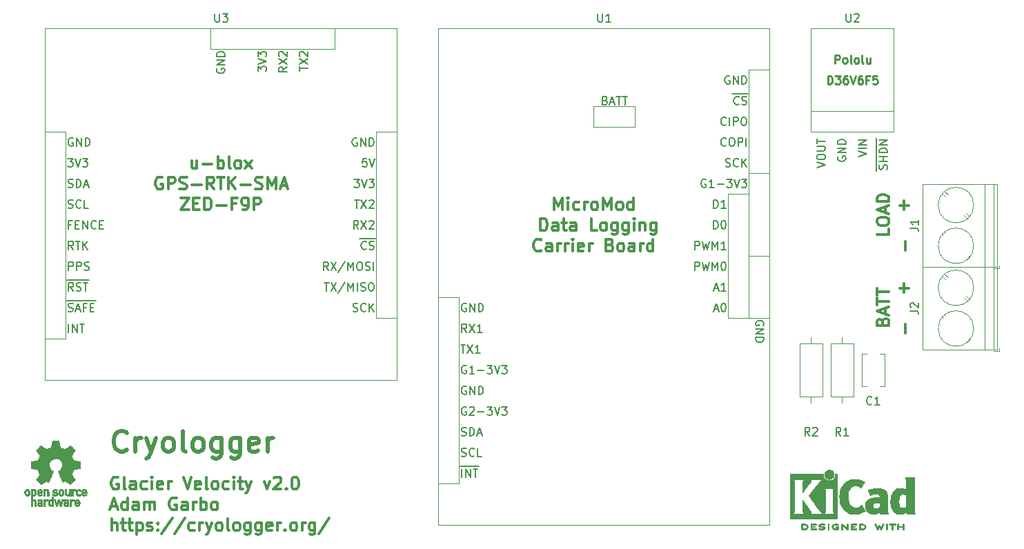
<source format=gto>
G04 #@! TF.GenerationSoftware,KiCad,Pcbnew,(5.1.9-0-10_14)*
G04 #@! TF.CreationDate,2021-04-13T16:59:34-04:00*
G04 #@! TF.ProjectId,Cryologger GVMS,4372796f-6c6f-4676-9765-722047564d53,v2.0*
G04 #@! TF.SameCoordinates,Original*
G04 #@! TF.FileFunction,Legend,Top*
G04 #@! TF.FilePolarity,Positive*
%FSLAX46Y46*%
G04 Gerber Fmt 4.6, Leading zero omitted, Abs format (unit mm)*
G04 Created by KiCad (PCBNEW (5.1.9-0-10_14)) date 2021-04-13 16:59:34*
%MOMM*%
%LPD*%
G01*
G04 APERTURE LIST*
%ADD10C,0.300000*%
%ADD11C,0.150000*%
%ADD12C,0.120000*%
%ADD13C,0.250000*%
%ADD14C,0.508000*%
%ADD15C,0.010000*%
%ADD16C,1.879600*%
%ADD17R,1.879600X1.879600*%
%ADD18C,7.400000*%
%ADD19C,0.800000*%
%ADD20C,1.600000*%
%ADD21O,1.600000X1.600000*%
%ADD22C,2.600000*%
%ADD23R,2.600000X2.600000*%
G04 APERTURE END LIST*
D10*
X90650714Y-124710000D02*
X91365000Y-124710000D01*
X90507857Y-125138571D02*
X91007857Y-123638571D01*
X91507857Y-125138571D01*
X92650714Y-125138571D02*
X92650714Y-123638571D01*
X92650714Y-125067142D02*
X92507857Y-125138571D01*
X92222142Y-125138571D01*
X92079285Y-125067142D01*
X92007857Y-124995714D01*
X91936428Y-124852857D01*
X91936428Y-124424285D01*
X92007857Y-124281428D01*
X92079285Y-124210000D01*
X92222142Y-124138571D01*
X92507857Y-124138571D01*
X92650714Y-124210000D01*
X94007857Y-125138571D02*
X94007857Y-124352857D01*
X93936428Y-124210000D01*
X93793571Y-124138571D01*
X93507857Y-124138571D01*
X93365000Y-124210000D01*
X94007857Y-125067142D02*
X93865000Y-125138571D01*
X93507857Y-125138571D01*
X93365000Y-125067142D01*
X93293571Y-124924285D01*
X93293571Y-124781428D01*
X93365000Y-124638571D01*
X93507857Y-124567142D01*
X93865000Y-124567142D01*
X94007857Y-124495714D01*
X94722142Y-125138571D02*
X94722142Y-124138571D01*
X94722142Y-124281428D02*
X94793571Y-124210000D01*
X94936428Y-124138571D01*
X95150714Y-124138571D01*
X95293571Y-124210000D01*
X95365000Y-124352857D01*
X95365000Y-125138571D01*
X95365000Y-124352857D02*
X95436428Y-124210000D01*
X95579285Y-124138571D01*
X95793571Y-124138571D01*
X95936428Y-124210000D01*
X96007857Y-124352857D01*
X96007857Y-125138571D01*
X98650714Y-123710000D02*
X98507857Y-123638571D01*
X98293571Y-123638571D01*
X98079285Y-123710000D01*
X97936428Y-123852857D01*
X97865000Y-123995714D01*
X97793571Y-124281428D01*
X97793571Y-124495714D01*
X97865000Y-124781428D01*
X97936428Y-124924285D01*
X98079285Y-125067142D01*
X98293571Y-125138571D01*
X98436428Y-125138571D01*
X98650714Y-125067142D01*
X98722142Y-124995714D01*
X98722142Y-124495714D01*
X98436428Y-124495714D01*
X100007857Y-125138571D02*
X100007857Y-124352857D01*
X99936428Y-124210000D01*
X99793571Y-124138571D01*
X99507857Y-124138571D01*
X99365000Y-124210000D01*
X100007857Y-125067142D02*
X99865000Y-125138571D01*
X99507857Y-125138571D01*
X99365000Y-125067142D01*
X99293571Y-124924285D01*
X99293571Y-124781428D01*
X99365000Y-124638571D01*
X99507857Y-124567142D01*
X99865000Y-124567142D01*
X100007857Y-124495714D01*
X100722142Y-125138571D02*
X100722142Y-124138571D01*
X100722142Y-124424285D02*
X100793571Y-124281428D01*
X100865000Y-124210000D01*
X101007857Y-124138571D01*
X101150714Y-124138571D01*
X101650714Y-125138571D02*
X101650714Y-123638571D01*
X101650714Y-124210000D02*
X101793571Y-124138571D01*
X102079285Y-124138571D01*
X102222142Y-124210000D01*
X102293571Y-124281428D01*
X102365000Y-124424285D01*
X102365000Y-124852857D01*
X102293571Y-124995714D01*
X102222142Y-125067142D01*
X102079285Y-125138571D01*
X101793571Y-125138571D01*
X101650714Y-125067142D01*
X103222142Y-125138571D02*
X103079285Y-125067142D01*
X103007857Y-124995714D01*
X102936428Y-124852857D01*
X102936428Y-124424285D01*
X103007857Y-124281428D01*
X103079285Y-124210000D01*
X103222142Y-124138571D01*
X103436428Y-124138571D01*
X103579285Y-124210000D01*
X103650714Y-124281428D01*
X103722142Y-124424285D01*
X103722142Y-124852857D01*
X103650714Y-124995714D01*
X103579285Y-125067142D01*
X103436428Y-125138571D01*
X103222142Y-125138571D01*
D11*
X151280952Y-74858571D02*
X151423809Y-74906190D01*
X151471428Y-74953809D01*
X151519047Y-75049047D01*
X151519047Y-75191904D01*
X151471428Y-75287142D01*
X151423809Y-75334761D01*
X151328571Y-75382380D01*
X150947619Y-75382380D01*
X150947619Y-74382380D01*
X151280952Y-74382380D01*
X151376190Y-74430000D01*
X151423809Y-74477619D01*
X151471428Y-74572857D01*
X151471428Y-74668095D01*
X151423809Y-74763333D01*
X151376190Y-74810952D01*
X151280952Y-74858571D01*
X150947619Y-74858571D01*
X151900000Y-75096666D02*
X152376190Y-75096666D01*
X151804761Y-75382380D02*
X152138095Y-74382380D01*
X152471428Y-75382380D01*
X152661904Y-74382380D02*
X153233333Y-74382380D01*
X152947619Y-75382380D02*
X152947619Y-74382380D01*
X153423809Y-74382380D02*
X153995238Y-74382380D01*
X153709523Y-75382380D02*
X153709523Y-74382380D01*
D12*
X176530000Y-76200000D02*
X186690000Y-76200000D01*
X166370000Y-101600000D02*
X168910000Y-101600000D01*
X166370000Y-86360000D02*
X166370000Y-101600000D01*
X168910000Y-86360000D02*
X166370000Y-86360000D01*
X168910000Y-71120000D02*
X168910000Y-83820000D01*
X171450000Y-71120000D02*
X168910000Y-71120000D01*
X149860000Y-78105000D02*
X149860000Y-75565000D01*
X154940000Y-78105000D02*
X149860000Y-78105000D01*
X154940000Y-75565000D02*
X154940000Y-78105000D01*
X149860000Y-75565000D02*
X154940000Y-75565000D01*
X133350000Y-121920000D02*
X130810000Y-121920000D01*
X133350000Y-99060000D02*
X133350000Y-121920000D01*
X130810000Y-99060000D02*
X133350000Y-99060000D01*
X123190000Y-101600000D02*
X125730000Y-101600000D01*
X123190000Y-78740000D02*
X123190000Y-101600000D01*
X125730000Y-78740000D02*
X123190000Y-78740000D01*
X85090000Y-104140000D02*
X82550000Y-104140000D01*
X85090000Y-78740000D02*
X85090000Y-104140000D01*
X82550000Y-78740000D02*
X85090000Y-78740000D01*
D10*
X101175714Y-82228571D02*
X101175714Y-83228571D01*
X100532857Y-82228571D02*
X100532857Y-83014285D01*
X100604285Y-83157142D01*
X100747142Y-83228571D01*
X100961428Y-83228571D01*
X101104285Y-83157142D01*
X101175714Y-83085714D01*
X101890000Y-82657142D02*
X103032857Y-82657142D01*
X103747142Y-83228571D02*
X103747142Y-81728571D01*
X103747142Y-82300000D02*
X103890000Y-82228571D01*
X104175714Y-82228571D01*
X104318571Y-82300000D01*
X104390000Y-82371428D01*
X104461428Y-82514285D01*
X104461428Y-82942857D01*
X104390000Y-83085714D01*
X104318571Y-83157142D01*
X104175714Y-83228571D01*
X103890000Y-83228571D01*
X103747142Y-83157142D01*
X105318571Y-83228571D02*
X105175714Y-83157142D01*
X105104285Y-83014285D01*
X105104285Y-81728571D01*
X106104285Y-83228571D02*
X105961428Y-83157142D01*
X105890000Y-83085714D01*
X105818571Y-82942857D01*
X105818571Y-82514285D01*
X105890000Y-82371428D01*
X105961428Y-82300000D01*
X106104285Y-82228571D01*
X106318571Y-82228571D01*
X106461428Y-82300000D01*
X106532857Y-82371428D01*
X106604285Y-82514285D01*
X106604285Y-82942857D01*
X106532857Y-83085714D01*
X106461428Y-83157142D01*
X106318571Y-83228571D01*
X106104285Y-83228571D01*
X107104285Y-83228571D02*
X107890000Y-82228571D01*
X107104285Y-82228571D02*
X107890000Y-83228571D01*
D13*
X178586190Y-72842380D02*
X178586190Y-71842380D01*
X178824285Y-71842380D01*
X178967142Y-71890000D01*
X179062380Y-71985238D01*
X179110000Y-72080476D01*
X179157619Y-72270952D01*
X179157619Y-72413809D01*
X179110000Y-72604285D01*
X179062380Y-72699523D01*
X178967142Y-72794761D01*
X178824285Y-72842380D01*
X178586190Y-72842380D01*
X179490952Y-71842380D02*
X180110000Y-71842380D01*
X179776666Y-72223333D01*
X179919523Y-72223333D01*
X180014761Y-72270952D01*
X180062380Y-72318571D01*
X180110000Y-72413809D01*
X180110000Y-72651904D01*
X180062380Y-72747142D01*
X180014761Y-72794761D01*
X179919523Y-72842380D01*
X179633809Y-72842380D01*
X179538571Y-72794761D01*
X179490952Y-72747142D01*
X180967142Y-71842380D02*
X180776666Y-71842380D01*
X180681428Y-71890000D01*
X180633809Y-71937619D01*
X180538571Y-72080476D01*
X180490952Y-72270952D01*
X180490952Y-72651904D01*
X180538571Y-72747142D01*
X180586190Y-72794761D01*
X180681428Y-72842380D01*
X180871904Y-72842380D01*
X180967142Y-72794761D01*
X181014761Y-72747142D01*
X181062380Y-72651904D01*
X181062380Y-72413809D01*
X181014761Y-72318571D01*
X180967142Y-72270952D01*
X180871904Y-72223333D01*
X180681428Y-72223333D01*
X180586190Y-72270952D01*
X180538571Y-72318571D01*
X180490952Y-72413809D01*
X181348095Y-71842380D02*
X181681428Y-72842380D01*
X182014761Y-71842380D01*
X182776666Y-71842380D02*
X182586190Y-71842380D01*
X182490952Y-71890000D01*
X182443333Y-71937619D01*
X182348095Y-72080476D01*
X182300476Y-72270952D01*
X182300476Y-72651904D01*
X182348095Y-72747142D01*
X182395714Y-72794761D01*
X182490952Y-72842380D01*
X182681428Y-72842380D01*
X182776666Y-72794761D01*
X182824285Y-72747142D01*
X182871904Y-72651904D01*
X182871904Y-72413809D01*
X182824285Y-72318571D01*
X182776666Y-72270952D01*
X182681428Y-72223333D01*
X182490952Y-72223333D01*
X182395714Y-72270952D01*
X182348095Y-72318571D01*
X182300476Y-72413809D01*
X183633809Y-72318571D02*
X183300476Y-72318571D01*
X183300476Y-72842380D02*
X183300476Y-71842380D01*
X183776666Y-71842380D01*
X184633809Y-71842380D02*
X184157619Y-71842380D01*
X184110000Y-72318571D01*
X184157619Y-72270952D01*
X184252857Y-72223333D01*
X184490952Y-72223333D01*
X184586190Y-72270952D01*
X184633809Y-72318571D01*
X184681428Y-72413809D01*
X184681428Y-72651904D01*
X184633809Y-72747142D01*
X184586190Y-72794761D01*
X184490952Y-72842380D01*
X184252857Y-72842380D01*
X184157619Y-72794761D01*
X184110000Y-72747142D01*
X179467142Y-70302380D02*
X179467142Y-69302380D01*
X179848095Y-69302380D01*
X179943333Y-69350000D01*
X179990952Y-69397619D01*
X180038571Y-69492857D01*
X180038571Y-69635714D01*
X179990952Y-69730952D01*
X179943333Y-69778571D01*
X179848095Y-69826190D01*
X179467142Y-69826190D01*
X180610000Y-70302380D02*
X180514761Y-70254761D01*
X180467142Y-70207142D01*
X180419523Y-70111904D01*
X180419523Y-69826190D01*
X180467142Y-69730952D01*
X180514761Y-69683333D01*
X180610000Y-69635714D01*
X180752857Y-69635714D01*
X180848095Y-69683333D01*
X180895714Y-69730952D01*
X180943333Y-69826190D01*
X180943333Y-70111904D01*
X180895714Y-70207142D01*
X180848095Y-70254761D01*
X180752857Y-70302380D01*
X180610000Y-70302380D01*
X181514761Y-70302380D02*
X181419523Y-70254761D01*
X181371904Y-70159523D01*
X181371904Y-69302380D01*
X182038571Y-70302380D02*
X181943333Y-70254761D01*
X181895714Y-70207142D01*
X181848095Y-70111904D01*
X181848095Y-69826190D01*
X181895714Y-69730952D01*
X181943333Y-69683333D01*
X182038571Y-69635714D01*
X182181428Y-69635714D01*
X182276666Y-69683333D01*
X182324285Y-69730952D01*
X182371904Y-69826190D01*
X182371904Y-70111904D01*
X182324285Y-70207142D01*
X182276666Y-70254761D01*
X182181428Y-70302380D01*
X182038571Y-70302380D01*
X182943333Y-70302380D02*
X182848095Y-70254761D01*
X182800476Y-70159523D01*
X182800476Y-69302380D01*
X183752857Y-69635714D02*
X183752857Y-70302380D01*
X183324285Y-69635714D02*
X183324285Y-70159523D01*
X183371904Y-70254761D01*
X183467142Y-70302380D01*
X183610000Y-70302380D01*
X183705238Y-70254761D01*
X183752857Y-70207142D01*
D10*
X96925714Y-84340000D02*
X96782857Y-84268571D01*
X96568571Y-84268571D01*
X96354285Y-84340000D01*
X96211428Y-84482857D01*
X96140000Y-84625714D01*
X96068571Y-84911428D01*
X96068571Y-85125714D01*
X96140000Y-85411428D01*
X96211428Y-85554285D01*
X96354285Y-85697142D01*
X96568571Y-85768571D01*
X96711428Y-85768571D01*
X96925714Y-85697142D01*
X96997142Y-85625714D01*
X96997142Y-85125714D01*
X96711428Y-85125714D01*
X97640000Y-85768571D02*
X97640000Y-84268571D01*
X98211428Y-84268571D01*
X98354285Y-84340000D01*
X98425714Y-84411428D01*
X98497142Y-84554285D01*
X98497142Y-84768571D01*
X98425714Y-84911428D01*
X98354285Y-84982857D01*
X98211428Y-85054285D01*
X97640000Y-85054285D01*
X99068571Y-85697142D02*
X99282857Y-85768571D01*
X99640000Y-85768571D01*
X99782857Y-85697142D01*
X99854285Y-85625714D01*
X99925714Y-85482857D01*
X99925714Y-85340000D01*
X99854285Y-85197142D01*
X99782857Y-85125714D01*
X99640000Y-85054285D01*
X99354285Y-84982857D01*
X99211428Y-84911428D01*
X99140000Y-84840000D01*
X99068571Y-84697142D01*
X99068571Y-84554285D01*
X99140000Y-84411428D01*
X99211428Y-84340000D01*
X99354285Y-84268571D01*
X99711428Y-84268571D01*
X99925714Y-84340000D01*
X100568571Y-85197142D02*
X101711428Y-85197142D01*
X103282857Y-85768571D02*
X102782857Y-85054285D01*
X102425714Y-85768571D02*
X102425714Y-84268571D01*
X102997142Y-84268571D01*
X103140000Y-84340000D01*
X103211428Y-84411428D01*
X103282857Y-84554285D01*
X103282857Y-84768571D01*
X103211428Y-84911428D01*
X103140000Y-84982857D01*
X102997142Y-85054285D01*
X102425714Y-85054285D01*
X103711428Y-84268571D02*
X104568571Y-84268571D01*
X104140000Y-85768571D02*
X104140000Y-84268571D01*
X105068571Y-85768571D02*
X105068571Y-84268571D01*
X105925714Y-85768571D02*
X105282857Y-84911428D01*
X105925714Y-84268571D02*
X105068571Y-85125714D01*
X106568571Y-85197142D02*
X107711428Y-85197142D01*
X108354285Y-85697142D02*
X108568571Y-85768571D01*
X108925714Y-85768571D01*
X109068571Y-85697142D01*
X109140000Y-85625714D01*
X109211428Y-85482857D01*
X109211428Y-85340000D01*
X109140000Y-85197142D01*
X109068571Y-85125714D01*
X108925714Y-85054285D01*
X108640000Y-84982857D01*
X108497142Y-84911428D01*
X108425714Y-84840000D01*
X108354285Y-84697142D01*
X108354285Y-84554285D01*
X108425714Y-84411428D01*
X108497142Y-84340000D01*
X108640000Y-84268571D01*
X108997142Y-84268571D01*
X109211428Y-84340000D01*
X109854285Y-85768571D02*
X109854285Y-84268571D01*
X110354285Y-85340000D01*
X110854285Y-84268571D01*
X110854285Y-85768571D01*
X111497142Y-85340000D02*
X112211428Y-85340000D01*
X111354285Y-85768571D02*
X111854285Y-84268571D01*
X112354285Y-85768571D01*
X143324285Y-90848571D02*
X143324285Y-89348571D01*
X143681428Y-89348571D01*
X143895714Y-89420000D01*
X144038571Y-89562857D01*
X144110000Y-89705714D01*
X144181428Y-89991428D01*
X144181428Y-90205714D01*
X144110000Y-90491428D01*
X144038571Y-90634285D01*
X143895714Y-90777142D01*
X143681428Y-90848571D01*
X143324285Y-90848571D01*
X145467142Y-90848571D02*
X145467142Y-90062857D01*
X145395714Y-89920000D01*
X145252857Y-89848571D01*
X144967142Y-89848571D01*
X144824285Y-89920000D01*
X145467142Y-90777142D02*
X145324285Y-90848571D01*
X144967142Y-90848571D01*
X144824285Y-90777142D01*
X144752857Y-90634285D01*
X144752857Y-90491428D01*
X144824285Y-90348571D01*
X144967142Y-90277142D01*
X145324285Y-90277142D01*
X145467142Y-90205714D01*
X145967142Y-89848571D02*
X146538571Y-89848571D01*
X146181428Y-89348571D02*
X146181428Y-90634285D01*
X146252857Y-90777142D01*
X146395714Y-90848571D01*
X146538571Y-90848571D01*
X147681428Y-90848571D02*
X147681428Y-90062857D01*
X147610000Y-89920000D01*
X147467142Y-89848571D01*
X147181428Y-89848571D01*
X147038571Y-89920000D01*
X147681428Y-90777142D02*
X147538571Y-90848571D01*
X147181428Y-90848571D01*
X147038571Y-90777142D01*
X146967142Y-90634285D01*
X146967142Y-90491428D01*
X147038571Y-90348571D01*
X147181428Y-90277142D01*
X147538571Y-90277142D01*
X147681428Y-90205714D01*
X150252857Y-90848571D02*
X149538571Y-90848571D01*
X149538571Y-89348571D01*
X150967142Y-90848571D02*
X150824285Y-90777142D01*
X150752857Y-90705714D01*
X150681428Y-90562857D01*
X150681428Y-90134285D01*
X150752857Y-89991428D01*
X150824285Y-89920000D01*
X150967142Y-89848571D01*
X151181428Y-89848571D01*
X151324285Y-89920000D01*
X151395714Y-89991428D01*
X151467142Y-90134285D01*
X151467142Y-90562857D01*
X151395714Y-90705714D01*
X151324285Y-90777142D01*
X151181428Y-90848571D01*
X150967142Y-90848571D01*
X152752857Y-89848571D02*
X152752857Y-91062857D01*
X152681428Y-91205714D01*
X152610000Y-91277142D01*
X152467142Y-91348571D01*
X152252857Y-91348571D01*
X152110000Y-91277142D01*
X152752857Y-90777142D02*
X152610000Y-90848571D01*
X152324285Y-90848571D01*
X152181428Y-90777142D01*
X152110000Y-90705714D01*
X152038571Y-90562857D01*
X152038571Y-90134285D01*
X152110000Y-89991428D01*
X152181428Y-89920000D01*
X152324285Y-89848571D01*
X152610000Y-89848571D01*
X152752857Y-89920000D01*
X154110000Y-89848571D02*
X154110000Y-91062857D01*
X154038571Y-91205714D01*
X153967142Y-91277142D01*
X153824285Y-91348571D01*
X153610000Y-91348571D01*
X153467142Y-91277142D01*
X154110000Y-90777142D02*
X153967142Y-90848571D01*
X153681428Y-90848571D01*
X153538571Y-90777142D01*
X153467142Y-90705714D01*
X153395714Y-90562857D01*
X153395714Y-90134285D01*
X153467142Y-89991428D01*
X153538571Y-89920000D01*
X153681428Y-89848571D01*
X153967142Y-89848571D01*
X154110000Y-89920000D01*
X154824285Y-90848571D02*
X154824285Y-89848571D01*
X154824285Y-89348571D02*
X154752857Y-89420000D01*
X154824285Y-89491428D01*
X154895714Y-89420000D01*
X154824285Y-89348571D01*
X154824285Y-89491428D01*
X155538571Y-89848571D02*
X155538571Y-90848571D01*
X155538571Y-89991428D02*
X155610000Y-89920000D01*
X155752857Y-89848571D01*
X155967142Y-89848571D01*
X156110000Y-89920000D01*
X156181428Y-90062857D01*
X156181428Y-90848571D01*
X157538571Y-89848571D02*
X157538571Y-91062857D01*
X157467142Y-91205714D01*
X157395714Y-91277142D01*
X157252857Y-91348571D01*
X157038571Y-91348571D01*
X156895714Y-91277142D01*
X157538571Y-90777142D02*
X157395714Y-90848571D01*
X157109999Y-90848571D01*
X156967142Y-90777142D01*
X156895714Y-90705714D01*
X156824285Y-90562857D01*
X156824285Y-90134285D01*
X156895714Y-89991428D01*
X156967142Y-89920000D01*
X157109999Y-89848571D01*
X157395714Y-89848571D01*
X157538571Y-89920000D01*
D12*
X118110000Y-68580000D02*
X118110000Y-66040000D01*
X102870000Y-68580000D02*
X118110000Y-68580000D01*
X102870000Y-66040000D02*
X102870000Y-68580000D01*
D11*
X113752380Y-71248928D02*
X113752380Y-70677500D01*
X114752380Y-70963214D02*
X113752380Y-70963214D01*
X113752380Y-70439404D02*
X114752380Y-69772738D01*
X113752380Y-69772738D02*
X114752380Y-70439404D01*
X113847619Y-69439404D02*
X113800000Y-69391785D01*
X113752380Y-69296547D01*
X113752380Y-69058452D01*
X113800000Y-68963214D01*
X113847619Y-68915595D01*
X113942857Y-68867976D01*
X114038095Y-68867976D01*
X114180952Y-68915595D01*
X114752380Y-69487023D01*
X114752380Y-68867976D01*
X112212380Y-70772738D02*
X111736190Y-71106071D01*
X112212380Y-71344166D02*
X111212380Y-71344166D01*
X111212380Y-70963214D01*
X111260000Y-70867976D01*
X111307619Y-70820357D01*
X111402857Y-70772738D01*
X111545714Y-70772738D01*
X111640952Y-70820357D01*
X111688571Y-70867976D01*
X111736190Y-70963214D01*
X111736190Y-71344166D01*
X111212380Y-70439404D02*
X112212380Y-69772738D01*
X111212380Y-69772738D02*
X112212380Y-70439404D01*
X111307619Y-69439404D02*
X111260000Y-69391785D01*
X111212380Y-69296547D01*
X111212380Y-69058452D01*
X111260000Y-68963214D01*
X111307619Y-68915595D01*
X111402857Y-68867976D01*
X111498095Y-68867976D01*
X111640952Y-68915595D01*
X112212380Y-69487023D01*
X112212380Y-68867976D01*
X108672380Y-71296547D02*
X108672380Y-70677500D01*
X109053333Y-71010833D01*
X109053333Y-70867976D01*
X109100952Y-70772738D01*
X109148571Y-70725119D01*
X109243809Y-70677500D01*
X109481904Y-70677500D01*
X109577142Y-70725119D01*
X109624761Y-70772738D01*
X109672380Y-70867976D01*
X109672380Y-71153690D01*
X109624761Y-71248928D01*
X109577142Y-71296547D01*
X108672380Y-70391785D02*
X109672380Y-70058452D01*
X108672380Y-69725119D01*
X108672380Y-69487023D02*
X108672380Y-68867976D01*
X109053333Y-69201309D01*
X109053333Y-69058452D01*
X109100952Y-68963214D01*
X109148571Y-68915595D01*
X109243809Y-68867976D01*
X109481904Y-68867976D01*
X109577142Y-68915595D01*
X109624761Y-68963214D01*
X109672380Y-69058452D01*
X109672380Y-69344166D01*
X109624761Y-69439404D01*
X109577142Y-69487023D01*
X103640000Y-70963214D02*
X103592380Y-71058452D01*
X103592380Y-71201309D01*
X103640000Y-71344166D01*
X103735238Y-71439404D01*
X103830476Y-71487023D01*
X104020952Y-71534642D01*
X104163809Y-71534642D01*
X104354285Y-71487023D01*
X104449523Y-71439404D01*
X104544761Y-71344166D01*
X104592380Y-71201309D01*
X104592380Y-71106071D01*
X104544761Y-70963214D01*
X104497142Y-70915595D01*
X104163809Y-70915595D01*
X104163809Y-71106071D01*
X104592380Y-70487023D02*
X103592380Y-70487023D01*
X104592380Y-69915595D01*
X103592380Y-69915595D01*
X104592380Y-69439404D02*
X103592380Y-69439404D01*
X103592380Y-69201309D01*
X103640000Y-69058452D01*
X103735238Y-68963214D01*
X103830476Y-68915595D01*
X104020952Y-68867976D01*
X104163809Y-68867976D01*
X104354285Y-68915595D01*
X104449523Y-68963214D01*
X104544761Y-69058452D01*
X104592380Y-69201309D01*
X104592380Y-69439404D01*
D12*
X168910000Y-93980000D02*
X171450000Y-93980000D01*
X168910000Y-101600000D02*
X171450000Y-101600000D01*
X168910000Y-93980000D02*
X168910000Y-101600000D01*
X168910000Y-83820000D02*
X168910000Y-93980000D01*
X171450000Y-83820000D02*
X168910000Y-83820000D01*
X168910000Y-83820000D02*
X171450000Y-83820000D01*
D11*
X170680000Y-102459404D02*
X170727619Y-102364166D01*
X170727619Y-102221309D01*
X170680000Y-102078452D01*
X170584761Y-101983214D01*
X170489523Y-101935595D01*
X170299047Y-101887976D01*
X170156190Y-101887976D01*
X169965714Y-101935595D01*
X169870476Y-101983214D01*
X169775238Y-102078452D01*
X169727619Y-102221309D01*
X169727619Y-102316547D01*
X169775238Y-102459404D01*
X169822857Y-102507023D01*
X170156190Y-102507023D01*
X170156190Y-102316547D01*
X169727619Y-102935595D02*
X170727619Y-102935595D01*
X169727619Y-103507023D01*
X170727619Y-103507023D01*
X169727619Y-103983214D02*
X170727619Y-103983214D01*
X170727619Y-104221309D01*
X170680000Y-104364166D01*
X170584761Y-104459404D01*
X170489523Y-104507023D01*
X170299047Y-104554642D01*
X170156190Y-104554642D01*
X169965714Y-104507023D01*
X169870476Y-104459404D01*
X169775238Y-104364166D01*
X169727619Y-104221309D01*
X169727619Y-103983214D01*
X164653452Y-100496666D02*
X165129642Y-100496666D01*
X164558214Y-100782380D02*
X164891547Y-99782380D01*
X165224880Y-100782380D01*
X165748690Y-99782380D02*
X165843928Y-99782380D01*
X165939166Y-99830000D01*
X165986785Y-99877619D01*
X166034404Y-99972857D01*
X166082023Y-100163333D01*
X166082023Y-100401428D01*
X166034404Y-100591904D01*
X165986785Y-100687142D01*
X165939166Y-100734761D01*
X165843928Y-100782380D01*
X165748690Y-100782380D01*
X165653452Y-100734761D01*
X165605833Y-100687142D01*
X165558214Y-100591904D01*
X165510595Y-100401428D01*
X165510595Y-100163333D01*
X165558214Y-99972857D01*
X165605833Y-99877619D01*
X165653452Y-99830000D01*
X165748690Y-99782380D01*
X164653452Y-97956666D02*
X165129642Y-97956666D01*
X164558214Y-98242380D02*
X164891547Y-97242380D01*
X165224880Y-98242380D01*
X166082023Y-98242380D02*
X165510595Y-98242380D01*
X165796309Y-98242380D02*
X165796309Y-97242380D01*
X165701071Y-97385238D01*
X165605833Y-97480476D01*
X165510595Y-97528095D01*
X162272500Y-95702380D02*
X162272500Y-94702380D01*
X162653452Y-94702380D01*
X162748690Y-94750000D01*
X162796309Y-94797619D01*
X162843928Y-94892857D01*
X162843928Y-95035714D01*
X162796309Y-95130952D01*
X162748690Y-95178571D01*
X162653452Y-95226190D01*
X162272500Y-95226190D01*
X163177261Y-94702380D02*
X163415357Y-95702380D01*
X163605833Y-94988095D01*
X163796309Y-95702380D01*
X164034404Y-94702380D01*
X164415357Y-95702380D02*
X164415357Y-94702380D01*
X164748690Y-95416666D01*
X165082023Y-94702380D01*
X165082023Y-95702380D01*
X165748690Y-94702380D02*
X165843928Y-94702380D01*
X165939166Y-94750000D01*
X165986785Y-94797619D01*
X166034404Y-94892857D01*
X166082023Y-95083333D01*
X166082023Y-95321428D01*
X166034404Y-95511904D01*
X165986785Y-95607142D01*
X165939166Y-95654761D01*
X165843928Y-95702380D01*
X165748690Y-95702380D01*
X165653452Y-95654761D01*
X165605833Y-95607142D01*
X165558214Y-95511904D01*
X165510595Y-95321428D01*
X165510595Y-95083333D01*
X165558214Y-94892857D01*
X165605833Y-94797619D01*
X165653452Y-94750000D01*
X165748690Y-94702380D01*
X162272500Y-93162380D02*
X162272500Y-92162380D01*
X162653452Y-92162380D01*
X162748690Y-92210000D01*
X162796309Y-92257619D01*
X162843928Y-92352857D01*
X162843928Y-92495714D01*
X162796309Y-92590952D01*
X162748690Y-92638571D01*
X162653452Y-92686190D01*
X162272500Y-92686190D01*
X163177261Y-92162380D02*
X163415357Y-93162380D01*
X163605833Y-92448095D01*
X163796309Y-93162380D01*
X164034404Y-92162380D01*
X164415357Y-93162380D02*
X164415357Y-92162380D01*
X164748690Y-92876666D01*
X165082023Y-92162380D01*
X165082023Y-93162380D01*
X166082023Y-93162380D02*
X165510595Y-93162380D01*
X165796309Y-93162380D02*
X165796309Y-92162380D01*
X165701071Y-92305238D01*
X165605833Y-92400476D01*
X165510595Y-92448095D01*
X164558214Y-90622380D02*
X164558214Y-89622380D01*
X164796309Y-89622380D01*
X164939166Y-89670000D01*
X165034404Y-89765238D01*
X165082023Y-89860476D01*
X165129642Y-90050952D01*
X165129642Y-90193809D01*
X165082023Y-90384285D01*
X165034404Y-90479523D01*
X164939166Y-90574761D01*
X164796309Y-90622380D01*
X164558214Y-90622380D01*
X165748690Y-89622380D02*
X165843928Y-89622380D01*
X165939166Y-89670000D01*
X165986785Y-89717619D01*
X166034404Y-89812857D01*
X166082023Y-90003333D01*
X166082023Y-90241428D01*
X166034404Y-90431904D01*
X165986785Y-90527142D01*
X165939166Y-90574761D01*
X165843928Y-90622380D01*
X165748690Y-90622380D01*
X165653452Y-90574761D01*
X165605833Y-90527142D01*
X165558214Y-90431904D01*
X165510595Y-90241428D01*
X165510595Y-90003333D01*
X165558214Y-89812857D01*
X165605833Y-89717619D01*
X165653452Y-89670000D01*
X165748690Y-89622380D01*
X164558214Y-88082380D02*
X164558214Y-87082380D01*
X164796309Y-87082380D01*
X164939166Y-87130000D01*
X165034404Y-87225238D01*
X165082023Y-87320476D01*
X165129642Y-87510952D01*
X165129642Y-87653809D01*
X165082023Y-87844285D01*
X165034404Y-87939523D01*
X164939166Y-88034761D01*
X164796309Y-88082380D01*
X164558214Y-88082380D01*
X166082023Y-88082380D02*
X165510595Y-88082380D01*
X165796309Y-88082380D02*
X165796309Y-87082380D01*
X165701071Y-87225238D01*
X165605833Y-87320476D01*
X165510595Y-87368095D01*
X163622023Y-84590000D02*
X163526785Y-84542380D01*
X163383928Y-84542380D01*
X163241071Y-84590000D01*
X163145833Y-84685238D01*
X163098214Y-84780476D01*
X163050595Y-84970952D01*
X163050595Y-85113809D01*
X163098214Y-85304285D01*
X163145833Y-85399523D01*
X163241071Y-85494761D01*
X163383928Y-85542380D01*
X163479166Y-85542380D01*
X163622023Y-85494761D01*
X163669642Y-85447142D01*
X163669642Y-85113809D01*
X163479166Y-85113809D01*
X164622023Y-85542380D02*
X164050595Y-85542380D01*
X164336309Y-85542380D02*
X164336309Y-84542380D01*
X164241071Y-84685238D01*
X164145833Y-84780476D01*
X164050595Y-84828095D01*
X165050595Y-85161428D02*
X165812500Y-85161428D01*
X166193452Y-84542380D02*
X166812500Y-84542380D01*
X166479166Y-84923333D01*
X166622023Y-84923333D01*
X166717261Y-84970952D01*
X166764880Y-85018571D01*
X166812500Y-85113809D01*
X166812500Y-85351904D01*
X166764880Y-85447142D01*
X166717261Y-85494761D01*
X166622023Y-85542380D01*
X166336309Y-85542380D01*
X166241071Y-85494761D01*
X166193452Y-85447142D01*
X167098214Y-84542380D02*
X167431547Y-85542380D01*
X167764880Y-84542380D01*
X168002976Y-84542380D02*
X168622023Y-84542380D01*
X168288690Y-84923333D01*
X168431547Y-84923333D01*
X168526785Y-84970952D01*
X168574404Y-85018571D01*
X168622023Y-85113809D01*
X168622023Y-85351904D01*
X168574404Y-85447142D01*
X168526785Y-85494761D01*
X168431547Y-85542380D01*
X168145833Y-85542380D01*
X168050595Y-85494761D01*
X168002976Y-85447142D01*
X166050595Y-82954761D02*
X166193452Y-83002380D01*
X166431547Y-83002380D01*
X166526785Y-82954761D01*
X166574404Y-82907142D01*
X166622023Y-82811904D01*
X166622023Y-82716666D01*
X166574404Y-82621428D01*
X166526785Y-82573809D01*
X166431547Y-82526190D01*
X166241071Y-82478571D01*
X166145833Y-82430952D01*
X166098214Y-82383333D01*
X166050595Y-82288095D01*
X166050595Y-82192857D01*
X166098214Y-82097619D01*
X166145833Y-82050000D01*
X166241071Y-82002380D01*
X166479166Y-82002380D01*
X166622023Y-82050000D01*
X167622023Y-82907142D02*
X167574404Y-82954761D01*
X167431547Y-83002380D01*
X167336309Y-83002380D01*
X167193452Y-82954761D01*
X167098214Y-82859523D01*
X167050595Y-82764285D01*
X167002976Y-82573809D01*
X167002976Y-82430952D01*
X167050595Y-82240476D01*
X167098214Y-82145238D01*
X167193452Y-82050000D01*
X167336309Y-82002380D01*
X167431547Y-82002380D01*
X167574404Y-82050000D01*
X167622023Y-82097619D01*
X168050595Y-83002380D02*
X168050595Y-82002380D01*
X168622023Y-83002380D02*
X168193452Y-82430952D01*
X168622023Y-82002380D02*
X168050595Y-82573809D01*
X166098214Y-80367142D02*
X166050595Y-80414761D01*
X165907738Y-80462380D01*
X165812500Y-80462380D01*
X165669642Y-80414761D01*
X165574404Y-80319523D01*
X165526785Y-80224285D01*
X165479166Y-80033809D01*
X165479166Y-79890952D01*
X165526785Y-79700476D01*
X165574404Y-79605238D01*
X165669642Y-79510000D01*
X165812500Y-79462380D01*
X165907738Y-79462380D01*
X166050595Y-79510000D01*
X166098214Y-79557619D01*
X166717261Y-79462380D02*
X166907738Y-79462380D01*
X167002976Y-79510000D01*
X167098214Y-79605238D01*
X167145833Y-79795714D01*
X167145833Y-80129047D01*
X167098214Y-80319523D01*
X167002976Y-80414761D01*
X166907738Y-80462380D01*
X166717261Y-80462380D01*
X166622023Y-80414761D01*
X166526785Y-80319523D01*
X166479166Y-80129047D01*
X166479166Y-79795714D01*
X166526785Y-79605238D01*
X166622023Y-79510000D01*
X166717261Y-79462380D01*
X167574404Y-80462380D02*
X167574404Y-79462380D01*
X167955357Y-79462380D01*
X168050595Y-79510000D01*
X168098214Y-79557619D01*
X168145833Y-79652857D01*
X168145833Y-79795714D01*
X168098214Y-79890952D01*
X168050595Y-79938571D01*
X167955357Y-79986190D01*
X167574404Y-79986190D01*
X168574404Y-80462380D02*
X168574404Y-79462380D01*
X166098214Y-77827142D02*
X166050595Y-77874761D01*
X165907738Y-77922380D01*
X165812500Y-77922380D01*
X165669642Y-77874761D01*
X165574404Y-77779523D01*
X165526785Y-77684285D01*
X165479166Y-77493809D01*
X165479166Y-77350952D01*
X165526785Y-77160476D01*
X165574404Y-77065238D01*
X165669642Y-76970000D01*
X165812500Y-76922380D01*
X165907738Y-76922380D01*
X166050595Y-76970000D01*
X166098214Y-77017619D01*
X166526785Y-77922380D02*
X166526785Y-76922380D01*
X167002976Y-77922380D02*
X167002976Y-76922380D01*
X167383928Y-76922380D01*
X167479166Y-76970000D01*
X167526785Y-77017619D01*
X167574404Y-77112857D01*
X167574404Y-77255714D01*
X167526785Y-77350952D01*
X167479166Y-77398571D01*
X167383928Y-77446190D01*
X167002976Y-77446190D01*
X168193452Y-76922380D02*
X168383928Y-76922380D01*
X168479166Y-76970000D01*
X168574404Y-77065238D01*
X168622023Y-77255714D01*
X168622023Y-77589047D01*
X168574404Y-77779523D01*
X168479166Y-77874761D01*
X168383928Y-77922380D01*
X168193452Y-77922380D01*
X168098214Y-77874761D01*
X168002976Y-77779523D01*
X167955357Y-77589047D01*
X167955357Y-77255714D01*
X168002976Y-77065238D01*
X168098214Y-76970000D01*
X168193452Y-76922380D01*
X166860119Y-74015000D02*
X167860119Y-74015000D01*
X167669642Y-75287142D02*
X167622023Y-75334761D01*
X167479166Y-75382380D01*
X167383928Y-75382380D01*
X167241071Y-75334761D01*
X167145833Y-75239523D01*
X167098214Y-75144285D01*
X167050595Y-74953809D01*
X167050595Y-74810952D01*
X167098214Y-74620476D01*
X167145833Y-74525238D01*
X167241071Y-74430000D01*
X167383928Y-74382380D01*
X167479166Y-74382380D01*
X167622023Y-74430000D01*
X167669642Y-74477619D01*
X167860119Y-74015000D02*
X168812500Y-74015000D01*
X168050595Y-75334761D02*
X168193452Y-75382380D01*
X168431547Y-75382380D01*
X168526785Y-75334761D01*
X168574404Y-75287142D01*
X168622023Y-75191904D01*
X168622023Y-75096666D01*
X168574404Y-75001428D01*
X168526785Y-74953809D01*
X168431547Y-74906190D01*
X168241071Y-74858571D01*
X168145833Y-74810952D01*
X168098214Y-74763333D01*
X168050595Y-74668095D01*
X168050595Y-74572857D01*
X168098214Y-74477619D01*
X168145833Y-74430000D01*
X168241071Y-74382380D01*
X168479166Y-74382380D01*
X168622023Y-74430000D01*
X166526785Y-71890000D02*
X166431547Y-71842380D01*
X166288690Y-71842380D01*
X166145833Y-71890000D01*
X166050595Y-71985238D01*
X166002976Y-72080476D01*
X165955357Y-72270952D01*
X165955357Y-72413809D01*
X166002976Y-72604285D01*
X166050595Y-72699523D01*
X166145833Y-72794761D01*
X166288690Y-72842380D01*
X166383928Y-72842380D01*
X166526785Y-72794761D01*
X166574404Y-72747142D01*
X166574404Y-72413809D01*
X166383928Y-72413809D01*
X167002976Y-72842380D02*
X167002976Y-71842380D01*
X167574404Y-72842380D01*
X167574404Y-71842380D01*
X168050595Y-72842380D02*
X168050595Y-71842380D01*
X168288690Y-71842380D01*
X168431547Y-71890000D01*
X168526785Y-71985238D01*
X168574404Y-72080476D01*
X168622023Y-72270952D01*
X168622023Y-72413809D01*
X168574404Y-72604285D01*
X168526785Y-72699523D01*
X168431547Y-72794761D01*
X168288690Y-72842380D01*
X168050595Y-72842380D01*
X133447500Y-119735000D02*
X133923690Y-119735000D01*
X133685595Y-121102380D02*
X133685595Y-120102380D01*
X133923690Y-119735000D02*
X134971309Y-119735000D01*
X134161785Y-121102380D02*
X134161785Y-120102380D01*
X134733214Y-121102380D01*
X134733214Y-120102380D01*
X134971309Y-119735000D02*
X135733214Y-119735000D01*
X135066547Y-120102380D02*
X135637976Y-120102380D01*
X135352261Y-121102380D02*
X135352261Y-120102380D01*
X133637976Y-118514761D02*
X133780833Y-118562380D01*
X134018928Y-118562380D01*
X134114166Y-118514761D01*
X134161785Y-118467142D01*
X134209404Y-118371904D01*
X134209404Y-118276666D01*
X134161785Y-118181428D01*
X134114166Y-118133809D01*
X134018928Y-118086190D01*
X133828452Y-118038571D01*
X133733214Y-117990952D01*
X133685595Y-117943333D01*
X133637976Y-117848095D01*
X133637976Y-117752857D01*
X133685595Y-117657619D01*
X133733214Y-117610000D01*
X133828452Y-117562380D01*
X134066547Y-117562380D01*
X134209404Y-117610000D01*
X135209404Y-118467142D02*
X135161785Y-118514761D01*
X135018928Y-118562380D01*
X134923690Y-118562380D01*
X134780833Y-118514761D01*
X134685595Y-118419523D01*
X134637976Y-118324285D01*
X134590357Y-118133809D01*
X134590357Y-117990952D01*
X134637976Y-117800476D01*
X134685595Y-117705238D01*
X134780833Y-117610000D01*
X134923690Y-117562380D01*
X135018928Y-117562380D01*
X135161785Y-117610000D01*
X135209404Y-117657619D01*
X136114166Y-118562380D02*
X135637976Y-118562380D01*
X135637976Y-117562380D01*
X133637976Y-115974761D02*
X133780833Y-116022380D01*
X134018928Y-116022380D01*
X134114166Y-115974761D01*
X134161785Y-115927142D01*
X134209404Y-115831904D01*
X134209404Y-115736666D01*
X134161785Y-115641428D01*
X134114166Y-115593809D01*
X134018928Y-115546190D01*
X133828452Y-115498571D01*
X133733214Y-115450952D01*
X133685595Y-115403333D01*
X133637976Y-115308095D01*
X133637976Y-115212857D01*
X133685595Y-115117619D01*
X133733214Y-115070000D01*
X133828452Y-115022380D01*
X134066547Y-115022380D01*
X134209404Y-115070000D01*
X134637976Y-116022380D02*
X134637976Y-115022380D01*
X134876071Y-115022380D01*
X135018928Y-115070000D01*
X135114166Y-115165238D01*
X135161785Y-115260476D01*
X135209404Y-115450952D01*
X135209404Y-115593809D01*
X135161785Y-115784285D01*
X135114166Y-115879523D01*
X135018928Y-115974761D01*
X134876071Y-116022380D01*
X134637976Y-116022380D01*
X135590357Y-115736666D02*
X136066547Y-115736666D01*
X135495119Y-116022380D02*
X135828452Y-115022380D01*
X136161785Y-116022380D01*
X134209404Y-112530000D02*
X134114166Y-112482380D01*
X133971309Y-112482380D01*
X133828452Y-112530000D01*
X133733214Y-112625238D01*
X133685595Y-112720476D01*
X133637976Y-112910952D01*
X133637976Y-113053809D01*
X133685595Y-113244285D01*
X133733214Y-113339523D01*
X133828452Y-113434761D01*
X133971309Y-113482380D01*
X134066547Y-113482380D01*
X134209404Y-113434761D01*
X134257023Y-113387142D01*
X134257023Y-113053809D01*
X134066547Y-113053809D01*
X134637976Y-112577619D02*
X134685595Y-112530000D01*
X134780833Y-112482380D01*
X135018928Y-112482380D01*
X135114166Y-112530000D01*
X135161785Y-112577619D01*
X135209404Y-112672857D01*
X135209404Y-112768095D01*
X135161785Y-112910952D01*
X134590357Y-113482380D01*
X135209404Y-113482380D01*
X135637976Y-113101428D02*
X136399880Y-113101428D01*
X136780833Y-112482380D02*
X137399880Y-112482380D01*
X137066547Y-112863333D01*
X137209404Y-112863333D01*
X137304642Y-112910952D01*
X137352261Y-112958571D01*
X137399880Y-113053809D01*
X137399880Y-113291904D01*
X137352261Y-113387142D01*
X137304642Y-113434761D01*
X137209404Y-113482380D01*
X136923690Y-113482380D01*
X136828452Y-113434761D01*
X136780833Y-113387142D01*
X137685595Y-112482380D02*
X138018928Y-113482380D01*
X138352261Y-112482380D01*
X138590357Y-112482380D02*
X139209404Y-112482380D01*
X138876071Y-112863333D01*
X139018928Y-112863333D01*
X139114166Y-112910952D01*
X139161785Y-112958571D01*
X139209404Y-113053809D01*
X139209404Y-113291904D01*
X139161785Y-113387142D01*
X139114166Y-113434761D01*
X139018928Y-113482380D01*
X138733214Y-113482380D01*
X138637976Y-113434761D01*
X138590357Y-113387142D01*
X134209404Y-109990000D02*
X134114166Y-109942380D01*
X133971309Y-109942380D01*
X133828452Y-109990000D01*
X133733214Y-110085238D01*
X133685595Y-110180476D01*
X133637976Y-110370952D01*
X133637976Y-110513809D01*
X133685595Y-110704285D01*
X133733214Y-110799523D01*
X133828452Y-110894761D01*
X133971309Y-110942380D01*
X134066547Y-110942380D01*
X134209404Y-110894761D01*
X134257023Y-110847142D01*
X134257023Y-110513809D01*
X134066547Y-110513809D01*
X134685595Y-110942380D02*
X134685595Y-109942380D01*
X135257023Y-110942380D01*
X135257023Y-109942380D01*
X135733214Y-110942380D02*
X135733214Y-109942380D01*
X135971309Y-109942380D01*
X136114166Y-109990000D01*
X136209404Y-110085238D01*
X136257023Y-110180476D01*
X136304642Y-110370952D01*
X136304642Y-110513809D01*
X136257023Y-110704285D01*
X136209404Y-110799523D01*
X136114166Y-110894761D01*
X135971309Y-110942380D01*
X135733214Y-110942380D01*
X134209404Y-107450000D02*
X134114166Y-107402380D01*
X133971309Y-107402380D01*
X133828452Y-107450000D01*
X133733214Y-107545238D01*
X133685595Y-107640476D01*
X133637976Y-107830952D01*
X133637976Y-107973809D01*
X133685595Y-108164285D01*
X133733214Y-108259523D01*
X133828452Y-108354761D01*
X133971309Y-108402380D01*
X134066547Y-108402380D01*
X134209404Y-108354761D01*
X134257023Y-108307142D01*
X134257023Y-107973809D01*
X134066547Y-107973809D01*
X135209404Y-108402380D02*
X134637976Y-108402380D01*
X134923690Y-108402380D02*
X134923690Y-107402380D01*
X134828452Y-107545238D01*
X134733214Y-107640476D01*
X134637976Y-107688095D01*
X135637976Y-108021428D02*
X136399880Y-108021428D01*
X136780833Y-107402380D02*
X137399880Y-107402380D01*
X137066547Y-107783333D01*
X137209404Y-107783333D01*
X137304642Y-107830952D01*
X137352261Y-107878571D01*
X137399880Y-107973809D01*
X137399880Y-108211904D01*
X137352261Y-108307142D01*
X137304642Y-108354761D01*
X137209404Y-108402380D01*
X136923690Y-108402380D01*
X136828452Y-108354761D01*
X136780833Y-108307142D01*
X137685595Y-107402380D02*
X138018928Y-108402380D01*
X138352261Y-107402380D01*
X138590357Y-107402380D02*
X139209404Y-107402380D01*
X138876071Y-107783333D01*
X139018928Y-107783333D01*
X139114166Y-107830952D01*
X139161785Y-107878571D01*
X139209404Y-107973809D01*
X139209404Y-108211904D01*
X139161785Y-108307142D01*
X139114166Y-108354761D01*
X139018928Y-108402380D01*
X138733214Y-108402380D01*
X138637976Y-108354761D01*
X138590357Y-108307142D01*
X133542738Y-104862380D02*
X134114166Y-104862380D01*
X133828452Y-105862380D02*
X133828452Y-104862380D01*
X134352261Y-104862380D02*
X135018928Y-105862380D01*
X135018928Y-104862380D02*
X134352261Y-105862380D01*
X135923690Y-105862380D02*
X135352261Y-105862380D01*
X135637976Y-105862380D02*
X135637976Y-104862380D01*
X135542738Y-105005238D01*
X135447500Y-105100476D01*
X135352261Y-105148095D01*
X134257023Y-103322380D02*
X133923690Y-102846190D01*
X133685595Y-103322380D02*
X133685595Y-102322380D01*
X134066547Y-102322380D01*
X134161785Y-102370000D01*
X134209404Y-102417619D01*
X134257023Y-102512857D01*
X134257023Y-102655714D01*
X134209404Y-102750952D01*
X134161785Y-102798571D01*
X134066547Y-102846190D01*
X133685595Y-102846190D01*
X134590357Y-102322380D02*
X135257023Y-103322380D01*
X135257023Y-102322380D02*
X134590357Y-103322380D01*
X136161785Y-103322380D02*
X135590357Y-103322380D01*
X135876071Y-103322380D02*
X135876071Y-102322380D01*
X135780833Y-102465238D01*
X135685595Y-102560476D01*
X135590357Y-102608095D01*
X134209404Y-99830000D02*
X134114166Y-99782380D01*
X133971309Y-99782380D01*
X133828452Y-99830000D01*
X133733214Y-99925238D01*
X133685595Y-100020476D01*
X133637976Y-100210952D01*
X133637976Y-100353809D01*
X133685595Y-100544285D01*
X133733214Y-100639523D01*
X133828452Y-100734761D01*
X133971309Y-100782380D01*
X134066547Y-100782380D01*
X134209404Y-100734761D01*
X134257023Y-100687142D01*
X134257023Y-100353809D01*
X134066547Y-100353809D01*
X134685595Y-100782380D02*
X134685595Y-99782380D01*
X135257023Y-100782380D01*
X135257023Y-99782380D01*
X135733214Y-100782380D02*
X135733214Y-99782380D01*
X135971309Y-99782380D01*
X136114166Y-99830000D01*
X136209404Y-99925238D01*
X136257023Y-100020476D01*
X136304642Y-100210952D01*
X136304642Y-100353809D01*
X136257023Y-100544285D01*
X136209404Y-100639523D01*
X136114166Y-100734761D01*
X135971309Y-100782380D01*
X135733214Y-100782380D01*
X120330595Y-100734761D02*
X120473452Y-100782380D01*
X120711547Y-100782380D01*
X120806785Y-100734761D01*
X120854404Y-100687142D01*
X120902023Y-100591904D01*
X120902023Y-100496666D01*
X120854404Y-100401428D01*
X120806785Y-100353809D01*
X120711547Y-100306190D01*
X120521071Y-100258571D01*
X120425833Y-100210952D01*
X120378214Y-100163333D01*
X120330595Y-100068095D01*
X120330595Y-99972857D01*
X120378214Y-99877619D01*
X120425833Y-99830000D01*
X120521071Y-99782380D01*
X120759166Y-99782380D01*
X120902023Y-99830000D01*
X121902023Y-100687142D02*
X121854404Y-100734761D01*
X121711547Y-100782380D01*
X121616309Y-100782380D01*
X121473452Y-100734761D01*
X121378214Y-100639523D01*
X121330595Y-100544285D01*
X121282976Y-100353809D01*
X121282976Y-100210952D01*
X121330595Y-100020476D01*
X121378214Y-99925238D01*
X121473452Y-99830000D01*
X121616309Y-99782380D01*
X121711547Y-99782380D01*
X121854404Y-99830000D01*
X121902023Y-99877619D01*
X122330595Y-100782380D02*
X122330595Y-99782380D01*
X122902023Y-100782380D02*
X122473452Y-100210952D01*
X122902023Y-99782380D02*
X122330595Y-100353809D01*
X116806785Y-97242380D02*
X117378214Y-97242380D01*
X117092500Y-98242380D02*
X117092500Y-97242380D01*
X117616309Y-97242380D02*
X118282976Y-98242380D01*
X118282976Y-97242380D02*
X117616309Y-98242380D01*
X119378214Y-97194761D02*
X118521071Y-98480476D01*
X119711547Y-98242380D02*
X119711547Y-97242380D01*
X120044880Y-97956666D01*
X120378214Y-97242380D01*
X120378214Y-98242380D01*
X120854404Y-98242380D02*
X120854404Y-97242380D01*
X121282976Y-98194761D02*
X121425833Y-98242380D01*
X121663928Y-98242380D01*
X121759166Y-98194761D01*
X121806785Y-98147142D01*
X121854404Y-98051904D01*
X121854404Y-97956666D01*
X121806785Y-97861428D01*
X121759166Y-97813809D01*
X121663928Y-97766190D01*
X121473452Y-97718571D01*
X121378214Y-97670952D01*
X121330595Y-97623333D01*
X121282976Y-97528095D01*
X121282976Y-97432857D01*
X121330595Y-97337619D01*
X121378214Y-97290000D01*
X121473452Y-97242380D01*
X121711547Y-97242380D01*
X121854404Y-97290000D01*
X122473452Y-97242380D02*
X122663928Y-97242380D01*
X122759166Y-97290000D01*
X122854404Y-97385238D01*
X122902023Y-97575714D01*
X122902023Y-97909047D01*
X122854404Y-98099523D01*
X122759166Y-98194761D01*
X122663928Y-98242380D01*
X122473452Y-98242380D01*
X122378214Y-98194761D01*
X122282976Y-98099523D01*
X122235357Y-97909047D01*
X122235357Y-97575714D01*
X122282976Y-97385238D01*
X122378214Y-97290000D01*
X122473452Y-97242380D01*
X117282976Y-95702380D02*
X116949642Y-95226190D01*
X116711547Y-95702380D02*
X116711547Y-94702380D01*
X117092500Y-94702380D01*
X117187738Y-94750000D01*
X117235357Y-94797619D01*
X117282976Y-94892857D01*
X117282976Y-95035714D01*
X117235357Y-95130952D01*
X117187738Y-95178571D01*
X117092500Y-95226190D01*
X116711547Y-95226190D01*
X117616309Y-94702380D02*
X118282976Y-95702380D01*
X118282976Y-94702380D02*
X117616309Y-95702380D01*
X119378214Y-94654761D02*
X118521071Y-95940476D01*
X119711547Y-95702380D02*
X119711547Y-94702380D01*
X120044880Y-95416666D01*
X120378214Y-94702380D01*
X120378214Y-95702380D01*
X121044880Y-94702380D02*
X121235357Y-94702380D01*
X121330595Y-94750000D01*
X121425833Y-94845238D01*
X121473452Y-95035714D01*
X121473452Y-95369047D01*
X121425833Y-95559523D01*
X121330595Y-95654761D01*
X121235357Y-95702380D01*
X121044880Y-95702380D01*
X120949642Y-95654761D01*
X120854404Y-95559523D01*
X120806785Y-95369047D01*
X120806785Y-95035714D01*
X120854404Y-94845238D01*
X120949642Y-94750000D01*
X121044880Y-94702380D01*
X121854404Y-95654761D02*
X121997261Y-95702380D01*
X122235357Y-95702380D01*
X122330595Y-95654761D01*
X122378214Y-95607142D01*
X122425833Y-95511904D01*
X122425833Y-95416666D01*
X122378214Y-95321428D01*
X122330595Y-95273809D01*
X122235357Y-95226190D01*
X122044880Y-95178571D01*
X121949642Y-95130952D01*
X121902023Y-95083333D01*
X121854404Y-94988095D01*
X121854404Y-94892857D01*
X121902023Y-94797619D01*
X121949642Y-94750000D01*
X122044880Y-94702380D01*
X122282976Y-94702380D01*
X122425833Y-94750000D01*
X122854404Y-95702380D02*
X122854404Y-94702380D01*
X121140119Y-91795000D02*
X122140119Y-91795000D01*
X121949642Y-93067142D02*
X121902023Y-93114761D01*
X121759166Y-93162380D01*
X121663928Y-93162380D01*
X121521071Y-93114761D01*
X121425833Y-93019523D01*
X121378214Y-92924285D01*
X121330595Y-92733809D01*
X121330595Y-92590952D01*
X121378214Y-92400476D01*
X121425833Y-92305238D01*
X121521071Y-92210000D01*
X121663928Y-92162380D01*
X121759166Y-92162380D01*
X121902023Y-92210000D01*
X121949642Y-92257619D01*
X122140119Y-91795000D02*
X123092500Y-91795000D01*
X122330595Y-93114761D02*
X122473452Y-93162380D01*
X122711547Y-93162380D01*
X122806785Y-93114761D01*
X122854404Y-93067142D01*
X122902023Y-92971904D01*
X122902023Y-92876666D01*
X122854404Y-92781428D01*
X122806785Y-92733809D01*
X122711547Y-92686190D01*
X122521071Y-92638571D01*
X122425833Y-92590952D01*
X122378214Y-92543333D01*
X122330595Y-92448095D01*
X122330595Y-92352857D01*
X122378214Y-92257619D01*
X122425833Y-92210000D01*
X122521071Y-92162380D01*
X122759166Y-92162380D01*
X122902023Y-92210000D01*
X120997261Y-90622380D02*
X120663928Y-90146190D01*
X120425833Y-90622380D02*
X120425833Y-89622380D01*
X120806785Y-89622380D01*
X120902023Y-89670000D01*
X120949642Y-89717619D01*
X120997261Y-89812857D01*
X120997261Y-89955714D01*
X120949642Y-90050952D01*
X120902023Y-90098571D01*
X120806785Y-90146190D01*
X120425833Y-90146190D01*
X121330595Y-89622380D02*
X121997261Y-90622380D01*
X121997261Y-89622380D02*
X121330595Y-90622380D01*
X122330595Y-89717619D02*
X122378214Y-89670000D01*
X122473452Y-89622380D01*
X122711547Y-89622380D01*
X122806785Y-89670000D01*
X122854404Y-89717619D01*
X122902023Y-89812857D01*
X122902023Y-89908095D01*
X122854404Y-90050952D01*
X122282976Y-90622380D01*
X122902023Y-90622380D01*
X120521071Y-87082380D02*
X121092500Y-87082380D01*
X120806785Y-88082380D02*
X120806785Y-87082380D01*
X121330595Y-87082380D02*
X121997261Y-88082380D01*
X121997261Y-87082380D02*
X121330595Y-88082380D01*
X122330595Y-87177619D02*
X122378214Y-87130000D01*
X122473452Y-87082380D01*
X122711547Y-87082380D01*
X122806785Y-87130000D01*
X122854404Y-87177619D01*
X122902023Y-87272857D01*
X122902023Y-87368095D01*
X122854404Y-87510952D01*
X122282976Y-88082380D01*
X122902023Y-88082380D01*
X120473452Y-84542380D02*
X121092500Y-84542380D01*
X120759166Y-84923333D01*
X120902023Y-84923333D01*
X120997261Y-84970952D01*
X121044880Y-85018571D01*
X121092500Y-85113809D01*
X121092500Y-85351904D01*
X121044880Y-85447142D01*
X120997261Y-85494761D01*
X120902023Y-85542380D01*
X120616309Y-85542380D01*
X120521071Y-85494761D01*
X120473452Y-85447142D01*
X121378214Y-84542380D02*
X121711547Y-85542380D01*
X122044880Y-84542380D01*
X122282976Y-84542380D02*
X122902023Y-84542380D01*
X122568690Y-84923333D01*
X122711547Y-84923333D01*
X122806785Y-84970952D01*
X122854404Y-85018571D01*
X122902023Y-85113809D01*
X122902023Y-85351904D01*
X122854404Y-85447142D01*
X122806785Y-85494761D01*
X122711547Y-85542380D01*
X122425833Y-85542380D01*
X122330595Y-85494761D01*
X122282976Y-85447142D01*
X121997261Y-82002380D02*
X121521071Y-82002380D01*
X121473452Y-82478571D01*
X121521071Y-82430952D01*
X121616309Y-82383333D01*
X121854404Y-82383333D01*
X121949642Y-82430952D01*
X121997261Y-82478571D01*
X122044880Y-82573809D01*
X122044880Y-82811904D01*
X121997261Y-82907142D01*
X121949642Y-82954761D01*
X121854404Y-83002380D01*
X121616309Y-83002380D01*
X121521071Y-82954761D01*
X121473452Y-82907142D01*
X122330595Y-82002380D02*
X122663928Y-83002380D01*
X122997261Y-82002380D01*
X120806785Y-79510000D02*
X120711547Y-79462380D01*
X120568690Y-79462380D01*
X120425833Y-79510000D01*
X120330595Y-79605238D01*
X120282976Y-79700476D01*
X120235357Y-79890952D01*
X120235357Y-80033809D01*
X120282976Y-80224285D01*
X120330595Y-80319523D01*
X120425833Y-80414761D01*
X120568690Y-80462380D01*
X120663928Y-80462380D01*
X120806785Y-80414761D01*
X120854404Y-80367142D01*
X120854404Y-80033809D01*
X120663928Y-80033809D01*
X121282976Y-80462380D02*
X121282976Y-79462380D01*
X121854404Y-80462380D01*
X121854404Y-79462380D01*
X122330595Y-80462380D02*
X122330595Y-79462380D01*
X122568690Y-79462380D01*
X122711547Y-79510000D01*
X122806785Y-79605238D01*
X122854404Y-79700476D01*
X122902023Y-79890952D01*
X122902023Y-80033809D01*
X122854404Y-80224285D01*
X122806785Y-80319523D01*
X122711547Y-80414761D01*
X122568690Y-80462380D01*
X122330595Y-80462380D01*
X85425595Y-103322380D02*
X85425595Y-102322380D01*
X85901785Y-103322380D02*
X85901785Y-102322380D01*
X86473214Y-103322380D01*
X86473214Y-102322380D01*
X86806547Y-102322380D02*
X87377976Y-102322380D01*
X87092261Y-103322380D02*
X87092261Y-102322380D01*
X85187500Y-99415000D02*
X86139880Y-99415000D01*
X85377976Y-100734761D02*
X85520833Y-100782380D01*
X85758928Y-100782380D01*
X85854166Y-100734761D01*
X85901785Y-100687142D01*
X85949404Y-100591904D01*
X85949404Y-100496666D01*
X85901785Y-100401428D01*
X85854166Y-100353809D01*
X85758928Y-100306190D01*
X85568452Y-100258571D01*
X85473214Y-100210952D01*
X85425595Y-100163333D01*
X85377976Y-100068095D01*
X85377976Y-99972857D01*
X85425595Y-99877619D01*
X85473214Y-99830000D01*
X85568452Y-99782380D01*
X85806547Y-99782380D01*
X85949404Y-99830000D01*
X86139880Y-99415000D02*
X86997023Y-99415000D01*
X86330357Y-100496666D02*
X86806547Y-100496666D01*
X86235119Y-100782380D02*
X86568452Y-99782380D01*
X86901785Y-100782380D01*
X86997023Y-99415000D02*
X87854166Y-99415000D01*
X87568452Y-100258571D02*
X87235119Y-100258571D01*
X87235119Y-100782380D02*
X87235119Y-99782380D01*
X87711309Y-99782380D01*
X87854166Y-99415000D02*
X88758928Y-99415000D01*
X88092261Y-100258571D02*
X88425595Y-100258571D01*
X88568452Y-100782380D02*
X88092261Y-100782380D01*
X88092261Y-99782380D01*
X88568452Y-99782380D01*
X85187500Y-96875000D02*
X86187500Y-96875000D01*
X85997023Y-98242380D02*
X85663690Y-97766190D01*
X85425595Y-98242380D02*
X85425595Y-97242380D01*
X85806547Y-97242380D01*
X85901785Y-97290000D01*
X85949404Y-97337619D01*
X85997023Y-97432857D01*
X85997023Y-97575714D01*
X85949404Y-97670952D01*
X85901785Y-97718571D01*
X85806547Y-97766190D01*
X85425595Y-97766190D01*
X86187500Y-96875000D02*
X87139880Y-96875000D01*
X86377976Y-98194761D02*
X86520833Y-98242380D01*
X86758928Y-98242380D01*
X86854166Y-98194761D01*
X86901785Y-98147142D01*
X86949404Y-98051904D01*
X86949404Y-97956666D01*
X86901785Y-97861428D01*
X86854166Y-97813809D01*
X86758928Y-97766190D01*
X86568452Y-97718571D01*
X86473214Y-97670952D01*
X86425595Y-97623333D01*
X86377976Y-97528095D01*
X86377976Y-97432857D01*
X86425595Y-97337619D01*
X86473214Y-97290000D01*
X86568452Y-97242380D01*
X86806547Y-97242380D01*
X86949404Y-97290000D01*
X87139880Y-96875000D02*
X87901785Y-96875000D01*
X87235119Y-97242380D02*
X87806547Y-97242380D01*
X87520833Y-98242380D02*
X87520833Y-97242380D01*
X85425595Y-95702380D02*
X85425595Y-94702380D01*
X85806547Y-94702380D01*
X85901785Y-94750000D01*
X85949404Y-94797619D01*
X85997023Y-94892857D01*
X85997023Y-95035714D01*
X85949404Y-95130952D01*
X85901785Y-95178571D01*
X85806547Y-95226190D01*
X85425595Y-95226190D01*
X86425595Y-95702380D02*
X86425595Y-94702380D01*
X86806547Y-94702380D01*
X86901785Y-94750000D01*
X86949404Y-94797619D01*
X86997023Y-94892857D01*
X86997023Y-95035714D01*
X86949404Y-95130952D01*
X86901785Y-95178571D01*
X86806547Y-95226190D01*
X86425595Y-95226190D01*
X87377976Y-95654761D02*
X87520833Y-95702380D01*
X87758928Y-95702380D01*
X87854166Y-95654761D01*
X87901785Y-95607142D01*
X87949404Y-95511904D01*
X87949404Y-95416666D01*
X87901785Y-95321428D01*
X87854166Y-95273809D01*
X87758928Y-95226190D01*
X87568452Y-95178571D01*
X87473214Y-95130952D01*
X87425595Y-95083333D01*
X87377976Y-94988095D01*
X87377976Y-94892857D01*
X87425595Y-94797619D01*
X87473214Y-94750000D01*
X87568452Y-94702380D01*
X87806547Y-94702380D01*
X87949404Y-94750000D01*
X85997023Y-93162380D02*
X85663690Y-92686190D01*
X85425595Y-93162380D02*
X85425595Y-92162380D01*
X85806547Y-92162380D01*
X85901785Y-92210000D01*
X85949404Y-92257619D01*
X85997023Y-92352857D01*
X85997023Y-92495714D01*
X85949404Y-92590952D01*
X85901785Y-92638571D01*
X85806547Y-92686190D01*
X85425595Y-92686190D01*
X86282738Y-92162380D02*
X86854166Y-92162380D01*
X86568452Y-93162380D02*
X86568452Y-92162380D01*
X87187500Y-93162380D02*
X87187500Y-92162380D01*
X87758928Y-93162380D02*
X87330357Y-92590952D01*
X87758928Y-92162380D02*
X87187500Y-92733809D01*
X85758928Y-90098571D02*
X85425595Y-90098571D01*
X85425595Y-90622380D02*
X85425595Y-89622380D01*
X85901785Y-89622380D01*
X86282738Y-90098571D02*
X86616071Y-90098571D01*
X86758928Y-90622380D02*
X86282738Y-90622380D01*
X86282738Y-89622380D01*
X86758928Y-89622380D01*
X87187500Y-90622380D02*
X87187500Y-89622380D01*
X87758928Y-90622380D01*
X87758928Y-89622380D01*
X88806547Y-90527142D02*
X88758928Y-90574761D01*
X88616071Y-90622380D01*
X88520833Y-90622380D01*
X88377976Y-90574761D01*
X88282738Y-90479523D01*
X88235119Y-90384285D01*
X88187500Y-90193809D01*
X88187500Y-90050952D01*
X88235119Y-89860476D01*
X88282738Y-89765238D01*
X88377976Y-89670000D01*
X88520833Y-89622380D01*
X88616071Y-89622380D01*
X88758928Y-89670000D01*
X88806547Y-89717619D01*
X89235119Y-90098571D02*
X89568452Y-90098571D01*
X89711309Y-90622380D02*
X89235119Y-90622380D01*
X89235119Y-89622380D01*
X89711309Y-89622380D01*
X85377976Y-88034761D02*
X85520833Y-88082380D01*
X85758928Y-88082380D01*
X85854166Y-88034761D01*
X85901785Y-87987142D01*
X85949404Y-87891904D01*
X85949404Y-87796666D01*
X85901785Y-87701428D01*
X85854166Y-87653809D01*
X85758928Y-87606190D01*
X85568452Y-87558571D01*
X85473214Y-87510952D01*
X85425595Y-87463333D01*
X85377976Y-87368095D01*
X85377976Y-87272857D01*
X85425595Y-87177619D01*
X85473214Y-87130000D01*
X85568452Y-87082380D01*
X85806547Y-87082380D01*
X85949404Y-87130000D01*
X86949404Y-87987142D02*
X86901785Y-88034761D01*
X86758928Y-88082380D01*
X86663690Y-88082380D01*
X86520833Y-88034761D01*
X86425595Y-87939523D01*
X86377976Y-87844285D01*
X86330357Y-87653809D01*
X86330357Y-87510952D01*
X86377976Y-87320476D01*
X86425595Y-87225238D01*
X86520833Y-87130000D01*
X86663690Y-87082380D01*
X86758928Y-87082380D01*
X86901785Y-87130000D01*
X86949404Y-87177619D01*
X87854166Y-88082380D02*
X87377976Y-88082380D01*
X87377976Y-87082380D01*
X85377976Y-85494761D02*
X85520833Y-85542380D01*
X85758928Y-85542380D01*
X85854166Y-85494761D01*
X85901785Y-85447142D01*
X85949404Y-85351904D01*
X85949404Y-85256666D01*
X85901785Y-85161428D01*
X85854166Y-85113809D01*
X85758928Y-85066190D01*
X85568452Y-85018571D01*
X85473214Y-84970952D01*
X85425595Y-84923333D01*
X85377976Y-84828095D01*
X85377976Y-84732857D01*
X85425595Y-84637619D01*
X85473214Y-84590000D01*
X85568452Y-84542380D01*
X85806547Y-84542380D01*
X85949404Y-84590000D01*
X86377976Y-85542380D02*
X86377976Y-84542380D01*
X86616071Y-84542380D01*
X86758928Y-84590000D01*
X86854166Y-84685238D01*
X86901785Y-84780476D01*
X86949404Y-84970952D01*
X86949404Y-85113809D01*
X86901785Y-85304285D01*
X86854166Y-85399523D01*
X86758928Y-85494761D01*
X86616071Y-85542380D01*
X86377976Y-85542380D01*
X87330357Y-85256666D02*
X87806547Y-85256666D01*
X87235119Y-85542380D02*
X87568452Y-84542380D01*
X87901785Y-85542380D01*
X85330357Y-82002380D02*
X85949404Y-82002380D01*
X85616071Y-82383333D01*
X85758928Y-82383333D01*
X85854166Y-82430952D01*
X85901785Y-82478571D01*
X85949404Y-82573809D01*
X85949404Y-82811904D01*
X85901785Y-82907142D01*
X85854166Y-82954761D01*
X85758928Y-83002380D01*
X85473214Y-83002380D01*
X85377976Y-82954761D01*
X85330357Y-82907142D01*
X86235119Y-82002380D02*
X86568452Y-83002380D01*
X86901785Y-82002380D01*
X87139880Y-82002380D02*
X87758928Y-82002380D01*
X87425595Y-82383333D01*
X87568452Y-82383333D01*
X87663690Y-82430952D01*
X87711309Y-82478571D01*
X87758928Y-82573809D01*
X87758928Y-82811904D01*
X87711309Y-82907142D01*
X87663690Y-82954761D01*
X87568452Y-83002380D01*
X87282738Y-83002380D01*
X87187500Y-82954761D01*
X87139880Y-82907142D01*
X85949404Y-79510000D02*
X85854166Y-79462380D01*
X85711309Y-79462380D01*
X85568452Y-79510000D01*
X85473214Y-79605238D01*
X85425595Y-79700476D01*
X85377976Y-79890952D01*
X85377976Y-80033809D01*
X85425595Y-80224285D01*
X85473214Y-80319523D01*
X85568452Y-80414761D01*
X85711309Y-80462380D01*
X85806547Y-80462380D01*
X85949404Y-80414761D01*
X85997023Y-80367142D01*
X85997023Y-80033809D01*
X85806547Y-80033809D01*
X86425595Y-80462380D02*
X86425595Y-79462380D01*
X86997023Y-80462380D01*
X86997023Y-79462380D01*
X87473214Y-80462380D02*
X87473214Y-79462380D01*
X87711309Y-79462380D01*
X87854166Y-79510000D01*
X87949404Y-79605238D01*
X87997023Y-79700476D01*
X88044642Y-79890952D01*
X88044642Y-80033809D01*
X87997023Y-80224285D01*
X87949404Y-80319523D01*
X87854166Y-80414761D01*
X87711309Y-80462380D01*
X87473214Y-80462380D01*
X184505000Y-83520119D02*
X184505000Y-82567738D01*
X185824761Y-83329642D02*
X185872380Y-83186785D01*
X185872380Y-82948690D01*
X185824761Y-82853452D01*
X185777142Y-82805833D01*
X185681904Y-82758214D01*
X185586666Y-82758214D01*
X185491428Y-82805833D01*
X185443809Y-82853452D01*
X185396190Y-82948690D01*
X185348571Y-83139166D01*
X185300952Y-83234404D01*
X185253333Y-83282023D01*
X185158095Y-83329642D01*
X185062857Y-83329642D01*
X184967619Y-83282023D01*
X184920000Y-83234404D01*
X184872380Y-83139166D01*
X184872380Y-82901071D01*
X184920000Y-82758214D01*
X184505000Y-82567738D02*
X184505000Y-81520119D01*
X185872380Y-82329642D02*
X184872380Y-82329642D01*
X185348571Y-82329642D02*
X185348571Y-81758214D01*
X185872380Y-81758214D02*
X184872380Y-81758214D01*
X184505000Y-81520119D02*
X184505000Y-80520119D01*
X185872380Y-81282023D02*
X184872380Y-81282023D01*
X184872380Y-81043928D01*
X184920000Y-80901071D01*
X185015238Y-80805833D01*
X185110476Y-80758214D01*
X185300952Y-80710595D01*
X185443809Y-80710595D01*
X185634285Y-80758214D01*
X185729523Y-80805833D01*
X185824761Y-80901071D01*
X185872380Y-81043928D01*
X185872380Y-81282023D01*
X184505000Y-80520119D02*
X184505000Y-79472500D01*
X185872380Y-80282023D02*
X184872380Y-80282023D01*
X185872380Y-79710595D01*
X184872380Y-79710595D01*
X182332380Y-81758214D02*
X183332380Y-81424880D01*
X182332380Y-81091547D01*
X183332380Y-80758214D02*
X182332380Y-80758214D01*
X183332380Y-80282023D02*
X182332380Y-80282023D01*
X183332380Y-79710595D01*
X182332380Y-79710595D01*
X179840000Y-81758214D02*
X179792380Y-81853452D01*
X179792380Y-81996309D01*
X179840000Y-82139166D01*
X179935238Y-82234404D01*
X180030476Y-82282023D01*
X180220952Y-82329642D01*
X180363809Y-82329642D01*
X180554285Y-82282023D01*
X180649523Y-82234404D01*
X180744761Y-82139166D01*
X180792380Y-81996309D01*
X180792380Y-81901071D01*
X180744761Y-81758214D01*
X180697142Y-81710595D01*
X180363809Y-81710595D01*
X180363809Y-81901071D01*
X180792380Y-81282023D02*
X179792380Y-81282023D01*
X180792380Y-80710595D01*
X179792380Y-80710595D01*
X180792380Y-80234404D02*
X179792380Y-80234404D01*
X179792380Y-79996309D01*
X179840000Y-79853452D01*
X179935238Y-79758214D01*
X180030476Y-79710595D01*
X180220952Y-79662976D01*
X180363809Y-79662976D01*
X180554285Y-79710595D01*
X180649523Y-79758214D01*
X180744761Y-79853452D01*
X180792380Y-79996309D01*
X180792380Y-80234404D01*
X177252380Y-83091547D02*
X178252380Y-82758214D01*
X177252380Y-82424880D01*
X177252380Y-81901071D02*
X177252380Y-81710595D01*
X177300000Y-81615357D01*
X177395238Y-81520119D01*
X177585714Y-81472500D01*
X177919047Y-81472500D01*
X178109523Y-81520119D01*
X178204761Y-81615357D01*
X178252380Y-81710595D01*
X178252380Y-81901071D01*
X178204761Y-81996309D01*
X178109523Y-82091547D01*
X177919047Y-82139166D01*
X177585714Y-82139166D01*
X177395238Y-82091547D01*
X177300000Y-81996309D01*
X177252380Y-81901071D01*
X177252380Y-81043928D02*
X178061904Y-81043928D01*
X178157142Y-80996309D01*
X178204761Y-80948690D01*
X178252380Y-80853452D01*
X178252380Y-80662976D01*
X178204761Y-80567738D01*
X178157142Y-80520119D01*
X178061904Y-80472500D01*
X177252380Y-80472500D01*
X177252380Y-80139166D02*
X177252380Y-79567738D01*
X178252380Y-79853452D02*
X177252380Y-79853452D01*
D10*
X188067142Y-103441428D02*
X188067142Y-102298571D01*
X187388571Y-97897142D02*
X188531428Y-97897142D01*
X187960000Y-98468571D02*
X187960000Y-97325714D01*
X188067142Y-93281428D02*
X188067142Y-92138571D01*
X187388571Y-87737142D02*
X188531428Y-87737142D01*
X187960000Y-88308571D02*
X187960000Y-87165714D01*
X185312857Y-102008571D02*
X185384285Y-101794285D01*
X185455714Y-101722857D01*
X185598571Y-101651428D01*
X185812857Y-101651428D01*
X185955714Y-101722857D01*
X186027142Y-101794285D01*
X186098571Y-101937142D01*
X186098571Y-102508571D01*
X184598571Y-102508571D01*
X184598571Y-102008571D01*
X184670000Y-101865714D01*
X184741428Y-101794285D01*
X184884285Y-101722857D01*
X185027142Y-101722857D01*
X185170000Y-101794285D01*
X185241428Y-101865714D01*
X185312857Y-102008571D01*
X185312857Y-102508571D01*
X185670000Y-101080000D02*
X185670000Y-100365714D01*
X186098571Y-101222857D02*
X184598571Y-100722857D01*
X186098571Y-100222857D01*
X184598571Y-99937142D02*
X184598571Y-99080000D01*
X186098571Y-99508571D02*
X184598571Y-99508571D01*
X184598571Y-98794285D02*
X184598571Y-97937142D01*
X186098571Y-98365714D02*
X184598571Y-98365714D01*
X186098571Y-90614285D02*
X186098571Y-91328571D01*
X184598571Y-91328571D01*
X184598571Y-89828571D02*
X184598571Y-89542857D01*
X184670000Y-89400000D01*
X184812857Y-89257142D01*
X185098571Y-89185714D01*
X185598571Y-89185714D01*
X185884285Y-89257142D01*
X186027142Y-89400000D01*
X186098571Y-89542857D01*
X186098571Y-89828571D01*
X186027142Y-89971428D01*
X185884285Y-90114285D01*
X185598571Y-90185714D01*
X185098571Y-90185714D01*
X184812857Y-90114285D01*
X184670000Y-89971428D01*
X184598571Y-89828571D01*
X185670000Y-88614285D02*
X185670000Y-87900000D01*
X186098571Y-88757142D02*
X184598571Y-88257142D01*
X186098571Y-87757142D01*
X186098571Y-87257142D02*
X184598571Y-87257142D01*
X184598571Y-86900000D01*
X184670000Y-86685714D01*
X184812857Y-86542857D01*
X184955714Y-86471428D01*
X185241428Y-86400000D01*
X185455714Y-86400000D01*
X185741428Y-86471428D01*
X185884285Y-86542857D01*
X186027142Y-86685714D01*
X186098571Y-86900000D01*
X186098571Y-87257142D01*
X90722142Y-127678571D02*
X90722142Y-126178571D01*
X91365000Y-127678571D02*
X91365000Y-126892857D01*
X91293571Y-126750000D01*
X91150714Y-126678571D01*
X90936428Y-126678571D01*
X90793571Y-126750000D01*
X90722142Y-126821428D01*
X91865000Y-126678571D02*
X92436428Y-126678571D01*
X92079285Y-126178571D02*
X92079285Y-127464285D01*
X92150714Y-127607142D01*
X92293571Y-127678571D01*
X92436428Y-127678571D01*
X92722142Y-126678571D02*
X93293571Y-126678571D01*
X92936428Y-126178571D02*
X92936428Y-127464285D01*
X93007857Y-127607142D01*
X93150714Y-127678571D01*
X93293571Y-127678571D01*
X93793571Y-126678571D02*
X93793571Y-128178571D01*
X93793571Y-126750000D02*
X93936428Y-126678571D01*
X94222142Y-126678571D01*
X94365000Y-126750000D01*
X94436428Y-126821428D01*
X94507857Y-126964285D01*
X94507857Y-127392857D01*
X94436428Y-127535714D01*
X94365000Y-127607142D01*
X94222142Y-127678571D01*
X93936428Y-127678571D01*
X93793571Y-127607142D01*
X95079285Y-127607142D02*
X95222142Y-127678571D01*
X95507857Y-127678571D01*
X95650714Y-127607142D01*
X95722142Y-127464285D01*
X95722142Y-127392857D01*
X95650714Y-127250000D01*
X95507857Y-127178571D01*
X95293571Y-127178571D01*
X95150714Y-127107142D01*
X95079285Y-126964285D01*
X95079285Y-126892857D01*
X95150714Y-126750000D01*
X95293571Y-126678571D01*
X95507857Y-126678571D01*
X95650714Y-126750000D01*
X96365000Y-127535714D02*
X96436428Y-127607142D01*
X96365000Y-127678571D01*
X96293571Y-127607142D01*
X96365000Y-127535714D01*
X96365000Y-127678571D01*
X96365000Y-126750000D02*
X96436428Y-126821428D01*
X96365000Y-126892857D01*
X96293571Y-126821428D01*
X96365000Y-126750000D01*
X96365000Y-126892857D01*
X98150714Y-126107142D02*
X96865000Y-128035714D01*
X99722142Y-126107142D02*
X98436428Y-128035714D01*
X100865000Y-127607142D02*
X100722142Y-127678571D01*
X100436428Y-127678571D01*
X100293571Y-127607142D01*
X100222142Y-127535714D01*
X100150714Y-127392857D01*
X100150714Y-126964285D01*
X100222142Y-126821428D01*
X100293571Y-126750000D01*
X100436428Y-126678571D01*
X100722142Y-126678571D01*
X100865000Y-126750000D01*
X101507857Y-127678571D02*
X101507857Y-126678571D01*
X101507857Y-126964285D02*
X101579285Y-126821428D01*
X101650714Y-126750000D01*
X101793571Y-126678571D01*
X101936428Y-126678571D01*
X102293571Y-126678571D02*
X102650714Y-127678571D01*
X103007857Y-126678571D02*
X102650714Y-127678571D01*
X102507857Y-128035714D01*
X102436428Y-128107142D01*
X102293571Y-128178571D01*
X103793571Y-127678571D02*
X103650714Y-127607142D01*
X103579285Y-127535714D01*
X103507857Y-127392857D01*
X103507857Y-126964285D01*
X103579285Y-126821428D01*
X103650714Y-126750000D01*
X103793571Y-126678571D01*
X104007857Y-126678571D01*
X104150714Y-126750000D01*
X104222142Y-126821428D01*
X104293571Y-126964285D01*
X104293571Y-127392857D01*
X104222142Y-127535714D01*
X104150714Y-127607142D01*
X104007857Y-127678571D01*
X103793571Y-127678571D01*
X105150714Y-127678571D02*
X105007857Y-127607142D01*
X104936428Y-127464285D01*
X104936428Y-126178571D01*
X105936428Y-127678571D02*
X105793571Y-127607142D01*
X105722142Y-127535714D01*
X105650714Y-127392857D01*
X105650714Y-126964285D01*
X105722142Y-126821428D01*
X105793571Y-126750000D01*
X105936428Y-126678571D01*
X106150714Y-126678571D01*
X106293571Y-126750000D01*
X106365000Y-126821428D01*
X106436428Y-126964285D01*
X106436428Y-127392857D01*
X106365000Y-127535714D01*
X106293571Y-127607142D01*
X106150714Y-127678571D01*
X105936428Y-127678571D01*
X107722142Y-126678571D02*
X107722142Y-127892857D01*
X107650714Y-128035714D01*
X107579285Y-128107142D01*
X107436428Y-128178571D01*
X107222142Y-128178571D01*
X107079285Y-128107142D01*
X107722142Y-127607142D02*
X107579285Y-127678571D01*
X107293571Y-127678571D01*
X107150714Y-127607142D01*
X107079285Y-127535714D01*
X107007857Y-127392857D01*
X107007857Y-126964285D01*
X107079285Y-126821428D01*
X107150714Y-126750000D01*
X107293571Y-126678571D01*
X107579285Y-126678571D01*
X107722142Y-126750000D01*
X109079285Y-126678571D02*
X109079285Y-127892857D01*
X109007857Y-128035714D01*
X108936428Y-128107142D01*
X108793571Y-128178571D01*
X108579285Y-128178571D01*
X108436428Y-128107142D01*
X109079285Y-127607142D02*
X108936428Y-127678571D01*
X108650714Y-127678571D01*
X108507857Y-127607142D01*
X108436428Y-127535714D01*
X108365000Y-127392857D01*
X108365000Y-126964285D01*
X108436428Y-126821428D01*
X108507857Y-126750000D01*
X108650714Y-126678571D01*
X108936428Y-126678571D01*
X109079285Y-126750000D01*
X110365000Y-127607142D02*
X110222142Y-127678571D01*
X109936428Y-127678571D01*
X109793571Y-127607142D01*
X109722142Y-127464285D01*
X109722142Y-126892857D01*
X109793571Y-126750000D01*
X109936428Y-126678571D01*
X110222142Y-126678571D01*
X110365000Y-126750000D01*
X110436428Y-126892857D01*
X110436428Y-127035714D01*
X109722142Y-127178571D01*
X111079285Y-127678571D02*
X111079285Y-126678571D01*
X111079285Y-126964285D02*
X111150714Y-126821428D01*
X111222142Y-126750000D01*
X111365000Y-126678571D01*
X111507857Y-126678571D01*
X112007857Y-127535714D02*
X112079285Y-127607142D01*
X112007857Y-127678571D01*
X111936428Y-127607142D01*
X112007857Y-127535714D01*
X112007857Y-127678571D01*
X112936428Y-127678571D02*
X112793571Y-127607142D01*
X112722142Y-127535714D01*
X112650714Y-127392857D01*
X112650714Y-126964285D01*
X112722142Y-126821428D01*
X112793571Y-126750000D01*
X112936428Y-126678571D01*
X113150714Y-126678571D01*
X113293571Y-126750000D01*
X113365000Y-126821428D01*
X113436428Y-126964285D01*
X113436428Y-127392857D01*
X113365000Y-127535714D01*
X113293571Y-127607142D01*
X113150714Y-127678571D01*
X112936428Y-127678571D01*
X114079285Y-127678571D02*
X114079285Y-126678571D01*
X114079285Y-126964285D02*
X114150714Y-126821428D01*
X114222142Y-126750000D01*
X114365000Y-126678571D01*
X114507857Y-126678571D01*
X115650714Y-126678571D02*
X115650714Y-127892857D01*
X115579285Y-128035714D01*
X115507857Y-128107142D01*
X115365000Y-128178571D01*
X115150714Y-128178571D01*
X115007857Y-128107142D01*
X115650714Y-127607142D02*
X115507857Y-127678571D01*
X115222142Y-127678571D01*
X115079285Y-127607142D01*
X115007857Y-127535714D01*
X114936428Y-127392857D01*
X114936428Y-126964285D01*
X115007857Y-126821428D01*
X115079285Y-126750000D01*
X115222142Y-126678571D01*
X115507857Y-126678571D01*
X115650714Y-126750000D01*
X117436428Y-126107142D02*
X116150714Y-128035714D01*
X91507857Y-121170000D02*
X91365000Y-121098571D01*
X91150714Y-121098571D01*
X90936428Y-121170000D01*
X90793571Y-121312857D01*
X90722142Y-121455714D01*
X90650714Y-121741428D01*
X90650714Y-121955714D01*
X90722142Y-122241428D01*
X90793571Y-122384285D01*
X90936428Y-122527142D01*
X91150714Y-122598571D01*
X91293571Y-122598571D01*
X91507857Y-122527142D01*
X91579285Y-122455714D01*
X91579285Y-121955714D01*
X91293571Y-121955714D01*
X92436428Y-122598571D02*
X92293571Y-122527142D01*
X92222142Y-122384285D01*
X92222142Y-121098571D01*
X93650714Y-122598571D02*
X93650714Y-121812857D01*
X93579285Y-121670000D01*
X93436428Y-121598571D01*
X93150714Y-121598571D01*
X93007857Y-121670000D01*
X93650714Y-122527142D02*
X93507857Y-122598571D01*
X93150714Y-122598571D01*
X93007857Y-122527142D01*
X92936428Y-122384285D01*
X92936428Y-122241428D01*
X93007857Y-122098571D01*
X93150714Y-122027142D01*
X93507857Y-122027142D01*
X93650714Y-121955714D01*
X95007857Y-122527142D02*
X94865000Y-122598571D01*
X94579285Y-122598571D01*
X94436428Y-122527142D01*
X94365000Y-122455714D01*
X94293571Y-122312857D01*
X94293571Y-121884285D01*
X94365000Y-121741428D01*
X94436428Y-121670000D01*
X94579285Y-121598571D01*
X94865000Y-121598571D01*
X95007857Y-121670000D01*
X95650714Y-122598571D02*
X95650714Y-121598571D01*
X95650714Y-121098571D02*
X95579285Y-121170000D01*
X95650714Y-121241428D01*
X95722142Y-121170000D01*
X95650714Y-121098571D01*
X95650714Y-121241428D01*
X96936428Y-122527142D02*
X96793571Y-122598571D01*
X96507857Y-122598571D01*
X96365000Y-122527142D01*
X96293571Y-122384285D01*
X96293571Y-121812857D01*
X96365000Y-121670000D01*
X96507857Y-121598571D01*
X96793571Y-121598571D01*
X96936428Y-121670000D01*
X97007857Y-121812857D01*
X97007857Y-121955714D01*
X96293571Y-122098571D01*
X97650714Y-122598571D02*
X97650714Y-121598571D01*
X97650714Y-121884285D02*
X97722142Y-121741428D01*
X97793571Y-121670000D01*
X97936428Y-121598571D01*
X98079285Y-121598571D01*
X99507857Y-121098571D02*
X100007857Y-122598571D01*
X100507857Y-121098571D01*
X101579285Y-122527142D02*
X101436428Y-122598571D01*
X101150714Y-122598571D01*
X101007857Y-122527142D01*
X100936428Y-122384285D01*
X100936428Y-121812857D01*
X101007857Y-121670000D01*
X101150714Y-121598571D01*
X101436428Y-121598571D01*
X101579285Y-121670000D01*
X101650714Y-121812857D01*
X101650714Y-121955714D01*
X100936428Y-122098571D01*
X102507857Y-122598571D02*
X102365000Y-122527142D01*
X102293571Y-122384285D01*
X102293571Y-121098571D01*
X103293571Y-122598571D02*
X103150714Y-122527142D01*
X103079285Y-122455714D01*
X103007857Y-122312857D01*
X103007857Y-121884285D01*
X103079285Y-121741428D01*
X103150714Y-121670000D01*
X103293571Y-121598571D01*
X103507857Y-121598571D01*
X103650714Y-121670000D01*
X103722142Y-121741428D01*
X103793571Y-121884285D01*
X103793571Y-122312857D01*
X103722142Y-122455714D01*
X103650714Y-122527142D01*
X103507857Y-122598571D01*
X103293571Y-122598571D01*
X105079285Y-122527142D02*
X104936428Y-122598571D01*
X104650714Y-122598571D01*
X104507857Y-122527142D01*
X104436428Y-122455714D01*
X104365000Y-122312857D01*
X104365000Y-121884285D01*
X104436428Y-121741428D01*
X104507857Y-121670000D01*
X104650714Y-121598571D01*
X104936428Y-121598571D01*
X105079285Y-121670000D01*
X105722142Y-122598571D02*
X105722142Y-121598571D01*
X105722142Y-121098571D02*
X105650714Y-121170000D01*
X105722142Y-121241428D01*
X105793571Y-121170000D01*
X105722142Y-121098571D01*
X105722142Y-121241428D01*
X106222142Y-121598571D02*
X106793571Y-121598571D01*
X106436428Y-121098571D02*
X106436428Y-122384285D01*
X106507857Y-122527142D01*
X106650714Y-122598571D01*
X106793571Y-122598571D01*
X107150714Y-121598571D02*
X107507857Y-122598571D01*
X107865000Y-121598571D02*
X107507857Y-122598571D01*
X107365000Y-122955714D01*
X107293571Y-123027142D01*
X107150714Y-123098571D01*
X109436428Y-121598571D02*
X109793571Y-122598571D01*
X110150714Y-121598571D01*
X110650714Y-121241428D02*
X110722142Y-121170000D01*
X110865000Y-121098571D01*
X111222142Y-121098571D01*
X111365000Y-121170000D01*
X111436428Y-121241428D01*
X111507857Y-121384285D01*
X111507857Y-121527142D01*
X111436428Y-121741428D01*
X110579285Y-122598571D01*
X111507857Y-122598571D01*
X112150714Y-122455714D02*
X112222142Y-122527142D01*
X112150714Y-122598571D01*
X112079285Y-122527142D01*
X112150714Y-122455714D01*
X112150714Y-122598571D01*
X113150714Y-121098571D02*
X113293571Y-121098571D01*
X113436428Y-121170000D01*
X113507857Y-121241428D01*
X113579285Y-121384285D01*
X113650714Y-121670000D01*
X113650714Y-122027142D01*
X113579285Y-122312857D01*
X113507857Y-122455714D01*
X113436428Y-122527142D01*
X113293571Y-122598571D01*
X113150714Y-122598571D01*
X113007857Y-122527142D01*
X112936428Y-122455714D01*
X112865000Y-122312857D01*
X112793571Y-122027142D01*
X112793571Y-121670000D01*
X112865000Y-121384285D01*
X112936428Y-121241428D01*
X113007857Y-121170000D01*
X113150714Y-121098571D01*
D14*
X92556390Y-117747142D02*
X92435438Y-117868095D01*
X92072580Y-117989047D01*
X91830676Y-117989047D01*
X91467819Y-117868095D01*
X91225914Y-117626190D01*
X91104961Y-117384285D01*
X90984009Y-116900476D01*
X90984009Y-116537619D01*
X91104961Y-116053809D01*
X91225914Y-115811904D01*
X91467819Y-115570000D01*
X91830676Y-115449047D01*
X92072580Y-115449047D01*
X92435438Y-115570000D01*
X92556390Y-115690952D01*
X93644961Y-117989047D02*
X93644961Y-116295714D01*
X93644961Y-116779523D02*
X93765914Y-116537619D01*
X93886866Y-116416666D01*
X94128771Y-116295714D01*
X94370676Y-116295714D01*
X94975438Y-116295714D02*
X95580200Y-117989047D01*
X96184961Y-116295714D02*
X95580200Y-117989047D01*
X95338295Y-118593809D01*
X95217342Y-118714761D01*
X94975438Y-118835714D01*
X97515438Y-117989047D02*
X97273533Y-117868095D01*
X97152580Y-117747142D01*
X97031628Y-117505238D01*
X97031628Y-116779523D01*
X97152580Y-116537619D01*
X97273533Y-116416666D01*
X97515438Y-116295714D01*
X97878295Y-116295714D01*
X98120200Y-116416666D01*
X98241152Y-116537619D01*
X98362104Y-116779523D01*
X98362104Y-117505238D01*
X98241152Y-117747142D01*
X98120200Y-117868095D01*
X97878295Y-117989047D01*
X97515438Y-117989047D01*
X99813533Y-117989047D02*
X99571628Y-117868095D01*
X99450676Y-117626190D01*
X99450676Y-115449047D01*
X101144009Y-117989047D02*
X100902104Y-117868095D01*
X100781152Y-117747142D01*
X100660200Y-117505238D01*
X100660200Y-116779523D01*
X100781152Y-116537619D01*
X100902104Y-116416666D01*
X101144009Y-116295714D01*
X101506866Y-116295714D01*
X101748771Y-116416666D01*
X101869723Y-116537619D01*
X101990676Y-116779523D01*
X101990676Y-117505238D01*
X101869723Y-117747142D01*
X101748771Y-117868095D01*
X101506866Y-117989047D01*
X101144009Y-117989047D01*
X104167819Y-116295714D02*
X104167819Y-118351904D01*
X104046866Y-118593809D01*
X103925914Y-118714761D01*
X103684009Y-118835714D01*
X103321152Y-118835714D01*
X103079247Y-118714761D01*
X104167819Y-117868095D02*
X103925914Y-117989047D01*
X103442104Y-117989047D01*
X103200200Y-117868095D01*
X103079247Y-117747142D01*
X102958295Y-117505238D01*
X102958295Y-116779523D01*
X103079247Y-116537619D01*
X103200200Y-116416666D01*
X103442104Y-116295714D01*
X103925914Y-116295714D01*
X104167819Y-116416666D01*
X106465914Y-116295714D02*
X106465914Y-118351904D01*
X106344961Y-118593809D01*
X106224009Y-118714761D01*
X105982104Y-118835714D01*
X105619247Y-118835714D01*
X105377342Y-118714761D01*
X106465914Y-117868095D02*
X106224009Y-117989047D01*
X105740200Y-117989047D01*
X105498295Y-117868095D01*
X105377342Y-117747142D01*
X105256390Y-117505238D01*
X105256390Y-116779523D01*
X105377342Y-116537619D01*
X105498295Y-116416666D01*
X105740200Y-116295714D01*
X106224009Y-116295714D01*
X106465914Y-116416666D01*
X108643057Y-117868095D02*
X108401152Y-117989047D01*
X107917342Y-117989047D01*
X107675438Y-117868095D01*
X107554485Y-117626190D01*
X107554485Y-116658571D01*
X107675438Y-116416666D01*
X107917342Y-116295714D01*
X108401152Y-116295714D01*
X108643057Y-116416666D01*
X108764009Y-116658571D01*
X108764009Y-116900476D01*
X107554485Y-117142380D01*
X109852580Y-117989047D02*
X109852580Y-116295714D01*
X109852580Y-116779523D02*
X109973533Y-116537619D01*
X110094485Y-116416666D01*
X110336390Y-116295714D01*
X110578295Y-116295714D01*
D15*
G36*
X84320964Y-117048576D02*
G01*
X84396513Y-117449322D01*
X84954041Y-117679154D01*
X85288465Y-117451748D01*
X85382122Y-117388431D01*
X85466782Y-117331896D01*
X85538495Y-117284727D01*
X85593311Y-117249502D01*
X85627280Y-117228805D01*
X85636530Y-117224342D01*
X85653195Y-117235820D01*
X85688806Y-117267551D01*
X85739371Y-117315483D01*
X85800900Y-117375562D01*
X85869399Y-117443733D01*
X85940879Y-117515945D01*
X86011347Y-117588142D01*
X86076811Y-117656273D01*
X86133280Y-117716283D01*
X86176763Y-117764119D01*
X86203268Y-117795727D01*
X86209605Y-117806305D01*
X86200486Y-117825806D01*
X86174920Y-117868531D01*
X86135597Y-117930298D01*
X86085203Y-118006931D01*
X86026427Y-118094248D01*
X85992368Y-118144052D01*
X85930289Y-118234993D01*
X85875126Y-118317059D01*
X85829554Y-118386163D01*
X85796250Y-118438222D01*
X85777890Y-118469150D01*
X85775131Y-118475650D01*
X85781385Y-118494121D01*
X85798434Y-118537172D01*
X85823703Y-118598749D01*
X85854622Y-118672799D01*
X85888618Y-118753270D01*
X85923118Y-118834107D01*
X85955551Y-118909258D01*
X85983343Y-118972671D01*
X86003923Y-119018293D01*
X86014719Y-119040069D01*
X86015356Y-119040926D01*
X86032307Y-119045084D01*
X86077451Y-119054361D01*
X86146110Y-119067844D01*
X86233602Y-119084621D01*
X86335250Y-119103781D01*
X86394556Y-119114830D01*
X86503172Y-119135510D01*
X86601277Y-119155189D01*
X86683909Y-119172789D01*
X86746104Y-119187233D01*
X86782899Y-119197446D01*
X86790296Y-119200686D01*
X86797540Y-119222617D01*
X86803385Y-119272147D01*
X86807835Y-119343485D01*
X86810893Y-119430839D01*
X86812565Y-119528417D01*
X86812853Y-119630426D01*
X86811761Y-119731075D01*
X86809294Y-119824572D01*
X86805456Y-119905125D01*
X86800250Y-119966942D01*
X86793681Y-120004230D01*
X86789741Y-120011993D01*
X86766188Y-120021298D01*
X86716282Y-120034600D01*
X86646623Y-120050337D01*
X86563813Y-120066946D01*
X86534905Y-120072319D01*
X86395531Y-120097848D01*
X86285436Y-120118408D01*
X86200982Y-120134815D01*
X86138530Y-120147887D01*
X86094444Y-120158441D01*
X86065085Y-120167294D01*
X86046815Y-120175263D01*
X86035998Y-120183165D01*
X86034485Y-120184727D01*
X86019377Y-120209886D01*
X85996329Y-120258850D01*
X85967644Y-120325621D01*
X85935622Y-120404205D01*
X85902565Y-120488607D01*
X85870773Y-120572830D01*
X85842549Y-120650879D01*
X85820193Y-120716759D01*
X85806007Y-120764473D01*
X85802293Y-120788027D01*
X85802602Y-120788852D01*
X85815189Y-120808104D01*
X85843744Y-120850463D01*
X85885267Y-120911521D01*
X85936756Y-120986868D01*
X85995211Y-121072096D01*
X86011858Y-121096315D01*
X86071215Y-121184123D01*
X86123447Y-121264238D01*
X86165708Y-121332062D01*
X86195153Y-121382993D01*
X86208937Y-121412431D01*
X86209605Y-121416048D01*
X86198024Y-121435057D01*
X86166024Y-121472714D01*
X86117718Y-121524973D01*
X86057220Y-121587786D01*
X85988644Y-121657106D01*
X85916104Y-121728885D01*
X85843712Y-121799077D01*
X85775584Y-121863635D01*
X85715832Y-121918510D01*
X85668571Y-121959656D01*
X85637913Y-121983026D01*
X85629432Y-121986842D01*
X85609691Y-121977855D01*
X85569274Y-121953616D01*
X85514763Y-121918209D01*
X85472823Y-121889711D01*
X85396829Y-121837418D01*
X85306834Y-121775845D01*
X85216564Y-121714370D01*
X85168032Y-121681469D01*
X85003762Y-121570359D01*
X84865869Y-121644916D01*
X84803049Y-121677578D01*
X84749629Y-121702966D01*
X84713484Y-121717446D01*
X84704284Y-121719460D01*
X84693221Y-121704584D01*
X84671394Y-121662547D01*
X84640434Y-121597227D01*
X84601970Y-121512500D01*
X84557632Y-121412245D01*
X84509047Y-121300339D01*
X84457846Y-121180659D01*
X84405659Y-121057084D01*
X84354113Y-120933491D01*
X84304840Y-120813757D01*
X84259467Y-120701759D01*
X84219625Y-120601377D01*
X84186942Y-120516486D01*
X84163049Y-120450965D01*
X84149574Y-120408690D01*
X84147406Y-120394172D01*
X84164583Y-120375653D01*
X84202190Y-120345590D01*
X84252366Y-120310232D01*
X84256578Y-120307434D01*
X84386264Y-120203625D01*
X84490834Y-120082515D01*
X84569381Y-119947976D01*
X84620999Y-119803882D01*
X84644782Y-119654105D01*
X84639823Y-119502517D01*
X84605217Y-119352992D01*
X84540057Y-119209400D01*
X84520886Y-119177984D01*
X84421174Y-119051125D01*
X84303377Y-118949255D01*
X84171571Y-118872904D01*
X84029833Y-118822602D01*
X83882242Y-118798879D01*
X83732873Y-118802265D01*
X83585803Y-118833288D01*
X83445111Y-118892480D01*
X83314873Y-118980369D01*
X83274586Y-119016042D01*
X83172055Y-119127706D01*
X83097341Y-119245257D01*
X83046090Y-119377020D01*
X83017546Y-119507507D01*
X83010500Y-119654216D01*
X83033996Y-119801653D01*
X83085649Y-119944834D01*
X83163071Y-120078777D01*
X83263875Y-120198498D01*
X83385676Y-120299014D01*
X83401684Y-120309609D01*
X83452398Y-120344306D01*
X83490950Y-120374370D01*
X83509381Y-120393565D01*
X83509649Y-120394172D01*
X83505692Y-120414936D01*
X83490007Y-120462062D01*
X83464222Y-120531673D01*
X83429969Y-120619893D01*
X83388877Y-120722844D01*
X83342576Y-120836650D01*
X83292696Y-120957435D01*
X83240867Y-121081321D01*
X83188719Y-121204432D01*
X83137882Y-121322891D01*
X83089987Y-121432823D01*
X83046662Y-121530349D01*
X83009538Y-121611593D01*
X82980244Y-121672679D01*
X82960412Y-121709730D01*
X82952426Y-121719460D01*
X82928021Y-121711883D01*
X82882358Y-121691560D01*
X82823310Y-121662125D01*
X82790840Y-121644916D01*
X82652947Y-121570359D01*
X82488677Y-121681469D01*
X82404821Y-121738390D01*
X82313013Y-121801030D01*
X82226980Y-121860011D01*
X82183887Y-121889711D01*
X82123277Y-121930410D01*
X82071955Y-121962663D01*
X82036615Y-121982384D01*
X82025137Y-121986554D01*
X82008430Y-121975307D01*
X81971454Y-121943911D01*
X81917795Y-121895624D01*
X81851038Y-121833708D01*
X81774766Y-121761421D01*
X81726527Y-121715008D01*
X81642133Y-121632087D01*
X81569197Y-121557920D01*
X81510669Y-121495680D01*
X81469497Y-121448541D01*
X81448628Y-121419673D01*
X81446626Y-121413815D01*
X81455917Y-121391532D01*
X81481591Y-121346477D01*
X81520800Y-121283211D01*
X81570697Y-121206295D01*
X81628433Y-121120292D01*
X81644851Y-121096315D01*
X81704677Y-121009170D01*
X81758350Y-120930710D01*
X81802870Y-120865345D01*
X81835235Y-120817484D01*
X81852445Y-120791535D01*
X81854107Y-120788852D01*
X81851621Y-120768172D01*
X81838423Y-120722704D01*
X81816814Y-120658444D01*
X81789096Y-120581387D01*
X81757570Y-120497529D01*
X81724537Y-120412866D01*
X81692299Y-120333392D01*
X81663157Y-120265104D01*
X81639412Y-120213997D01*
X81623365Y-120186067D01*
X81622225Y-120184727D01*
X81612412Y-120176745D01*
X81595839Y-120168851D01*
X81568868Y-120160229D01*
X81527861Y-120150062D01*
X81469180Y-120137531D01*
X81389187Y-120121821D01*
X81284245Y-120102113D01*
X81150715Y-120077592D01*
X81121804Y-120072319D01*
X81036118Y-120055764D01*
X80961418Y-120039569D01*
X80904306Y-120025296D01*
X80871383Y-120014508D01*
X80866969Y-120011993D01*
X80859694Y-119989696D01*
X80853781Y-119939869D01*
X80849234Y-119868304D01*
X80846055Y-119780793D01*
X80844251Y-119683128D01*
X80843823Y-119581101D01*
X80844777Y-119480503D01*
X80847116Y-119387127D01*
X80850844Y-119306765D01*
X80855966Y-119245209D01*
X80862484Y-119208250D01*
X80866414Y-119200686D01*
X80888292Y-119193056D01*
X80938109Y-119180642D01*
X81010903Y-119164522D01*
X81101711Y-119145773D01*
X81205569Y-119125471D01*
X81262154Y-119114830D01*
X81369514Y-119094760D01*
X81465254Y-119076580D01*
X81544694Y-119061199D01*
X81603154Y-119049531D01*
X81635955Y-119042488D01*
X81641354Y-119040926D01*
X81650478Y-119023322D01*
X81669765Y-118980918D01*
X81696645Y-118919772D01*
X81728546Y-118845943D01*
X81762898Y-118765489D01*
X81797129Y-118684468D01*
X81828669Y-118608937D01*
X81854946Y-118544955D01*
X81873389Y-118498580D01*
X81881429Y-118475869D01*
X81881578Y-118474876D01*
X81872465Y-118456961D01*
X81846914Y-118415733D01*
X81807612Y-118355291D01*
X81757243Y-118279731D01*
X81698494Y-118193152D01*
X81664342Y-118143421D01*
X81602110Y-118052236D01*
X81546836Y-117969449D01*
X81501218Y-117899249D01*
X81467952Y-117845824D01*
X81449736Y-117813361D01*
X81447105Y-117806083D01*
X81458414Y-117789145D01*
X81489681Y-117752978D01*
X81536910Y-117701635D01*
X81596108Y-117639167D01*
X81663281Y-117569626D01*
X81734434Y-117497065D01*
X81805574Y-117425535D01*
X81872707Y-117359087D01*
X81931839Y-117301774D01*
X81978975Y-117257647D01*
X82010123Y-117230759D01*
X82020543Y-117224342D01*
X82037509Y-117233365D01*
X82078089Y-117258715D01*
X82138337Y-117297810D01*
X82214307Y-117348071D01*
X82302054Y-117406917D01*
X82368244Y-117451748D01*
X82702668Y-117679154D01*
X82981433Y-117564238D01*
X83260197Y-117449322D01*
X83335746Y-117048576D01*
X83411294Y-116647829D01*
X84245415Y-116647829D01*
X84320964Y-117048576D01*
G37*
X84320964Y-117048576D02*
X84396513Y-117449322D01*
X84954041Y-117679154D01*
X85288465Y-117451748D01*
X85382122Y-117388431D01*
X85466782Y-117331896D01*
X85538495Y-117284727D01*
X85593311Y-117249502D01*
X85627280Y-117228805D01*
X85636530Y-117224342D01*
X85653195Y-117235820D01*
X85688806Y-117267551D01*
X85739371Y-117315483D01*
X85800900Y-117375562D01*
X85869399Y-117443733D01*
X85940879Y-117515945D01*
X86011347Y-117588142D01*
X86076811Y-117656273D01*
X86133280Y-117716283D01*
X86176763Y-117764119D01*
X86203268Y-117795727D01*
X86209605Y-117806305D01*
X86200486Y-117825806D01*
X86174920Y-117868531D01*
X86135597Y-117930298D01*
X86085203Y-118006931D01*
X86026427Y-118094248D01*
X85992368Y-118144052D01*
X85930289Y-118234993D01*
X85875126Y-118317059D01*
X85829554Y-118386163D01*
X85796250Y-118438222D01*
X85777890Y-118469150D01*
X85775131Y-118475650D01*
X85781385Y-118494121D01*
X85798434Y-118537172D01*
X85823703Y-118598749D01*
X85854622Y-118672799D01*
X85888618Y-118753270D01*
X85923118Y-118834107D01*
X85955551Y-118909258D01*
X85983343Y-118972671D01*
X86003923Y-119018293D01*
X86014719Y-119040069D01*
X86015356Y-119040926D01*
X86032307Y-119045084D01*
X86077451Y-119054361D01*
X86146110Y-119067844D01*
X86233602Y-119084621D01*
X86335250Y-119103781D01*
X86394556Y-119114830D01*
X86503172Y-119135510D01*
X86601277Y-119155189D01*
X86683909Y-119172789D01*
X86746104Y-119187233D01*
X86782899Y-119197446D01*
X86790296Y-119200686D01*
X86797540Y-119222617D01*
X86803385Y-119272147D01*
X86807835Y-119343485D01*
X86810893Y-119430839D01*
X86812565Y-119528417D01*
X86812853Y-119630426D01*
X86811761Y-119731075D01*
X86809294Y-119824572D01*
X86805456Y-119905125D01*
X86800250Y-119966942D01*
X86793681Y-120004230D01*
X86789741Y-120011993D01*
X86766188Y-120021298D01*
X86716282Y-120034600D01*
X86646623Y-120050337D01*
X86563813Y-120066946D01*
X86534905Y-120072319D01*
X86395531Y-120097848D01*
X86285436Y-120118408D01*
X86200982Y-120134815D01*
X86138530Y-120147887D01*
X86094444Y-120158441D01*
X86065085Y-120167294D01*
X86046815Y-120175263D01*
X86035998Y-120183165D01*
X86034485Y-120184727D01*
X86019377Y-120209886D01*
X85996329Y-120258850D01*
X85967644Y-120325621D01*
X85935622Y-120404205D01*
X85902565Y-120488607D01*
X85870773Y-120572830D01*
X85842549Y-120650879D01*
X85820193Y-120716759D01*
X85806007Y-120764473D01*
X85802293Y-120788027D01*
X85802602Y-120788852D01*
X85815189Y-120808104D01*
X85843744Y-120850463D01*
X85885267Y-120911521D01*
X85936756Y-120986868D01*
X85995211Y-121072096D01*
X86011858Y-121096315D01*
X86071215Y-121184123D01*
X86123447Y-121264238D01*
X86165708Y-121332062D01*
X86195153Y-121382993D01*
X86208937Y-121412431D01*
X86209605Y-121416048D01*
X86198024Y-121435057D01*
X86166024Y-121472714D01*
X86117718Y-121524973D01*
X86057220Y-121587786D01*
X85988644Y-121657106D01*
X85916104Y-121728885D01*
X85843712Y-121799077D01*
X85775584Y-121863635D01*
X85715832Y-121918510D01*
X85668571Y-121959656D01*
X85637913Y-121983026D01*
X85629432Y-121986842D01*
X85609691Y-121977855D01*
X85569274Y-121953616D01*
X85514763Y-121918209D01*
X85472823Y-121889711D01*
X85396829Y-121837418D01*
X85306834Y-121775845D01*
X85216564Y-121714370D01*
X85168032Y-121681469D01*
X85003762Y-121570359D01*
X84865869Y-121644916D01*
X84803049Y-121677578D01*
X84749629Y-121702966D01*
X84713484Y-121717446D01*
X84704284Y-121719460D01*
X84693221Y-121704584D01*
X84671394Y-121662547D01*
X84640434Y-121597227D01*
X84601970Y-121512500D01*
X84557632Y-121412245D01*
X84509047Y-121300339D01*
X84457846Y-121180659D01*
X84405659Y-121057084D01*
X84354113Y-120933491D01*
X84304840Y-120813757D01*
X84259467Y-120701759D01*
X84219625Y-120601377D01*
X84186942Y-120516486D01*
X84163049Y-120450965D01*
X84149574Y-120408690D01*
X84147406Y-120394172D01*
X84164583Y-120375653D01*
X84202190Y-120345590D01*
X84252366Y-120310232D01*
X84256578Y-120307434D01*
X84386264Y-120203625D01*
X84490834Y-120082515D01*
X84569381Y-119947976D01*
X84620999Y-119803882D01*
X84644782Y-119654105D01*
X84639823Y-119502517D01*
X84605217Y-119352992D01*
X84540057Y-119209400D01*
X84520886Y-119177984D01*
X84421174Y-119051125D01*
X84303377Y-118949255D01*
X84171571Y-118872904D01*
X84029833Y-118822602D01*
X83882242Y-118798879D01*
X83732873Y-118802265D01*
X83585803Y-118833288D01*
X83445111Y-118892480D01*
X83314873Y-118980369D01*
X83274586Y-119016042D01*
X83172055Y-119127706D01*
X83097341Y-119245257D01*
X83046090Y-119377020D01*
X83017546Y-119507507D01*
X83010500Y-119654216D01*
X83033996Y-119801653D01*
X83085649Y-119944834D01*
X83163071Y-120078777D01*
X83263875Y-120198498D01*
X83385676Y-120299014D01*
X83401684Y-120309609D01*
X83452398Y-120344306D01*
X83490950Y-120374370D01*
X83509381Y-120393565D01*
X83509649Y-120394172D01*
X83505692Y-120414936D01*
X83490007Y-120462062D01*
X83464222Y-120531673D01*
X83429969Y-120619893D01*
X83388877Y-120722844D01*
X83342576Y-120836650D01*
X83292696Y-120957435D01*
X83240867Y-121081321D01*
X83188719Y-121204432D01*
X83137882Y-121322891D01*
X83089987Y-121432823D01*
X83046662Y-121530349D01*
X83009538Y-121611593D01*
X82980244Y-121672679D01*
X82960412Y-121709730D01*
X82952426Y-121719460D01*
X82928021Y-121711883D01*
X82882358Y-121691560D01*
X82823310Y-121662125D01*
X82790840Y-121644916D01*
X82652947Y-121570359D01*
X82488677Y-121681469D01*
X82404821Y-121738390D01*
X82313013Y-121801030D01*
X82226980Y-121860011D01*
X82183887Y-121889711D01*
X82123277Y-121930410D01*
X82071955Y-121962663D01*
X82036615Y-121982384D01*
X82025137Y-121986554D01*
X82008430Y-121975307D01*
X81971454Y-121943911D01*
X81917795Y-121895624D01*
X81851038Y-121833708D01*
X81774766Y-121761421D01*
X81726527Y-121715008D01*
X81642133Y-121632087D01*
X81569197Y-121557920D01*
X81510669Y-121495680D01*
X81469497Y-121448541D01*
X81448628Y-121419673D01*
X81446626Y-121413815D01*
X81455917Y-121391532D01*
X81481591Y-121346477D01*
X81520800Y-121283211D01*
X81570697Y-121206295D01*
X81628433Y-121120292D01*
X81644851Y-121096315D01*
X81704677Y-121009170D01*
X81758350Y-120930710D01*
X81802870Y-120865345D01*
X81835235Y-120817484D01*
X81852445Y-120791535D01*
X81854107Y-120788852D01*
X81851621Y-120768172D01*
X81838423Y-120722704D01*
X81816814Y-120658444D01*
X81789096Y-120581387D01*
X81757570Y-120497529D01*
X81724537Y-120412866D01*
X81692299Y-120333392D01*
X81663157Y-120265104D01*
X81639412Y-120213997D01*
X81623365Y-120186067D01*
X81622225Y-120184727D01*
X81612412Y-120176745D01*
X81595839Y-120168851D01*
X81568868Y-120160229D01*
X81527861Y-120150062D01*
X81469180Y-120137531D01*
X81389187Y-120121821D01*
X81284245Y-120102113D01*
X81150715Y-120077592D01*
X81121804Y-120072319D01*
X81036118Y-120055764D01*
X80961418Y-120039569D01*
X80904306Y-120025296D01*
X80871383Y-120014508D01*
X80866969Y-120011993D01*
X80859694Y-119989696D01*
X80853781Y-119939869D01*
X80849234Y-119868304D01*
X80846055Y-119780793D01*
X80844251Y-119683128D01*
X80843823Y-119581101D01*
X80844777Y-119480503D01*
X80847116Y-119387127D01*
X80850844Y-119306765D01*
X80855966Y-119245209D01*
X80862484Y-119208250D01*
X80866414Y-119200686D01*
X80888292Y-119193056D01*
X80938109Y-119180642D01*
X81010903Y-119164522D01*
X81101711Y-119145773D01*
X81205569Y-119125471D01*
X81262154Y-119114830D01*
X81369514Y-119094760D01*
X81465254Y-119076580D01*
X81544694Y-119061199D01*
X81603154Y-119049531D01*
X81635955Y-119042488D01*
X81641354Y-119040926D01*
X81650478Y-119023322D01*
X81669765Y-118980918D01*
X81696645Y-118919772D01*
X81728546Y-118845943D01*
X81762898Y-118765489D01*
X81797129Y-118684468D01*
X81828669Y-118608937D01*
X81854946Y-118544955D01*
X81873389Y-118498580D01*
X81881429Y-118475869D01*
X81881578Y-118474876D01*
X81872465Y-118456961D01*
X81846914Y-118415733D01*
X81807612Y-118355291D01*
X81757243Y-118279731D01*
X81698494Y-118193152D01*
X81664342Y-118143421D01*
X81602110Y-118052236D01*
X81546836Y-117969449D01*
X81501218Y-117899249D01*
X81467952Y-117845824D01*
X81449736Y-117813361D01*
X81447105Y-117806083D01*
X81458414Y-117789145D01*
X81489681Y-117752978D01*
X81536910Y-117701635D01*
X81596108Y-117639167D01*
X81663281Y-117569626D01*
X81734434Y-117497065D01*
X81805574Y-117425535D01*
X81872707Y-117359087D01*
X81931839Y-117301774D01*
X81978975Y-117257647D01*
X82010123Y-117230759D01*
X82020543Y-117224342D01*
X82037509Y-117233365D01*
X82078089Y-117258715D01*
X82138337Y-117297810D01*
X82214307Y-117348071D01*
X82302054Y-117406917D01*
X82368244Y-117451748D01*
X82702668Y-117679154D01*
X82981433Y-117564238D01*
X83260197Y-117449322D01*
X83335746Y-117048576D01*
X83411294Y-116647829D01*
X84245415Y-116647829D01*
X84320964Y-117048576D01*
G36*
X86211388Y-122587645D02*
G01*
X86268865Y-122605206D01*
X86305872Y-122627395D01*
X86317927Y-122644942D01*
X86314609Y-122665742D01*
X86293079Y-122698419D01*
X86274874Y-122721562D01*
X86237344Y-122763402D01*
X86209148Y-122781005D01*
X86185111Y-122779856D01*
X86113808Y-122761710D01*
X86061442Y-122762534D01*
X86018918Y-122783098D01*
X86004642Y-122795134D01*
X85958947Y-122837483D01*
X85958947Y-123390526D01*
X85775131Y-123390526D01*
X85775131Y-122588421D01*
X85867039Y-122588421D01*
X85922219Y-122590603D01*
X85950688Y-122598351D01*
X85958943Y-122613468D01*
X85958947Y-122613916D01*
X85962845Y-122629749D01*
X85980474Y-122627684D01*
X86004901Y-122616261D01*
X86055350Y-122595005D01*
X86096316Y-122582216D01*
X86149028Y-122578938D01*
X86211388Y-122587645D01*
G37*
X86211388Y-122587645D02*
X86268865Y-122605206D01*
X86305872Y-122627395D01*
X86317927Y-122644942D01*
X86314609Y-122665742D01*
X86293079Y-122698419D01*
X86274874Y-122721562D01*
X86237344Y-122763402D01*
X86209148Y-122781005D01*
X86185111Y-122779856D01*
X86113808Y-122761710D01*
X86061442Y-122762534D01*
X86018918Y-122783098D01*
X86004642Y-122795134D01*
X85958947Y-122837483D01*
X85958947Y-123390526D01*
X85775131Y-123390526D01*
X85775131Y-122588421D01*
X85867039Y-122588421D01*
X85922219Y-122590603D01*
X85950688Y-122598351D01*
X85958943Y-122613468D01*
X85958947Y-122613916D01*
X85962845Y-122629749D01*
X85980474Y-122627684D01*
X86004901Y-122616261D01*
X86055350Y-122595005D01*
X86096316Y-122582216D01*
X86149028Y-122578938D01*
X86211388Y-122587645D01*
G36*
X82817957Y-122602226D02*
G01*
X82859546Y-122622090D01*
X82899825Y-122650784D01*
X82930510Y-122683809D01*
X82952861Y-122725931D01*
X82968136Y-122781915D01*
X82977592Y-122856528D01*
X82982487Y-122954535D01*
X82984081Y-123080702D01*
X82984106Y-123093914D01*
X82984473Y-123390526D01*
X82800657Y-123390526D01*
X82800657Y-123117081D01*
X82800527Y-123015777D01*
X82799621Y-122942353D01*
X82797173Y-122891271D01*
X82792414Y-122856990D01*
X82784574Y-122833971D01*
X82772885Y-122816673D01*
X82756602Y-122799581D01*
X82699634Y-122762857D01*
X82637445Y-122756042D01*
X82578199Y-122779261D01*
X82557595Y-122796543D01*
X82542470Y-122812791D01*
X82531610Y-122830191D01*
X82524310Y-122854212D01*
X82519863Y-122890322D01*
X82517564Y-122943988D01*
X82516704Y-123020680D01*
X82516578Y-123114043D01*
X82516578Y-123390526D01*
X82332763Y-123390526D01*
X82332763Y-122588421D01*
X82424671Y-122588421D01*
X82479851Y-122590603D01*
X82508320Y-122598351D01*
X82516575Y-122613468D01*
X82516578Y-122613916D01*
X82520408Y-122628720D01*
X82537301Y-122627040D01*
X82570888Y-122610773D01*
X82647063Y-122586840D01*
X82734200Y-122584178D01*
X82817957Y-122602226D01*
G37*
X82817957Y-122602226D02*
X82859546Y-122622090D01*
X82899825Y-122650784D01*
X82930510Y-122683809D01*
X82952861Y-122725931D01*
X82968136Y-122781915D01*
X82977592Y-122856528D01*
X82982487Y-122954535D01*
X82984081Y-123080702D01*
X82984106Y-123093914D01*
X82984473Y-123390526D01*
X82800657Y-123390526D01*
X82800657Y-123117081D01*
X82800527Y-123015777D01*
X82799621Y-122942353D01*
X82797173Y-122891271D01*
X82792414Y-122856990D01*
X82784574Y-122833971D01*
X82772885Y-122816673D01*
X82756602Y-122799581D01*
X82699634Y-122762857D01*
X82637445Y-122756042D01*
X82578199Y-122779261D01*
X82557595Y-122796543D01*
X82542470Y-122812791D01*
X82531610Y-122830191D01*
X82524310Y-122854212D01*
X82519863Y-122890322D01*
X82517564Y-122943988D01*
X82516704Y-123020680D01*
X82516578Y-123114043D01*
X82516578Y-123390526D01*
X82332763Y-123390526D01*
X82332763Y-122588421D01*
X82424671Y-122588421D01*
X82479851Y-122590603D01*
X82508320Y-122598351D01*
X82516575Y-122613468D01*
X82516578Y-122613916D01*
X82520408Y-122628720D01*
X82537301Y-122627040D01*
X82570888Y-122610773D01*
X82647063Y-122586840D01*
X82734200Y-122584178D01*
X82817957Y-122602226D01*
G36*
X87378784Y-122585554D02*
G01*
X87421574Y-122595949D01*
X87503609Y-122634013D01*
X87573757Y-122692149D01*
X87622305Y-122761852D01*
X87628975Y-122777502D01*
X87638124Y-122818496D01*
X87644529Y-122879138D01*
X87646710Y-122940430D01*
X87646710Y-123056316D01*
X87404407Y-123056316D01*
X87304471Y-123056693D01*
X87234069Y-123058987D01*
X87189313Y-123064938D01*
X87166315Y-123076285D01*
X87161189Y-123094771D01*
X87170048Y-123122136D01*
X87185917Y-123154155D01*
X87230184Y-123207592D01*
X87291699Y-123234215D01*
X87366885Y-123233347D01*
X87452053Y-123204371D01*
X87525659Y-123168611D01*
X87586734Y-123216904D01*
X87647810Y-123265197D01*
X87590351Y-123318285D01*
X87513641Y-123368445D01*
X87419302Y-123398688D01*
X87317827Y-123407151D01*
X87219711Y-123391974D01*
X87203881Y-123386824D01*
X87117647Y-123341791D01*
X87053501Y-123274652D01*
X87010091Y-123183405D01*
X86986064Y-123066044D01*
X86985784Y-123063529D01*
X86983633Y-122935627D01*
X86992329Y-122889997D01*
X87162105Y-122889997D01*
X87177697Y-122897013D01*
X87220029Y-122902388D01*
X87282434Y-122905457D01*
X87321981Y-122905921D01*
X87395728Y-122905630D01*
X87441840Y-122903783D01*
X87466100Y-122898912D01*
X87474294Y-122889555D01*
X87472206Y-122874245D01*
X87470455Y-122868322D01*
X87440560Y-122812668D01*
X87393542Y-122767815D01*
X87352049Y-122748105D01*
X87296926Y-122749295D01*
X87241068Y-122773875D01*
X87194212Y-122814570D01*
X87166094Y-122864108D01*
X87162105Y-122889997D01*
X86992329Y-122889997D01*
X87005074Y-122823133D01*
X87047611Y-122728727D01*
X87108747Y-122655088D01*
X87185985Y-122604893D01*
X87276830Y-122580822D01*
X87378784Y-122585554D01*
G37*
X87378784Y-122585554D02*
X87421574Y-122595949D01*
X87503609Y-122634013D01*
X87573757Y-122692149D01*
X87622305Y-122761852D01*
X87628975Y-122777502D01*
X87638124Y-122818496D01*
X87644529Y-122879138D01*
X87646710Y-122940430D01*
X87646710Y-123056316D01*
X87404407Y-123056316D01*
X87304471Y-123056693D01*
X87234069Y-123058987D01*
X87189313Y-123064938D01*
X87166315Y-123076285D01*
X87161189Y-123094771D01*
X87170048Y-123122136D01*
X87185917Y-123154155D01*
X87230184Y-123207592D01*
X87291699Y-123234215D01*
X87366885Y-123233347D01*
X87452053Y-123204371D01*
X87525659Y-123168611D01*
X87586734Y-123216904D01*
X87647810Y-123265197D01*
X87590351Y-123318285D01*
X87513641Y-123368445D01*
X87419302Y-123398688D01*
X87317827Y-123407151D01*
X87219711Y-123391974D01*
X87203881Y-123386824D01*
X87117647Y-123341791D01*
X87053501Y-123274652D01*
X87010091Y-123183405D01*
X86986064Y-123066044D01*
X86985784Y-123063529D01*
X86983633Y-122935627D01*
X86992329Y-122889997D01*
X87162105Y-122889997D01*
X87177697Y-122897013D01*
X87220029Y-122902388D01*
X87282434Y-122905457D01*
X87321981Y-122905921D01*
X87395728Y-122905630D01*
X87441840Y-122903783D01*
X87466100Y-122898912D01*
X87474294Y-122889555D01*
X87472206Y-122874245D01*
X87470455Y-122868322D01*
X87440560Y-122812668D01*
X87393542Y-122767815D01*
X87352049Y-122748105D01*
X87296926Y-122749295D01*
X87241068Y-122773875D01*
X87194212Y-122814570D01*
X87166094Y-122864108D01*
X87162105Y-122889997D01*
X86992329Y-122889997D01*
X87005074Y-122823133D01*
X87047611Y-122728727D01*
X87108747Y-122655088D01*
X87185985Y-122604893D01*
X87276830Y-122580822D01*
X87378784Y-122585554D01*
G36*
X86766576Y-122595419D02*
G01*
X86863395Y-122636549D01*
X86893890Y-122656571D01*
X86932865Y-122687340D01*
X86957331Y-122711533D01*
X86961578Y-122719413D01*
X86949584Y-122736899D01*
X86918887Y-122766570D01*
X86894312Y-122787279D01*
X86827046Y-122841336D01*
X86773930Y-122796642D01*
X86732884Y-122767789D01*
X86692863Y-122757829D01*
X86647059Y-122760261D01*
X86574324Y-122778345D01*
X86524256Y-122815881D01*
X86493829Y-122876562D01*
X86480017Y-122964081D01*
X86480013Y-122964136D01*
X86481208Y-123061958D01*
X86499772Y-123133730D01*
X86536804Y-123182595D01*
X86562050Y-123199143D01*
X86629097Y-123219749D01*
X86700709Y-123219762D01*
X86763015Y-123199768D01*
X86777763Y-123190000D01*
X86814750Y-123165047D01*
X86843668Y-123160958D01*
X86874856Y-123179530D01*
X86909336Y-123212887D01*
X86963912Y-123269196D01*
X86903318Y-123319142D01*
X86809698Y-123375513D01*
X86704125Y-123403293D01*
X86593798Y-123401282D01*
X86521343Y-123382862D01*
X86436656Y-123337310D01*
X86368927Y-123265650D01*
X86338157Y-123215066D01*
X86313236Y-123142488D01*
X86300766Y-123050569D01*
X86300670Y-122950948D01*
X86312870Y-122855267D01*
X86337290Y-122775169D01*
X86341136Y-122766956D01*
X86398093Y-122686413D01*
X86475209Y-122627771D01*
X86566390Y-122592247D01*
X86665543Y-122581057D01*
X86766576Y-122595419D01*
G37*
X86766576Y-122595419D02*
X86863395Y-122636549D01*
X86893890Y-122656571D01*
X86932865Y-122687340D01*
X86957331Y-122711533D01*
X86961578Y-122719413D01*
X86949584Y-122736899D01*
X86918887Y-122766570D01*
X86894312Y-122787279D01*
X86827046Y-122841336D01*
X86773930Y-122796642D01*
X86732884Y-122767789D01*
X86692863Y-122757829D01*
X86647059Y-122760261D01*
X86574324Y-122778345D01*
X86524256Y-122815881D01*
X86493829Y-122876562D01*
X86480017Y-122964081D01*
X86480013Y-122964136D01*
X86481208Y-123061958D01*
X86499772Y-123133730D01*
X86536804Y-123182595D01*
X86562050Y-123199143D01*
X86629097Y-123219749D01*
X86700709Y-123219762D01*
X86763015Y-123199768D01*
X86777763Y-123190000D01*
X86814750Y-123165047D01*
X86843668Y-123160958D01*
X86874856Y-123179530D01*
X86909336Y-123212887D01*
X86963912Y-123269196D01*
X86903318Y-123319142D01*
X86809698Y-123375513D01*
X86704125Y-123403293D01*
X86593798Y-123401282D01*
X86521343Y-123382862D01*
X86436656Y-123337310D01*
X86368927Y-123265650D01*
X86338157Y-123215066D01*
X86313236Y-123142488D01*
X86300766Y-123050569D01*
X86300670Y-122950948D01*
X86312870Y-122855267D01*
X86337290Y-122775169D01*
X86341136Y-122766956D01*
X86398093Y-122686413D01*
X86475209Y-122627771D01*
X86566390Y-122592247D01*
X86665543Y-122581057D01*
X86766576Y-122595419D01*
G36*
X85140131Y-122848533D02*
G01*
X85141710Y-122971089D01*
X85147481Y-123064179D01*
X85158991Y-123131651D01*
X85177790Y-123177355D01*
X85205426Y-123205139D01*
X85243448Y-123218854D01*
X85290526Y-123222358D01*
X85339832Y-123218432D01*
X85377283Y-123204089D01*
X85404428Y-123175478D01*
X85422815Y-123128751D01*
X85433993Y-123060058D01*
X85439511Y-122965550D01*
X85440921Y-122848533D01*
X85440921Y-122588421D01*
X85624736Y-122588421D01*
X85624736Y-123390526D01*
X85532828Y-123390526D01*
X85477422Y-123388281D01*
X85448891Y-123380396D01*
X85440921Y-123365428D01*
X85436120Y-123352097D01*
X85417014Y-123354917D01*
X85378504Y-123373783D01*
X85290239Y-123402887D01*
X85196623Y-123400825D01*
X85106921Y-123369221D01*
X85064204Y-123344257D01*
X85031621Y-123317226D01*
X85007817Y-123283405D01*
X84991439Y-123238068D01*
X84981131Y-123176489D01*
X84975541Y-123093943D01*
X84973312Y-122985705D01*
X84973026Y-122902004D01*
X84973026Y-122588421D01*
X85140131Y-122588421D01*
X85140131Y-122848533D01*
G37*
X85140131Y-122848533D02*
X85141710Y-122971089D01*
X85147481Y-123064179D01*
X85158991Y-123131651D01*
X85177790Y-123177355D01*
X85205426Y-123205139D01*
X85243448Y-123218854D01*
X85290526Y-123222358D01*
X85339832Y-123218432D01*
X85377283Y-123204089D01*
X85404428Y-123175478D01*
X85422815Y-123128751D01*
X85433993Y-123060058D01*
X85439511Y-122965550D01*
X85440921Y-122848533D01*
X85440921Y-122588421D01*
X85624736Y-122588421D01*
X85624736Y-123390526D01*
X85532828Y-123390526D01*
X85477422Y-123388281D01*
X85448891Y-123380396D01*
X85440921Y-123365428D01*
X85436120Y-123352097D01*
X85417014Y-123354917D01*
X85378504Y-123373783D01*
X85290239Y-123402887D01*
X85196623Y-123400825D01*
X85106921Y-123369221D01*
X85064204Y-123344257D01*
X85031621Y-123317226D01*
X85007817Y-123283405D01*
X84991439Y-123238068D01*
X84981131Y-123176489D01*
X84975541Y-123093943D01*
X84973312Y-122985705D01*
X84973026Y-122902004D01*
X84973026Y-122588421D01*
X85140131Y-122588421D01*
X85140131Y-122848533D01*
G36*
X84631669Y-122598310D02*
G01*
X84716192Y-122644340D01*
X84782321Y-122717006D01*
X84813478Y-122776106D01*
X84826855Y-122828305D01*
X84835522Y-122902719D01*
X84839237Y-122988442D01*
X84837754Y-123074569D01*
X84830831Y-123150193D01*
X84822745Y-123190584D01*
X84795465Y-123245840D01*
X84748220Y-123304530D01*
X84691282Y-123355852D01*
X84634924Y-123389005D01*
X84633550Y-123389531D01*
X84563616Y-123404018D01*
X84480737Y-123404377D01*
X84401977Y-123391188D01*
X84371566Y-123380617D01*
X84293239Y-123336201D01*
X84237143Y-123278007D01*
X84200286Y-123200965D01*
X84179680Y-123100001D01*
X84175018Y-123047116D01*
X84175613Y-122980663D01*
X84354736Y-122980663D01*
X84360770Y-123077630D01*
X84378138Y-123151523D01*
X84405740Y-123198736D01*
X84425404Y-123212237D01*
X84475787Y-123221651D01*
X84535673Y-123218864D01*
X84587449Y-123205316D01*
X84601027Y-123197862D01*
X84636849Y-123154451D01*
X84660493Y-123088014D01*
X84670558Y-123007161D01*
X84665642Y-122920502D01*
X84654655Y-122868349D01*
X84623109Y-122807951D01*
X84573311Y-122770197D01*
X84513337Y-122757143D01*
X84451264Y-122770849D01*
X84403582Y-122804372D01*
X84378525Y-122832031D01*
X84363900Y-122859294D01*
X84356929Y-122896190D01*
X84354833Y-122952750D01*
X84354736Y-122980663D01*
X84175613Y-122980663D01*
X84176282Y-122905994D01*
X84199265Y-122790271D01*
X84243972Y-122699941D01*
X84310405Y-122635000D01*
X84398565Y-122595445D01*
X84417495Y-122590858D01*
X84531266Y-122580090D01*
X84631669Y-122598310D01*
G37*
X84631669Y-122598310D02*
X84716192Y-122644340D01*
X84782321Y-122717006D01*
X84813478Y-122776106D01*
X84826855Y-122828305D01*
X84835522Y-122902719D01*
X84839237Y-122988442D01*
X84837754Y-123074569D01*
X84830831Y-123150193D01*
X84822745Y-123190584D01*
X84795465Y-123245840D01*
X84748220Y-123304530D01*
X84691282Y-123355852D01*
X84634924Y-123389005D01*
X84633550Y-123389531D01*
X84563616Y-123404018D01*
X84480737Y-123404377D01*
X84401977Y-123391188D01*
X84371566Y-123380617D01*
X84293239Y-123336201D01*
X84237143Y-123278007D01*
X84200286Y-123200965D01*
X84179680Y-123100001D01*
X84175018Y-123047116D01*
X84175613Y-122980663D01*
X84354736Y-122980663D01*
X84360770Y-123077630D01*
X84378138Y-123151523D01*
X84405740Y-123198736D01*
X84425404Y-123212237D01*
X84475787Y-123221651D01*
X84535673Y-123218864D01*
X84587449Y-123205316D01*
X84601027Y-123197862D01*
X84636849Y-123154451D01*
X84660493Y-123088014D01*
X84670558Y-123007161D01*
X84665642Y-122920502D01*
X84654655Y-122868349D01*
X84623109Y-122807951D01*
X84573311Y-122770197D01*
X84513337Y-122757143D01*
X84451264Y-122770849D01*
X84403582Y-122804372D01*
X84378525Y-122832031D01*
X84363900Y-122859294D01*
X84356929Y-122896190D01*
X84354833Y-122952750D01*
X84354736Y-122980663D01*
X84175613Y-122980663D01*
X84176282Y-122905994D01*
X84199265Y-122790271D01*
X84243972Y-122699941D01*
X84310405Y-122635000D01*
X84398565Y-122595445D01*
X84417495Y-122590858D01*
X84531266Y-122580090D01*
X84631669Y-122598310D01*
G36*
X83838628Y-122585547D02*
G01*
X83901908Y-122597548D01*
X83967557Y-122622648D01*
X83974572Y-122625848D01*
X84024356Y-122652026D01*
X84058834Y-122676353D01*
X84069978Y-122691937D01*
X84059366Y-122717353D01*
X84033588Y-122754853D01*
X84022146Y-122768852D01*
X83974992Y-122823954D01*
X83914201Y-122788086D01*
X83856347Y-122764192D01*
X83789500Y-122751420D01*
X83725394Y-122750613D01*
X83675764Y-122762615D01*
X83663854Y-122770105D01*
X83641172Y-122804450D01*
X83638416Y-122844013D01*
X83655388Y-122874920D01*
X83665427Y-122880913D01*
X83695510Y-122888357D01*
X83748389Y-122897106D01*
X83813575Y-122905467D01*
X83825600Y-122906778D01*
X83930297Y-122924888D01*
X84006232Y-122955651D01*
X84056592Y-123001907D01*
X84084564Y-123066497D01*
X84093278Y-123145387D01*
X84081240Y-123235065D01*
X84042151Y-123305486D01*
X83975855Y-123356777D01*
X83882194Y-123389067D01*
X83778223Y-123401807D01*
X83693438Y-123401654D01*
X83624665Y-123390083D01*
X83577697Y-123374109D01*
X83518350Y-123346275D01*
X83463506Y-123313973D01*
X83444013Y-123299755D01*
X83393881Y-123258835D01*
X83514803Y-123136477D01*
X83583543Y-123181967D01*
X83652488Y-123216133D01*
X83726111Y-123234004D01*
X83796883Y-123235889D01*
X83857274Y-123222101D01*
X83899757Y-123192949D01*
X83913474Y-123168352D01*
X83911417Y-123128904D01*
X83877330Y-123098737D01*
X83811308Y-123077906D01*
X83738974Y-123068279D01*
X83627652Y-123049910D01*
X83544952Y-123015254D01*
X83489765Y-122963297D01*
X83460988Y-122893023D01*
X83457001Y-122809707D01*
X83476693Y-122722681D01*
X83521589Y-122656902D01*
X83592091Y-122612068D01*
X83688601Y-122587879D01*
X83760100Y-122583137D01*
X83838628Y-122585547D01*
G37*
X83838628Y-122585547D02*
X83901908Y-122597548D01*
X83967557Y-122622648D01*
X83974572Y-122625848D01*
X84024356Y-122652026D01*
X84058834Y-122676353D01*
X84069978Y-122691937D01*
X84059366Y-122717353D01*
X84033588Y-122754853D01*
X84022146Y-122768852D01*
X83974992Y-122823954D01*
X83914201Y-122788086D01*
X83856347Y-122764192D01*
X83789500Y-122751420D01*
X83725394Y-122750613D01*
X83675764Y-122762615D01*
X83663854Y-122770105D01*
X83641172Y-122804450D01*
X83638416Y-122844013D01*
X83655388Y-122874920D01*
X83665427Y-122880913D01*
X83695510Y-122888357D01*
X83748389Y-122897106D01*
X83813575Y-122905467D01*
X83825600Y-122906778D01*
X83930297Y-122924888D01*
X84006232Y-122955651D01*
X84056592Y-123001907D01*
X84084564Y-123066497D01*
X84093278Y-123145387D01*
X84081240Y-123235065D01*
X84042151Y-123305486D01*
X83975855Y-123356777D01*
X83882194Y-123389067D01*
X83778223Y-123401807D01*
X83693438Y-123401654D01*
X83624665Y-123390083D01*
X83577697Y-123374109D01*
X83518350Y-123346275D01*
X83463506Y-123313973D01*
X83444013Y-123299755D01*
X83393881Y-123258835D01*
X83514803Y-123136477D01*
X83583543Y-123181967D01*
X83652488Y-123216133D01*
X83726111Y-123234004D01*
X83796883Y-123235889D01*
X83857274Y-123222101D01*
X83899757Y-123192949D01*
X83913474Y-123168352D01*
X83911417Y-123128904D01*
X83877330Y-123098737D01*
X83811308Y-123077906D01*
X83738974Y-123068279D01*
X83627652Y-123049910D01*
X83544952Y-123015254D01*
X83489765Y-122963297D01*
X83460988Y-122893023D01*
X83457001Y-122809707D01*
X83476693Y-122722681D01*
X83521589Y-122656902D01*
X83592091Y-122612068D01*
X83688601Y-122587879D01*
X83760100Y-122583137D01*
X83838628Y-122585547D01*
G36*
X82017018Y-122607027D02*
G01*
X82033670Y-122614866D01*
X82091305Y-122657086D01*
X82145805Y-122718700D01*
X82186499Y-122786543D01*
X82198074Y-122817734D01*
X82208634Y-122873449D01*
X82214931Y-122940781D01*
X82215696Y-122968585D01*
X82215789Y-123056316D01*
X81710850Y-123056316D01*
X81721613Y-123102270D01*
X81748033Y-123156620D01*
X81794222Y-123203591D01*
X81849172Y-123233848D01*
X81884189Y-123240131D01*
X81931677Y-123232506D01*
X81988335Y-123213383D01*
X82007582Y-123204584D01*
X82078759Y-123169036D01*
X82139502Y-123215367D01*
X82174552Y-123246703D01*
X82193202Y-123272567D01*
X82194147Y-123280158D01*
X82177485Y-123298556D01*
X82140970Y-123326515D01*
X82107828Y-123348327D01*
X82018393Y-123387537D01*
X81918129Y-123405285D01*
X81818754Y-123400670D01*
X81739539Y-123376551D01*
X81657880Y-123324884D01*
X81599849Y-123256856D01*
X81563546Y-123168843D01*
X81547072Y-123057216D01*
X81545611Y-123006138D01*
X81551457Y-122889091D01*
X81552175Y-122885686D01*
X81719489Y-122885686D01*
X81724097Y-122896662D01*
X81743036Y-122902715D01*
X81782098Y-122905310D01*
X81847077Y-122905910D01*
X81872097Y-122905921D01*
X81948221Y-122905014D01*
X81996496Y-122901720D01*
X82022460Y-122895181D01*
X82031648Y-122884537D01*
X82031973Y-122881119D01*
X82021487Y-122853956D01*
X81995242Y-122815903D01*
X81983959Y-122802579D01*
X81942072Y-122764896D01*
X81898409Y-122750080D01*
X81874885Y-122748842D01*
X81811243Y-122764329D01*
X81757873Y-122805930D01*
X81724019Y-122866353D01*
X81723419Y-122868322D01*
X81719489Y-122885686D01*
X81552175Y-122885686D01*
X81570899Y-122796928D01*
X81605922Y-122723190D01*
X81648756Y-122670848D01*
X81727948Y-122614092D01*
X81821040Y-122583762D01*
X81920055Y-122581021D01*
X82017018Y-122607027D01*
G37*
X82017018Y-122607027D02*
X82033670Y-122614866D01*
X82091305Y-122657086D01*
X82145805Y-122718700D01*
X82186499Y-122786543D01*
X82198074Y-122817734D01*
X82208634Y-122873449D01*
X82214931Y-122940781D01*
X82215696Y-122968585D01*
X82215789Y-123056316D01*
X81710850Y-123056316D01*
X81721613Y-123102270D01*
X81748033Y-123156620D01*
X81794222Y-123203591D01*
X81849172Y-123233848D01*
X81884189Y-123240131D01*
X81931677Y-123232506D01*
X81988335Y-123213383D01*
X82007582Y-123204584D01*
X82078759Y-123169036D01*
X82139502Y-123215367D01*
X82174552Y-123246703D01*
X82193202Y-123272567D01*
X82194147Y-123280158D01*
X82177485Y-123298556D01*
X82140970Y-123326515D01*
X82107828Y-123348327D01*
X82018393Y-123387537D01*
X81918129Y-123405285D01*
X81818754Y-123400670D01*
X81739539Y-123376551D01*
X81657880Y-123324884D01*
X81599849Y-123256856D01*
X81563546Y-123168843D01*
X81547072Y-123057216D01*
X81545611Y-123006138D01*
X81551457Y-122889091D01*
X81552175Y-122885686D01*
X81719489Y-122885686D01*
X81724097Y-122896662D01*
X81743036Y-122902715D01*
X81782098Y-122905310D01*
X81847077Y-122905910D01*
X81872097Y-122905921D01*
X81948221Y-122905014D01*
X81996496Y-122901720D01*
X82022460Y-122895181D01*
X82031648Y-122884537D01*
X82031973Y-122881119D01*
X82021487Y-122853956D01*
X81995242Y-122815903D01*
X81983959Y-122802579D01*
X81942072Y-122764896D01*
X81898409Y-122750080D01*
X81874885Y-122748842D01*
X81811243Y-122764329D01*
X81757873Y-122805930D01*
X81724019Y-122866353D01*
X81723419Y-122868322D01*
X81719489Y-122885686D01*
X81552175Y-122885686D01*
X81570899Y-122796928D01*
X81605922Y-122723190D01*
X81648756Y-122670848D01*
X81727948Y-122614092D01*
X81821040Y-122583762D01*
X81920055Y-122581021D01*
X82017018Y-122607027D01*
G36*
X80446784Y-122597104D02*
G01*
X80534205Y-122635754D01*
X80600570Y-122700290D01*
X80645976Y-122790812D01*
X80670518Y-122907418D01*
X80672277Y-122925624D01*
X80673656Y-123053984D01*
X80655784Y-123166496D01*
X80619750Y-123257688D01*
X80600455Y-123287022D01*
X80533245Y-123349106D01*
X80447650Y-123389316D01*
X80351890Y-123406003D01*
X80254187Y-123397517D01*
X80179917Y-123371380D01*
X80116047Y-123327335D01*
X80063846Y-123269587D01*
X80062943Y-123268236D01*
X80041744Y-123232593D01*
X80027967Y-123196752D01*
X80019624Y-123151519D01*
X80014727Y-123087701D01*
X80012569Y-123035368D01*
X80011671Y-122987910D01*
X80178743Y-122987910D01*
X80180376Y-123035154D01*
X80186304Y-123098046D01*
X80196761Y-123138407D01*
X80215619Y-123167122D01*
X80233281Y-123183896D01*
X80295894Y-123219016D01*
X80361408Y-123223710D01*
X80422421Y-123198440D01*
X80452928Y-123170124D01*
X80474911Y-123141589D01*
X80487769Y-123114284D01*
X80493412Y-123078750D01*
X80493751Y-123025524D01*
X80492012Y-122976506D01*
X80488271Y-122906482D01*
X80482341Y-122861064D01*
X80471653Y-122831440D01*
X80453639Y-122808797D01*
X80439363Y-122795855D01*
X80379651Y-122761860D01*
X80315234Y-122760165D01*
X80261219Y-122780301D01*
X80215140Y-122822352D01*
X80187689Y-122891428D01*
X80178743Y-122987910D01*
X80011671Y-122987910D01*
X80010599Y-122931299D01*
X80013964Y-122853468D01*
X80024045Y-122794930D01*
X80042226Y-122748737D01*
X80069890Y-122707942D01*
X80080146Y-122695828D01*
X80144278Y-122635474D01*
X80213066Y-122600220D01*
X80297189Y-122585450D01*
X80338209Y-122584243D01*
X80446784Y-122597104D01*
G37*
X80446784Y-122597104D02*
X80534205Y-122635754D01*
X80600570Y-122700290D01*
X80645976Y-122790812D01*
X80670518Y-122907418D01*
X80672277Y-122925624D01*
X80673656Y-123053984D01*
X80655784Y-123166496D01*
X80619750Y-123257688D01*
X80600455Y-123287022D01*
X80533245Y-123349106D01*
X80447650Y-123389316D01*
X80351890Y-123406003D01*
X80254187Y-123397517D01*
X80179917Y-123371380D01*
X80116047Y-123327335D01*
X80063846Y-123269587D01*
X80062943Y-123268236D01*
X80041744Y-123232593D01*
X80027967Y-123196752D01*
X80019624Y-123151519D01*
X80014727Y-123087701D01*
X80012569Y-123035368D01*
X80011671Y-122987910D01*
X80178743Y-122987910D01*
X80180376Y-123035154D01*
X80186304Y-123098046D01*
X80196761Y-123138407D01*
X80215619Y-123167122D01*
X80233281Y-123183896D01*
X80295894Y-123219016D01*
X80361408Y-123223710D01*
X80422421Y-123198440D01*
X80452928Y-123170124D01*
X80474911Y-123141589D01*
X80487769Y-123114284D01*
X80493412Y-123078750D01*
X80493751Y-123025524D01*
X80492012Y-122976506D01*
X80488271Y-122906482D01*
X80482341Y-122861064D01*
X80471653Y-122831440D01*
X80453639Y-122808797D01*
X80439363Y-122795855D01*
X80379651Y-122761860D01*
X80315234Y-122760165D01*
X80261219Y-122780301D01*
X80215140Y-122822352D01*
X80187689Y-122891428D01*
X80178743Y-122987910D01*
X80011671Y-122987910D01*
X80010599Y-122931299D01*
X80013964Y-122853468D01*
X80024045Y-122794930D01*
X80042226Y-122748737D01*
X80069890Y-122707942D01*
X80080146Y-122695828D01*
X80144278Y-122635474D01*
X80213066Y-122600220D01*
X80297189Y-122585450D01*
X80338209Y-122584243D01*
X80446784Y-122597104D01*
G36*
X86521193Y-123846078D02*
G01*
X86601068Y-123866845D01*
X86667962Y-123909705D01*
X86700351Y-123941723D01*
X86753445Y-124017413D01*
X86783873Y-124105216D01*
X86794327Y-124213150D01*
X86794380Y-124221875D01*
X86794473Y-124309605D01*
X86289534Y-124309605D01*
X86300298Y-124355559D01*
X86319732Y-124397178D01*
X86353745Y-124440544D01*
X86360860Y-124447467D01*
X86422003Y-124484935D01*
X86491729Y-124491289D01*
X86571987Y-124466638D01*
X86585592Y-124460000D01*
X86627319Y-124439819D01*
X86655268Y-124428321D01*
X86660145Y-124427258D01*
X86677168Y-124437583D01*
X86709633Y-124462845D01*
X86726114Y-124476650D01*
X86760264Y-124508361D01*
X86771478Y-124529299D01*
X86763695Y-124548560D01*
X86759535Y-124553827D01*
X86731357Y-124576878D01*
X86684862Y-124604892D01*
X86652434Y-124621246D01*
X86560385Y-124650059D01*
X86458476Y-124659395D01*
X86361963Y-124648332D01*
X86334934Y-124640412D01*
X86251276Y-124595581D01*
X86189266Y-124526598D01*
X86148545Y-124432794D01*
X86128755Y-124313498D01*
X86126582Y-124251118D01*
X86132926Y-124160298D01*
X86293157Y-124160298D01*
X86308655Y-124167012D01*
X86350312Y-124172280D01*
X86410876Y-124175389D01*
X86451907Y-124175921D01*
X86525711Y-124175408D01*
X86572293Y-124173006D01*
X86597848Y-124167422D01*
X86608569Y-124157361D01*
X86610657Y-124142763D01*
X86596331Y-124097796D01*
X86560262Y-124053353D01*
X86512815Y-124019242D01*
X86465349Y-124005288D01*
X86400879Y-124017666D01*
X86345070Y-124053452D01*
X86306374Y-124105033D01*
X86293157Y-124160298D01*
X86132926Y-124160298D01*
X86135821Y-124118866D01*
X86164336Y-124013498D01*
X86212729Y-123934178D01*
X86281604Y-123880071D01*
X86371565Y-123850343D01*
X86420300Y-123844618D01*
X86521193Y-123846078D01*
G37*
X86521193Y-123846078D02*
X86601068Y-123866845D01*
X86667962Y-123909705D01*
X86700351Y-123941723D01*
X86753445Y-124017413D01*
X86783873Y-124105216D01*
X86794327Y-124213150D01*
X86794380Y-124221875D01*
X86794473Y-124309605D01*
X86289534Y-124309605D01*
X86300298Y-124355559D01*
X86319732Y-124397178D01*
X86353745Y-124440544D01*
X86360860Y-124447467D01*
X86422003Y-124484935D01*
X86491729Y-124491289D01*
X86571987Y-124466638D01*
X86585592Y-124460000D01*
X86627319Y-124439819D01*
X86655268Y-124428321D01*
X86660145Y-124427258D01*
X86677168Y-124437583D01*
X86709633Y-124462845D01*
X86726114Y-124476650D01*
X86760264Y-124508361D01*
X86771478Y-124529299D01*
X86763695Y-124548560D01*
X86759535Y-124553827D01*
X86731357Y-124576878D01*
X86684862Y-124604892D01*
X86652434Y-124621246D01*
X86560385Y-124650059D01*
X86458476Y-124659395D01*
X86361963Y-124648332D01*
X86334934Y-124640412D01*
X86251276Y-124595581D01*
X86189266Y-124526598D01*
X86148545Y-124432794D01*
X86128755Y-124313498D01*
X86126582Y-124251118D01*
X86132926Y-124160298D01*
X86293157Y-124160298D01*
X86308655Y-124167012D01*
X86350312Y-124172280D01*
X86410876Y-124175389D01*
X86451907Y-124175921D01*
X86525711Y-124175408D01*
X86572293Y-124173006D01*
X86597848Y-124167422D01*
X86608569Y-124157361D01*
X86610657Y-124142763D01*
X86596331Y-124097796D01*
X86560262Y-124053353D01*
X86512815Y-124019242D01*
X86465349Y-124005288D01*
X86400879Y-124017666D01*
X86345070Y-124053452D01*
X86306374Y-124105033D01*
X86293157Y-124160298D01*
X86132926Y-124160298D01*
X86135821Y-124118866D01*
X86164336Y-124013498D01*
X86212729Y-123934178D01*
X86281604Y-123880071D01*
X86371565Y-123850343D01*
X86420300Y-123844618D01*
X86521193Y-123846078D01*
G36*
X85993167Y-123841447D02*
G01*
X86057408Y-123854112D01*
X86093980Y-123872864D01*
X86132453Y-123904017D01*
X86077717Y-123973127D01*
X86043969Y-124014979D01*
X86021053Y-124035398D01*
X85998279Y-124038517D01*
X85964956Y-124028472D01*
X85949314Y-124022789D01*
X85885542Y-124014404D01*
X85827140Y-124032378D01*
X85784264Y-124072982D01*
X85777299Y-124085929D01*
X85769713Y-124120224D01*
X85763859Y-124183427D01*
X85760011Y-124271060D01*
X85758443Y-124378640D01*
X85758421Y-124393944D01*
X85758421Y-124660526D01*
X85574605Y-124660526D01*
X85574605Y-123841710D01*
X85666513Y-123841710D01*
X85719507Y-123843094D01*
X85747115Y-123849252D01*
X85757324Y-123863194D01*
X85758421Y-123876344D01*
X85758421Y-123910978D01*
X85802450Y-123876344D01*
X85852937Y-123852716D01*
X85920760Y-123841033D01*
X85993167Y-123841447D01*
G37*
X85993167Y-123841447D02*
X86057408Y-123854112D01*
X86093980Y-123872864D01*
X86132453Y-123904017D01*
X86077717Y-123973127D01*
X86043969Y-124014979D01*
X86021053Y-124035398D01*
X85998279Y-124038517D01*
X85964956Y-124028472D01*
X85949314Y-124022789D01*
X85885542Y-124014404D01*
X85827140Y-124032378D01*
X85784264Y-124072982D01*
X85777299Y-124085929D01*
X85769713Y-124120224D01*
X85763859Y-124183427D01*
X85760011Y-124271060D01*
X85758443Y-124378640D01*
X85758421Y-124393944D01*
X85758421Y-124660526D01*
X85574605Y-124660526D01*
X85574605Y-123841710D01*
X85666513Y-123841710D01*
X85719507Y-123843094D01*
X85747115Y-123849252D01*
X85757324Y-123863194D01*
X85758421Y-123876344D01*
X85758421Y-123910978D01*
X85802450Y-123876344D01*
X85852937Y-123852716D01*
X85920760Y-123841033D01*
X85993167Y-123841447D01*
G36*
X85199992Y-123846673D02*
G01*
X85270427Y-123863780D01*
X85290787Y-123872844D01*
X85330253Y-123896583D01*
X85360541Y-123923321D01*
X85382952Y-123957699D01*
X85398786Y-124004360D01*
X85409343Y-124067946D01*
X85415924Y-124153099D01*
X85419828Y-124264462D01*
X85421310Y-124338849D01*
X85426765Y-124660526D01*
X85333580Y-124660526D01*
X85277047Y-124658156D01*
X85247922Y-124650055D01*
X85240394Y-124636451D01*
X85236420Y-124621741D01*
X85218652Y-124624554D01*
X85194440Y-124636348D01*
X85133828Y-124654427D01*
X85055929Y-124659299D01*
X84973995Y-124651330D01*
X84901281Y-124630889D01*
X84894759Y-124628051D01*
X84828302Y-124581365D01*
X84784491Y-124516464D01*
X84764332Y-124440600D01*
X84765872Y-124413344D01*
X84930345Y-124413344D01*
X84944837Y-124450024D01*
X84987805Y-124476309D01*
X85057129Y-124490417D01*
X85094177Y-124492290D01*
X85155919Y-124487494D01*
X85196960Y-124468858D01*
X85206973Y-124460000D01*
X85234100Y-124411806D01*
X85240394Y-124368092D01*
X85240394Y-124309605D01*
X85158930Y-124309605D01*
X85064234Y-124314432D01*
X84997813Y-124329613D01*
X84955846Y-124356200D01*
X84946449Y-124368052D01*
X84930345Y-124413344D01*
X84765872Y-124413344D01*
X84768829Y-124361026D01*
X84798985Y-124284995D01*
X84840131Y-124233612D01*
X84865052Y-124211397D01*
X84889448Y-124196798D01*
X84921191Y-124187897D01*
X84968152Y-124182775D01*
X85038204Y-124179515D01*
X85065990Y-124178577D01*
X85240394Y-124172879D01*
X85240138Y-124120091D01*
X85233384Y-124064603D01*
X85208964Y-124031052D01*
X85159630Y-124009618D01*
X85158306Y-124009236D01*
X85088360Y-124000808D01*
X85019914Y-124011816D01*
X84969047Y-124038585D01*
X84948637Y-124051803D01*
X84926654Y-124049974D01*
X84892826Y-124030824D01*
X84872961Y-124017308D01*
X84834106Y-123988432D01*
X84810038Y-123966786D01*
X84806176Y-123960589D01*
X84822079Y-123928519D01*
X84869065Y-123890219D01*
X84889473Y-123877297D01*
X84948143Y-123855041D01*
X85027212Y-123842432D01*
X85115041Y-123839600D01*
X85199992Y-123846673D01*
G37*
X85199992Y-123846673D02*
X85270427Y-123863780D01*
X85290787Y-123872844D01*
X85330253Y-123896583D01*
X85360541Y-123923321D01*
X85382952Y-123957699D01*
X85398786Y-124004360D01*
X85409343Y-124067946D01*
X85415924Y-124153099D01*
X85419828Y-124264462D01*
X85421310Y-124338849D01*
X85426765Y-124660526D01*
X85333580Y-124660526D01*
X85277047Y-124658156D01*
X85247922Y-124650055D01*
X85240394Y-124636451D01*
X85236420Y-124621741D01*
X85218652Y-124624554D01*
X85194440Y-124636348D01*
X85133828Y-124654427D01*
X85055929Y-124659299D01*
X84973995Y-124651330D01*
X84901281Y-124630889D01*
X84894759Y-124628051D01*
X84828302Y-124581365D01*
X84784491Y-124516464D01*
X84764332Y-124440600D01*
X84765872Y-124413344D01*
X84930345Y-124413344D01*
X84944837Y-124450024D01*
X84987805Y-124476309D01*
X85057129Y-124490417D01*
X85094177Y-124492290D01*
X85155919Y-124487494D01*
X85196960Y-124468858D01*
X85206973Y-124460000D01*
X85234100Y-124411806D01*
X85240394Y-124368092D01*
X85240394Y-124309605D01*
X85158930Y-124309605D01*
X85064234Y-124314432D01*
X84997813Y-124329613D01*
X84955846Y-124356200D01*
X84946449Y-124368052D01*
X84930345Y-124413344D01*
X84765872Y-124413344D01*
X84768829Y-124361026D01*
X84798985Y-124284995D01*
X84840131Y-124233612D01*
X84865052Y-124211397D01*
X84889448Y-124196798D01*
X84921191Y-124187897D01*
X84968152Y-124182775D01*
X85038204Y-124179515D01*
X85065990Y-124178577D01*
X85240394Y-124172879D01*
X85240138Y-124120091D01*
X85233384Y-124064603D01*
X85208964Y-124031052D01*
X85159630Y-124009618D01*
X85158306Y-124009236D01*
X85088360Y-124000808D01*
X85019914Y-124011816D01*
X84969047Y-124038585D01*
X84948637Y-124051803D01*
X84926654Y-124049974D01*
X84892826Y-124030824D01*
X84872961Y-124017308D01*
X84834106Y-123988432D01*
X84810038Y-123966786D01*
X84806176Y-123960589D01*
X84822079Y-123928519D01*
X84869065Y-123890219D01*
X84889473Y-123877297D01*
X84948143Y-123855041D01*
X85027212Y-123842432D01*
X85115041Y-123839600D01*
X85199992Y-123846673D01*
G36*
X84194130Y-123845104D02*
G01*
X84260220Y-123850066D01*
X84346626Y-124109079D01*
X84433031Y-124368092D01*
X84460124Y-124276184D01*
X84476428Y-124219384D01*
X84497875Y-124142625D01*
X84521035Y-124058251D01*
X84533280Y-124012993D01*
X84579344Y-123841710D01*
X84769387Y-123841710D01*
X84712582Y-124021349D01*
X84684607Y-124109704D01*
X84650813Y-124216281D01*
X84615520Y-124327454D01*
X84584013Y-124426579D01*
X84512250Y-124652171D01*
X84357286Y-124662253D01*
X84315270Y-124523528D01*
X84289359Y-124437351D01*
X84261083Y-124342347D01*
X84236369Y-124258441D01*
X84235394Y-124255102D01*
X84216935Y-124198248D01*
X84200649Y-124159456D01*
X84189242Y-124144787D01*
X84186898Y-124146483D01*
X84178671Y-124169225D01*
X84163038Y-124217940D01*
X84141904Y-124286502D01*
X84117170Y-124368785D01*
X84103787Y-124414046D01*
X84031311Y-124660526D01*
X83877495Y-124660526D01*
X83754531Y-124272006D01*
X83719988Y-124163022D01*
X83688521Y-124064048D01*
X83661616Y-123979736D01*
X83640759Y-123914734D01*
X83627438Y-123873692D01*
X83623388Y-123861701D01*
X83626594Y-123849423D01*
X83651765Y-123844046D01*
X83704146Y-123844584D01*
X83712345Y-123844990D01*
X83809482Y-123850066D01*
X83873100Y-124084013D01*
X83896484Y-124169333D01*
X83917381Y-124244335D01*
X83933951Y-124302507D01*
X83944354Y-124337337D01*
X83946276Y-124343016D01*
X83954241Y-124336486D01*
X83970304Y-124302654D01*
X83992621Y-124246127D01*
X84019345Y-124171510D01*
X84041937Y-124104107D01*
X84128041Y-123840143D01*
X84194130Y-123845104D01*
G37*
X84194130Y-123845104D02*
X84260220Y-123850066D01*
X84346626Y-124109079D01*
X84433031Y-124368092D01*
X84460124Y-124276184D01*
X84476428Y-124219384D01*
X84497875Y-124142625D01*
X84521035Y-124058251D01*
X84533280Y-124012993D01*
X84579344Y-123841710D01*
X84769387Y-123841710D01*
X84712582Y-124021349D01*
X84684607Y-124109704D01*
X84650813Y-124216281D01*
X84615520Y-124327454D01*
X84584013Y-124426579D01*
X84512250Y-124652171D01*
X84357286Y-124662253D01*
X84315270Y-124523528D01*
X84289359Y-124437351D01*
X84261083Y-124342347D01*
X84236369Y-124258441D01*
X84235394Y-124255102D01*
X84216935Y-124198248D01*
X84200649Y-124159456D01*
X84189242Y-124144787D01*
X84186898Y-124146483D01*
X84178671Y-124169225D01*
X84163038Y-124217940D01*
X84141904Y-124286502D01*
X84117170Y-124368785D01*
X84103787Y-124414046D01*
X84031311Y-124660526D01*
X83877495Y-124660526D01*
X83754531Y-124272006D01*
X83719988Y-124163022D01*
X83688521Y-124064048D01*
X83661616Y-123979736D01*
X83640759Y-123914734D01*
X83627438Y-123873692D01*
X83623388Y-123861701D01*
X83626594Y-123849423D01*
X83651765Y-123844046D01*
X83704146Y-123844584D01*
X83712345Y-123844990D01*
X83809482Y-123850066D01*
X83873100Y-124084013D01*
X83896484Y-124169333D01*
X83917381Y-124244335D01*
X83933951Y-124302507D01*
X83944354Y-124337337D01*
X83946276Y-124343016D01*
X83954241Y-124336486D01*
X83970304Y-124302654D01*
X83992621Y-124246127D01*
X84019345Y-124171510D01*
X84041937Y-124104107D01*
X84128041Y-123840143D01*
X84194130Y-123845104D01*
G36*
X83552631Y-124660526D02*
G01*
X83460723Y-124660526D01*
X83407377Y-124658962D01*
X83379593Y-124652485D01*
X83369590Y-124638418D01*
X83368815Y-124628906D01*
X83367128Y-124609832D01*
X83356490Y-124606174D01*
X83328535Y-124617932D01*
X83306795Y-124628906D01*
X83223332Y-124654911D01*
X83132604Y-124656416D01*
X83058842Y-124637021D01*
X82990154Y-124590165D01*
X82937794Y-124521004D01*
X82909122Y-124439427D01*
X82908392Y-124434866D01*
X82904132Y-124385101D01*
X82902014Y-124313659D01*
X82902184Y-124259626D01*
X83084720Y-124259626D01*
X83088949Y-124331441D01*
X83098568Y-124390634D01*
X83111590Y-124424060D01*
X83160856Y-124469740D01*
X83219350Y-124486115D01*
X83279671Y-124472873D01*
X83331217Y-124433373D01*
X83350738Y-124406807D01*
X83362152Y-124375106D01*
X83367498Y-124328832D01*
X83368815Y-124259328D01*
X83366458Y-124190499D01*
X83360233Y-124130026D01*
X83351408Y-124089556D01*
X83349937Y-124085929D01*
X83314347Y-124042802D01*
X83262400Y-124019124D01*
X83204278Y-124015301D01*
X83150160Y-124031738D01*
X83110226Y-124068840D01*
X83106083Y-124076222D01*
X83093116Y-124121239D01*
X83086052Y-124185967D01*
X83084720Y-124259626D01*
X82902184Y-124259626D01*
X82902271Y-124232230D01*
X82903472Y-124188405D01*
X82911645Y-124079988D01*
X82928630Y-123998588D01*
X82956887Y-123938412D01*
X82998872Y-123893666D01*
X83039632Y-123867400D01*
X83096581Y-123848935D01*
X83167411Y-123842602D01*
X83239941Y-123847760D01*
X83301986Y-123863769D01*
X83334768Y-123882920D01*
X83368815Y-123913732D01*
X83368815Y-123524210D01*
X83552631Y-123524210D01*
X83552631Y-124660526D01*
G37*
X83552631Y-124660526D02*
X83460723Y-124660526D01*
X83407377Y-124658962D01*
X83379593Y-124652485D01*
X83369590Y-124638418D01*
X83368815Y-124628906D01*
X83367128Y-124609832D01*
X83356490Y-124606174D01*
X83328535Y-124617932D01*
X83306795Y-124628906D01*
X83223332Y-124654911D01*
X83132604Y-124656416D01*
X83058842Y-124637021D01*
X82990154Y-124590165D01*
X82937794Y-124521004D01*
X82909122Y-124439427D01*
X82908392Y-124434866D01*
X82904132Y-124385101D01*
X82902014Y-124313659D01*
X82902184Y-124259626D01*
X83084720Y-124259626D01*
X83088949Y-124331441D01*
X83098568Y-124390634D01*
X83111590Y-124424060D01*
X83160856Y-124469740D01*
X83219350Y-124486115D01*
X83279671Y-124472873D01*
X83331217Y-124433373D01*
X83350738Y-124406807D01*
X83362152Y-124375106D01*
X83367498Y-124328832D01*
X83368815Y-124259328D01*
X83366458Y-124190499D01*
X83360233Y-124130026D01*
X83351408Y-124089556D01*
X83349937Y-124085929D01*
X83314347Y-124042802D01*
X83262400Y-124019124D01*
X83204278Y-124015301D01*
X83150160Y-124031738D01*
X83110226Y-124068840D01*
X83106083Y-124076222D01*
X83093116Y-124121239D01*
X83086052Y-124185967D01*
X83084720Y-124259626D01*
X82902184Y-124259626D01*
X82902271Y-124232230D01*
X82903472Y-124188405D01*
X82911645Y-124079988D01*
X82928630Y-123998588D01*
X82956887Y-123938412D01*
X82998872Y-123893666D01*
X83039632Y-123867400D01*
X83096581Y-123848935D01*
X83167411Y-123842602D01*
X83239941Y-123847760D01*
X83301986Y-123863769D01*
X83334768Y-123882920D01*
X83368815Y-123913732D01*
X83368815Y-123524210D01*
X83552631Y-123524210D01*
X83552631Y-124660526D01*
G36*
X82499881Y-123843486D02*
G01*
X82524888Y-123850982D01*
X82532950Y-123867451D01*
X82533289Y-123874886D01*
X82534736Y-123895594D01*
X82544698Y-123898845D01*
X82571612Y-123884648D01*
X82587598Y-123874948D01*
X82638033Y-123854175D01*
X82698272Y-123843904D01*
X82761434Y-123843114D01*
X82820637Y-123850786D01*
X82869002Y-123865898D01*
X82899646Y-123887432D01*
X82905689Y-123914366D01*
X82902639Y-123921660D01*
X82880406Y-123951937D01*
X82845930Y-123989175D01*
X82839694Y-123995195D01*
X82806833Y-124022875D01*
X82778480Y-124031818D01*
X82738827Y-124025576D01*
X82722942Y-124021429D01*
X82673509Y-124011467D01*
X82638752Y-124015947D01*
X82609400Y-124031746D01*
X82582513Y-124052949D01*
X82562710Y-124079614D01*
X82548948Y-124116827D01*
X82540184Y-124169673D01*
X82535374Y-124243237D01*
X82533474Y-124342605D01*
X82533289Y-124402601D01*
X82533289Y-124660526D01*
X82366184Y-124660526D01*
X82366184Y-123841710D01*
X82449736Y-123841710D01*
X82499881Y-123843486D01*
G37*
X82499881Y-123843486D02*
X82524888Y-123850982D01*
X82532950Y-123867451D01*
X82533289Y-123874886D01*
X82534736Y-123895594D01*
X82544698Y-123898845D01*
X82571612Y-123884648D01*
X82587598Y-123874948D01*
X82638033Y-123854175D01*
X82698272Y-123843904D01*
X82761434Y-123843114D01*
X82820637Y-123850786D01*
X82869002Y-123865898D01*
X82899646Y-123887432D01*
X82905689Y-123914366D01*
X82902639Y-123921660D01*
X82880406Y-123951937D01*
X82845930Y-123989175D01*
X82839694Y-123995195D01*
X82806833Y-124022875D01*
X82778480Y-124031818D01*
X82738827Y-124025576D01*
X82722942Y-124021429D01*
X82673509Y-124011467D01*
X82638752Y-124015947D01*
X82609400Y-124031746D01*
X82582513Y-124052949D01*
X82562710Y-124079614D01*
X82548948Y-124116827D01*
X82540184Y-124169673D01*
X82535374Y-124243237D01*
X82533474Y-124342605D01*
X82533289Y-124402601D01*
X82533289Y-124660526D01*
X82366184Y-124660526D01*
X82366184Y-123841710D01*
X82449736Y-123841710D01*
X82499881Y-123843486D01*
G36*
X81980457Y-123848184D02*
G01*
X82059070Y-123869160D01*
X82118916Y-123907180D01*
X82161147Y-123956978D01*
X82174275Y-123978230D01*
X82183968Y-124000492D01*
X82190744Y-124028970D01*
X82195123Y-124068871D01*
X82197624Y-124125401D01*
X82198768Y-124203767D01*
X82199072Y-124309176D01*
X82199078Y-124337142D01*
X82199078Y-124660526D01*
X82118868Y-124660526D01*
X82067706Y-124656943D01*
X82029877Y-124647866D01*
X82020399Y-124642268D01*
X81994488Y-124632606D01*
X81968024Y-124642268D01*
X81924452Y-124654330D01*
X81861160Y-124659185D01*
X81791010Y-124657078D01*
X81726860Y-124648256D01*
X81689407Y-124636937D01*
X81616933Y-124590412D01*
X81571640Y-124525846D01*
X81551278Y-124440000D01*
X81551088Y-124437796D01*
X81552875Y-124399713D01*
X81714473Y-124399713D01*
X81728601Y-124443030D01*
X81751612Y-124467408D01*
X81797804Y-124485845D01*
X81858775Y-124493205D01*
X81920949Y-124489583D01*
X81970751Y-124475074D01*
X81984703Y-124465765D01*
X82009085Y-124422753D01*
X82015263Y-124373857D01*
X82015263Y-124309605D01*
X81922818Y-124309605D01*
X81834995Y-124316366D01*
X81768418Y-124335520D01*
X81727002Y-124365376D01*
X81714473Y-124399713D01*
X81552875Y-124399713D01*
X81555490Y-124344004D01*
X81586424Y-124269847D01*
X81644581Y-124213767D01*
X81652620Y-124208665D01*
X81687163Y-124192055D01*
X81729918Y-124181996D01*
X81789686Y-124177107D01*
X81860690Y-124175983D01*
X82015263Y-124175921D01*
X82015263Y-124111125D01*
X82008706Y-124060850D01*
X81991975Y-124027169D01*
X81990016Y-124025376D01*
X81952783Y-124010642D01*
X81896580Y-124004931D01*
X81834467Y-124007737D01*
X81779510Y-124018556D01*
X81746899Y-124034782D01*
X81729228Y-124047780D01*
X81710569Y-124050262D01*
X81684819Y-124039613D01*
X81645873Y-124013218D01*
X81587630Y-123968465D01*
X81582284Y-123964273D01*
X81585023Y-123948760D01*
X81607876Y-123922960D01*
X81642609Y-123894289D01*
X81680990Y-123870166D01*
X81693048Y-123864470D01*
X81737034Y-123853103D01*
X81801487Y-123844995D01*
X81873497Y-123841743D01*
X81876864Y-123841736D01*
X81980457Y-123848184D01*
G37*
X81980457Y-123848184D02*
X82059070Y-123869160D01*
X82118916Y-123907180D01*
X82161147Y-123956978D01*
X82174275Y-123978230D01*
X82183968Y-124000492D01*
X82190744Y-124028970D01*
X82195123Y-124068871D01*
X82197624Y-124125401D01*
X82198768Y-124203767D01*
X82199072Y-124309176D01*
X82199078Y-124337142D01*
X82199078Y-124660526D01*
X82118868Y-124660526D01*
X82067706Y-124656943D01*
X82029877Y-124647866D01*
X82020399Y-124642268D01*
X81994488Y-124632606D01*
X81968024Y-124642268D01*
X81924452Y-124654330D01*
X81861160Y-124659185D01*
X81791010Y-124657078D01*
X81726860Y-124648256D01*
X81689407Y-124636937D01*
X81616933Y-124590412D01*
X81571640Y-124525846D01*
X81551278Y-124440000D01*
X81551088Y-124437796D01*
X81552875Y-124399713D01*
X81714473Y-124399713D01*
X81728601Y-124443030D01*
X81751612Y-124467408D01*
X81797804Y-124485845D01*
X81858775Y-124493205D01*
X81920949Y-124489583D01*
X81970751Y-124475074D01*
X81984703Y-124465765D01*
X82009085Y-124422753D01*
X82015263Y-124373857D01*
X82015263Y-124309605D01*
X81922818Y-124309605D01*
X81834995Y-124316366D01*
X81768418Y-124335520D01*
X81727002Y-124365376D01*
X81714473Y-124399713D01*
X81552875Y-124399713D01*
X81555490Y-124344004D01*
X81586424Y-124269847D01*
X81644581Y-124213767D01*
X81652620Y-124208665D01*
X81687163Y-124192055D01*
X81729918Y-124181996D01*
X81789686Y-124177107D01*
X81860690Y-124175983D01*
X82015263Y-124175921D01*
X82015263Y-124111125D01*
X82008706Y-124060850D01*
X81991975Y-124027169D01*
X81990016Y-124025376D01*
X81952783Y-124010642D01*
X81896580Y-124004931D01*
X81834467Y-124007737D01*
X81779510Y-124018556D01*
X81746899Y-124034782D01*
X81729228Y-124047780D01*
X81710569Y-124050262D01*
X81684819Y-124039613D01*
X81645873Y-124013218D01*
X81587630Y-123968465D01*
X81582284Y-123964273D01*
X81585023Y-123948760D01*
X81607876Y-123922960D01*
X81642609Y-123894289D01*
X81680990Y-123870166D01*
X81693048Y-123864470D01*
X81737034Y-123853103D01*
X81801487Y-123844995D01*
X81873497Y-123841743D01*
X81876864Y-123841736D01*
X81980457Y-123848184D01*
G36*
X81283360Y-122602468D02*
G01*
X81318592Y-122619874D01*
X81362040Y-122650206D01*
X81393706Y-122683283D01*
X81415394Y-122724817D01*
X81428903Y-122780522D01*
X81436038Y-122856111D01*
X81438600Y-122957296D01*
X81438750Y-123000797D01*
X81438312Y-123096135D01*
X81436496Y-123164271D01*
X81432545Y-123211418D01*
X81425702Y-123243790D01*
X81415211Y-123267600D01*
X81404296Y-123283843D01*
X81334619Y-123352952D01*
X81252566Y-123394521D01*
X81164050Y-123407023D01*
X81074981Y-123388934D01*
X81046763Y-123376142D01*
X80979210Y-123340931D01*
X80979210Y-123892700D01*
X81028512Y-123867205D01*
X81093473Y-123847480D01*
X81173320Y-123842427D01*
X81253052Y-123851756D01*
X81313265Y-123872714D01*
X81363208Y-123912627D01*
X81405881Y-123969741D01*
X81409090Y-123975605D01*
X81422622Y-124003227D01*
X81432505Y-124031068D01*
X81439309Y-124064794D01*
X81443601Y-124110071D01*
X81445951Y-124172562D01*
X81446928Y-124257935D01*
X81447105Y-124354010D01*
X81447105Y-124660526D01*
X81263289Y-124660526D01*
X81263289Y-124095339D01*
X81211875Y-124052077D01*
X81158466Y-124017472D01*
X81107888Y-124011180D01*
X81057030Y-124027372D01*
X81029925Y-124043227D01*
X81009751Y-124065810D01*
X80995403Y-124099940D01*
X80985776Y-124150434D01*
X80979763Y-124222111D01*
X80976260Y-124319788D01*
X80975026Y-124384802D01*
X80970855Y-124652171D01*
X80883125Y-124657222D01*
X80795394Y-124662273D01*
X80795394Y-123003101D01*
X80979210Y-123003101D01*
X80983896Y-123095600D01*
X80999688Y-123159809D01*
X81029183Y-123199759D01*
X81074980Y-123219480D01*
X81121250Y-123223421D01*
X81173628Y-123218892D01*
X81208390Y-123201069D01*
X81230128Y-123177519D01*
X81247240Y-123152189D01*
X81257427Y-123123969D01*
X81261960Y-123084431D01*
X81262109Y-123025142D01*
X81260584Y-122975498D01*
X81257081Y-122900710D01*
X81251867Y-122851611D01*
X81243087Y-122820467D01*
X81228886Y-122799545D01*
X81215484Y-122787452D01*
X81159487Y-122761081D01*
X81093211Y-122756822D01*
X81055156Y-122765906D01*
X81017477Y-122798196D01*
X80992519Y-122861006D01*
X80980422Y-122953894D01*
X80979210Y-123003101D01*
X80795394Y-123003101D01*
X80795394Y-122588421D01*
X80887302Y-122588421D01*
X80942483Y-122590603D01*
X80970952Y-122598351D01*
X80979206Y-122613468D01*
X80979210Y-122613916D01*
X80983040Y-122628720D01*
X80999933Y-122627039D01*
X81033519Y-122610772D01*
X81111778Y-122585887D01*
X81199827Y-122583271D01*
X81283360Y-122602468D01*
G37*
X81283360Y-122602468D02*
X81318592Y-122619874D01*
X81362040Y-122650206D01*
X81393706Y-122683283D01*
X81415394Y-122724817D01*
X81428903Y-122780522D01*
X81436038Y-122856111D01*
X81438600Y-122957296D01*
X81438750Y-123000797D01*
X81438312Y-123096135D01*
X81436496Y-123164271D01*
X81432545Y-123211418D01*
X81425702Y-123243790D01*
X81415211Y-123267600D01*
X81404296Y-123283843D01*
X81334619Y-123352952D01*
X81252566Y-123394521D01*
X81164050Y-123407023D01*
X81074981Y-123388934D01*
X81046763Y-123376142D01*
X80979210Y-123340931D01*
X80979210Y-123892700D01*
X81028512Y-123867205D01*
X81093473Y-123847480D01*
X81173320Y-123842427D01*
X81253052Y-123851756D01*
X81313265Y-123872714D01*
X81363208Y-123912627D01*
X81405881Y-123969741D01*
X81409090Y-123975605D01*
X81422622Y-124003227D01*
X81432505Y-124031068D01*
X81439309Y-124064794D01*
X81443601Y-124110071D01*
X81445951Y-124172562D01*
X81446928Y-124257935D01*
X81447105Y-124354010D01*
X81447105Y-124660526D01*
X81263289Y-124660526D01*
X81263289Y-124095339D01*
X81211875Y-124052077D01*
X81158466Y-124017472D01*
X81107888Y-124011180D01*
X81057030Y-124027372D01*
X81029925Y-124043227D01*
X81009751Y-124065810D01*
X80995403Y-124099940D01*
X80985776Y-124150434D01*
X80979763Y-124222111D01*
X80976260Y-124319788D01*
X80975026Y-124384802D01*
X80970855Y-124652171D01*
X80883125Y-124657222D01*
X80795394Y-124662273D01*
X80795394Y-123003101D01*
X80979210Y-123003101D01*
X80983896Y-123095600D01*
X80999688Y-123159809D01*
X81029183Y-123199759D01*
X81074980Y-123219480D01*
X81121250Y-123223421D01*
X81173628Y-123218892D01*
X81208390Y-123201069D01*
X81230128Y-123177519D01*
X81247240Y-123152189D01*
X81257427Y-123123969D01*
X81261960Y-123084431D01*
X81262109Y-123025142D01*
X81260584Y-122975498D01*
X81257081Y-122900710D01*
X81251867Y-122851611D01*
X81243087Y-122820467D01*
X81228886Y-122799545D01*
X81215484Y-122787452D01*
X81159487Y-122761081D01*
X81093211Y-122756822D01*
X81055156Y-122765906D01*
X81017477Y-122798196D01*
X80992519Y-122861006D01*
X80980422Y-122953894D01*
X80979210Y-123003101D01*
X80795394Y-123003101D01*
X80795394Y-122588421D01*
X80887302Y-122588421D01*
X80942483Y-122590603D01*
X80970952Y-122598351D01*
X80979206Y-122613468D01*
X80979210Y-122613916D01*
X80983040Y-122628720D01*
X80999933Y-122627039D01*
X81033519Y-122610772D01*
X81111778Y-122585887D01*
X81199827Y-122583271D01*
X81283360Y-122602468D01*
G36*
X175500337Y-126825258D02*
G01*
X175539819Y-126825659D01*
X175655508Y-126828451D01*
X175752397Y-126836742D01*
X175833789Y-126851424D01*
X175902985Y-126873385D01*
X175963288Y-126903514D01*
X176018000Y-126942702D01*
X176037541Y-126959724D01*
X176069958Y-126999555D01*
X176099188Y-127053605D01*
X176121717Y-127113515D01*
X176134029Y-127170931D01*
X176135308Y-127192148D01*
X176127291Y-127250961D01*
X176105809Y-127315205D01*
X176074709Y-127376013D01*
X176037842Y-127424522D01*
X176031854Y-127430374D01*
X175981129Y-127471513D01*
X175925583Y-127503627D01*
X175862012Y-127527557D01*
X175787214Y-127544145D01*
X175697986Y-127554233D01*
X175591126Y-127558661D01*
X175542180Y-127559037D01*
X175479946Y-127558737D01*
X175436180Y-127557484D01*
X175406777Y-127554746D01*
X175387629Y-127549993D01*
X175374631Y-127542693D01*
X175367663Y-127536459D01*
X175361082Y-127528886D01*
X175355920Y-127519116D01*
X175352005Y-127504532D01*
X175349165Y-127482518D01*
X175347228Y-127450456D01*
X175346024Y-127405728D01*
X175345380Y-127345718D01*
X175345125Y-127267809D01*
X175345086Y-127192148D01*
X175344838Y-127091233D01*
X175344891Y-127010619D01*
X175345851Y-126972014D01*
X175491841Y-126972014D01*
X175491841Y-127412281D01*
X175584974Y-127412196D01*
X175641015Y-127410588D01*
X175699709Y-127406448D01*
X175748680Y-127400656D01*
X175750170Y-127400418D01*
X175829316Y-127381282D01*
X175890706Y-127351479D01*
X175937403Y-127309070D01*
X175967073Y-127263153D01*
X175985355Y-127212218D01*
X175983937Y-127164392D01*
X175962720Y-127113125D01*
X175921219Y-127060091D01*
X175863710Y-127020792D01*
X175788958Y-126994523D01*
X175739000Y-126985227D01*
X175682292Y-126978699D01*
X175622189Y-126973974D01*
X175571069Y-126972009D01*
X175568041Y-126972000D01*
X175491841Y-126972014D01*
X175345851Y-126972014D01*
X175346448Y-126948043D01*
X175350710Y-126901247D01*
X175358878Y-126867970D01*
X175372152Y-126845951D01*
X175391734Y-126832931D01*
X175418825Y-126826649D01*
X175454626Y-126824845D01*
X175500337Y-126825258D01*
G37*
X175500337Y-126825258D02*
X175539819Y-126825659D01*
X175655508Y-126828451D01*
X175752397Y-126836742D01*
X175833789Y-126851424D01*
X175902985Y-126873385D01*
X175963288Y-126903514D01*
X176018000Y-126942702D01*
X176037541Y-126959724D01*
X176069958Y-126999555D01*
X176099188Y-127053605D01*
X176121717Y-127113515D01*
X176134029Y-127170931D01*
X176135308Y-127192148D01*
X176127291Y-127250961D01*
X176105809Y-127315205D01*
X176074709Y-127376013D01*
X176037842Y-127424522D01*
X176031854Y-127430374D01*
X175981129Y-127471513D01*
X175925583Y-127503627D01*
X175862012Y-127527557D01*
X175787214Y-127544145D01*
X175697986Y-127554233D01*
X175591126Y-127558661D01*
X175542180Y-127559037D01*
X175479946Y-127558737D01*
X175436180Y-127557484D01*
X175406777Y-127554746D01*
X175387629Y-127549993D01*
X175374631Y-127542693D01*
X175367663Y-127536459D01*
X175361082Y-127528886D01*
X175355920Y-127519116D01*
X175352005Y-127504532D01*
X175349165Y-127482518D01*
X175347228Y-127450456D01*
X175346024Y-127405728D01*
X175345380Y-127345718D01*
X175345125Y-127267809D01*
X175345086Y-127192148D01*
X175344838Y-127091233D01*
X175344891Y-127010619D01*
X175345851Y-126972014D01*
X175491841Y-126972014D01*
X175491841Y-127412281D01*
X175584974Y-127412196D01*
X175641015Y-127410588D01*
X175699709Y-127406448D01*
X175748680Y-127400656D01*
X175750170Y-127400418D01*
X175829316Y-127381282D01*
X175890706Y-127351479D01*
X175937403Y-127309070D01*
X175967073Y-127263153D01*
X175985355Y-127212218D01*
X175983937Y-127164392D01*
X175962720Y-127113125D01*
X175921219Y-127060091D01*
X175863710Y-127020792D01*
X175788958Y-126994523D01*
X175739000Y-126985227D01*
X175682292Y-126978699D01*
X175622189Y-126973974D01*
X175571069Y-126972009D01*
X175568041Y-126972000D01*
X175491841Y-126972014D01*
X175345851Y-126972014D01*
X175346448Y-126948043D01*
X175350710Y-126901247D01*
X175358878Y-126867970D01*
X175372152Y-126845951D01*
X175391734Y-126832931D01*
X175418825Y-126826649D01*
X175454626Y-126824845D01*
X175500337Y-126825258D01*
G36*
X176908914Y-126825338D02*
G01*
X176978322Y-126825710D01*
X177030711Y-126826577D01*
X177068861Y-126828138D01*
X177095549Y-126830595D01*
X177113555Y-126834149D01*
X177125659Y-126839002D01*
X177134639Y-126845353D01*
X177137890Y-126848276D01*
X177157665Y-126879334D01*
X177161226Y-126915020D01*
X177148217Y-126946702D01*
X177142202Y-126953105D01*
X177132473Y-126959313D01*
X177116807Y-126964102D01*
X177092300Y-126967706D01*
X177056047Y-126970356D01*
X177005143Y-126972287D01*
X176936682Y-126973731D01*
X176874091Y-126974610D01*
X176626374Y-126977659D01*
X176622989Y-127042570D01*
X176619603Y-127107481D01*
X176787750Y-127107481D01*
X176860749Y-127108111D01*
X176914191Y-127110745D01*
X176951080Y-127116501D01*
X176974420Y-127126496D01*
X176987214Y-127141848D01*
X176992466Y-127163674D01*
X176993263Y-127183930D01*
X176990785Y-127208784D01*
X176981431Y-127227098D01*
X176962325Y-127239829D01*
X176930590Y-127247933D01*
X176883349Y-127252368D01*
X176817725Y-127254091D01*
X176781907Y-127254237D01*
X176620730Y-127254237D01*
X176620730Y-127412281D01*
X176869086Y-127412281D01*
X176950495Y-127412394D01*
X177012366Y-127412904D01*
X177057740Y-127414062D01*
X177089654Y-127416122D01*
X177111149Y-127419338D01*
X177125265Y-127423964D01*
X177135040Y-127430251D01*
X177140019Y-127434859D01*
X177157098Y-127461752D01*
X177162597Y-127485659D01*
X177154745Y-127514859D01*
X177140019Y-127536459D01*
X177132162Y-127543258D01*
X177122020Y-127548538D01*
X177106864Y-127552490D01*
X177083967Y-127555305D01*
X177050599Y-127557174D01*
X177004033Y-127558290D01*
X176941541Y-127558843D01*
X176860394Y-127559025D01*
X176818286Y-127559037D01*
X176728110Y-127558957D01*
X176657784Y-127558590D01*
X176604579Y-127557744D01*
X176565768Y-127556228D01*
X176538621Y-127553851D01*
X176520410Y-127550421D01*
X176508408Y-127545746D01*
X176499886Y-127539636D01*
X176496552Y-127536459D01*
X176489953Y-127528862D01*
X176484781Y-127519062D01*
X176480862Y-127504431D01*
X176478024Y-127482344D01*
X176476093Y-127450174D01*
X176474896Y-127405295D01*
X176474260Y-127345081D01*
X176474011Y-127266905D01*
X176473974Y-127194115D01*
X176474008Y-127100899D01*
X176474243Y-127027623D01*
X176474878Y-126971650D01*
X176476114Y-126930343D01*
X176478152Y-126901064D01*
X176481191Y-126881176D01*
X176485431Y-126868042D01*
X176491073Y-126859024D01*
X176498317Y-126851485D01*
X176500102Y-126849804D01*
X176508763Y-126842364D01*
X176518826Y-126836601D01*
X176533083Y-126832304D01*
X176554325Y-126829256D01*
X176585344Y-126827243D01*
X176628931Y-126826052D01*
X176687877Y-126825467D01*
X176764974Y-126825275D01*
X176819707Y-126825259D01*
X176908914Y-126825338D01*
G37*
X176908914Y-126825338D02*
X176978322Y-126825710D01*
X177030711Y-126826577D01*
X177068861Y-126828138D01*
X177095549Y-126830595D01*
X177113555Y-126834149D01*
X177125659Y-126839002D01*
X177134639Y-126845353D01*
X177137890Y-126848276D01*
X177157665Y-126879334D01*
X177161226Y-126915020D01*
X177148217Y-126946702D01*
X177142202Y-126953105D01*
X177132473Y-126959313D01*
X177116807Y-126964102D01*
X177092300Y-126967706D01*
X177056047Y-126970356D01*
X177005143Y-126972287D01*
X176936682Y-126973731D01*
X176874091Y-126974610D01*
X176626374Y-126977659D01*
X176622989Y-127042570D01*
X176619603Y-127107481D01*
X176787750Y-127107481D01*
X176860749Y-127108111D01*
X176914191Y-127110745D01*
X176951080Y-127116501D01*
X176974420Y-127126496D01*
X176987214Y-127141848D01*
X176992466Y-127163674D01*
X176993263Y-127183930D01*
X176990785Y-127208784D01*
X176981431Y-127227098D01*
X176962325Y-127239829D01*
X176930590Y-127247933D01*
X176883349Y-127252368D01*
X176817725Y-127254091D01*
X176781907Y-127254237D01*
X176620730Y-127254237D01*
X176620730Y-127412281D01*
X176869086Y-127412281D01*
X176950495Y-127412394D01*
X177012366Y-127412904D01*
X177057740Y-127414062D01*
X177089654Y-127416122D01*
X177111149Y-127419338D01*
X177125265Y-127423964D01*
X177135040Y-127430251D01*
X177140019Y-127434859D01*
X177157098Y-127461752D01*
X177162597Y-127485659D01*
X177154745Y-127514859D01*
X177140019Y-127536459D01*
X177132162Y-127543258D01*
X177122020Y-127548538D01*
X177106864Y-127552490D01*
X177083967Y-127555305D01*
X177050599Y-127557174D01*
X177004033Y-127558290D01*
X176941541Y-127558843D01*
X176860394Y-127559025D01*
X176818286Y-127559037D01*
X176728110Y-127558957D01*
X176657784Y-127558590D01*
X176604579Y-127557744D01*
X176565768Y-127556228D01*
X176538621Y-127553851D01*
X176520410Y-127550421D01*
X176508408Y-127545746D01*
X176499886Y-127539636D01*
X176496552Y-127536459D01*
X176489953Y-127528862D01*
X176484781Y-127519062D01*
X176480862Y-127504431D01*
X176478024Y-127482344D01*
X176476093Y-127450174D01*
X176474896Y-127405295D01*
X176474260Y-127345081D01*
X176474011Y-127266905D01*
X176473974Y-127194115D01*
X176474008Y-127100899D01*
X176474243Y-127027623D01*
X176474878Y-126971650D01*
X176476114Y-126930343D01*
X176478152Y-126901064D01*
X176481191Y-126881176D01*
X176485431Y-126868042D01*
X176491073Y-126859024D01*
X176498317Y-126851485D01*
X176500102Y-126849804D01*
X176508763Y-126842364D01*
X176518826Y-126836601D01*
X176533083Y-126832304D01*
X176554325Y-126829256D01*
X176585344Y-126827243D01*
X176628931Y-126826052D01*
X176687877Y-126825467D01*
X176764974Y-126825275D01*
X176819707Y-126825259D01*
X176908914Y-126825338D01*
G36*
X177930005Y-126826543D02*
G01*
X178004820Y-126831773D01*
X178074402Y-126839942D01*
X178134706Y-126850742D01*
X178181688Y-126863865D01*
X178211302Y-126879005D01*
X178215848Y-126883461D01*
X178231654Y-126918042D01*
X178226861Y-126953543D01*
X178202344Y-126983917D01*
X178201174Y-126984788D01*
X178186754Y-126994146D01*
X178171700Y-126999068D01*
X178150703Y-126999665D01*
X178118451Y-126996053D01*
X178069635Y-126988346D01*
X178065708Y-126987697D01*
X177992969Y-126978761D01*
X177914491Y-126974353D01*
X177835781Y-126974311D01*
X177762347Y-126978471D01*
X177699697Y-126986671D01*
X177653338Y-126998749D01*
X177650292Y-126999963D01*
X177616660Y-127018807D01*
X177604844Y-127037877D01*
X177614094Y-127056631D01*
X177643661Y-127074529D01*
X177692797Y-127091029D01*
X177760751Y-127105588D01*
X177806063Y-127112598D01*
X177900252Y-127126081D01*
X177975164Y-127138406D01*
X178033991Y-127150641D01*
X178079923Y-127163853D01*
X178116153Y-127179109D01*
X178145870Y-127197477D01*
X178172266Y-127220023D01*
X178193478Y-127242163D01*
X178218643Y-127273011D01*
X178231027Y-127299537D01*
X178234900Y-127332218D01*
X178235041Y-127344187D01*
X178232132Y-127383904D01*
X178220506Y-127413451D01*
X178200385Y-127439678D01*
X178159492Y-127479768D01*
X178113891Y-127510341D01*
X178060195Y-127532395D01*
X177995016Y-127546927D01*
X177914964Y-127554933D01*
X177816651Y-127557410D01*
X177800419Y-127557369D01*
X177734859Y-127556010D01*
X177669842Y-127552922D01*
X177612456Y-127548548D01*
X177569786Y-127543332D01*
X177566336Y-127542733D01*
X177523912Y-127532683D01*
X177487928Y-127519988D01*
X177467558Y-127508382D01*
X177448601Y-127477764D01*
X177447281Y-127442110D01*
X177463623Y-127410336D01*
X177467279Y-127406743D01*
X177482393Y-127396068D01*
X177501293Y-127391468D01*
X177530546Y-127392251D01*
X177566057Y-127396319D01*
X177605738Y-127399954D01*
X177661363Y-127403020D01*
X177726302Y-127405245D01*
X177793923Y-127406356D01*
X177811708Y-127406429D01*
X177879580Y-127406156D01*
X177929254Y-127404838D01*
X177965098Y-127402019D01*
X177991484Y-127397242D01*
X178012782Y-127390049D01*
X178025582Y-127384059D01*
X178053708Y-127367425D01*
X178071640Y-127352360D01*
X178074261Y-127348089D01*
X178068732Y-127330455D01*
X178042448Y-127313384D01*
X177997230Y-127297650D01*
X177934900Y-127284030D01*
X177916537Y-127280996D01*
X177820618Y-127265930D01*
X177744067Y-127253338D01*
X177683928Y-127242303D01*
X177637248Y-127231912D01*
X177601071Y-127221248D01*
X177572443Y-127209397D01*
X177548410Y-127195443D01*
X177526016Y-127178473D01*
X177502306Y-127157570D01*
X177494328Y-127150241D01*
X177466355Y-127122891D01*
X177451548Y-127101221D01*
X177445756Y-127076424D01*
X177444819Y-127045175D01*
X177455133Y-126983897D01*
X177485956Y-126931832D01*
X177537113Y-126889150D01*
X177608425Y-126856017D01*
X177659308Y-126841156D01*
X177714608Y-126831558D01*
X177780855Y-126826128D01*
X177854002Y-126824559D01*
X177930005Y-126826543D01*
G37*
X177930005Y-126826543D02*
X178004820Y-126831773D01*
X178074402Y-126839942D01*
X178134706Y-126850742D01*
X178181688Y-126863865D01*
X178211302Y-126879005D01*
X178215848Y-126883461D01*
X178231654Y-126918042D01*
X178226861Y-126953543D01*
X178202344Y-126983917D01*
X178201174Y-126984788D01*
X178186754Y-126994146D01*
X178171700Y-126999068D01*
X178150703Y-126999665D01*
X178118451Y-126996053D01*
X178069635Y-126988346D01*
X178065708Y-126987697D01*
X177992969Y-126978761D01*
X177914491Y-126974353D01*
X177835781Y-126974311D01*
X177762347Y-126978471D01*
X177699697Y-126986671D01*
X177653338Y-126998749D01*
X177650292Y-126999963D01*
X177616660Y-127018807D01*
X177604844Y-127037877D01*
X177614094Y-127056631D01*
X177643661Y-127074529D01*
X177692797Y-127091029D01*
X177760751Y-127105588D01*
X177806063Y-127112598D01*
X177900252Y-127126081D01*
X177975164Y-127138406D01*
X178033991Y-127150641D01*
X178079923Y-127163853D01*
X178116153Y-127179109D01*
X178145870Y-127197477D01*
X178172266Y-127220023D01*
X178193478Y-127242163D01*
X178218643Y-127273011D01*
X178231027Y-127299537D01*
X178234900Y-127332218D01*
X178235041Y-127344187D01*
X178232132Y-127383904D01*
X178220506Y-127413451D01*
X178200385Y-127439678D01*
X178159492Y-127479768D01*
X178113891Y-127510341D01*
X178060195Y-127532395D01*
X177995016Y-127546927D01*
X177914964Y-127554933D01*
X177816651Y-127557410D01*
X177800419Y-127557369D01*
X177734859Y-127556010D01*
X177669842Y-127552922D01*
X177612456Y-127548548D01*
X177569786Y-127543332D01*
X177566336Y-127542733D01*
X177523912Y-127532683D01*
X177487928Y-127519988D01*
X177467558Y-127508382D01*
X177448601Y-127477764D01*
X177447281Y-127442110D01*
X177463623Y-127410336D01*
X177467279Y-127406743D01*
X177482393Y-127396068D01*
X177501293Y-127391468D01*
X177530546Y-127392251D01*
X177566057Y-127396319D01*
X177605738Y-127399954D01*
X177661363Y-127403020D01*
X177726302Y-127405245D01*
X177793923Y-127406356D01*
X177811708Y-127406429D01*
X177879580Y-127406156D01*
X177929254Y-127404838D01*
X177965098Y-127402019D01*
X177991484Y-127397242D01*
X178012782Y-127390049D01*
X178025582Y-127384059D01*
X178053708Y-127367425D01*
X178071640Y-127352360D01*
X178074261Y-127348089D01*
X178068732Y-127330455D01*
X178042448Y-127313384D01*
X177997230Y-127297650D01*
X177934900Y-127284030D01*
X177916537Y-127280996D01*
X177820618Y-127265930D01*
X177744067Y-127253338D01*
X177683928Y-127242303D01*
X177637248Y-127231912D01*
X177601071Y-127221248D01*
X177572443Y-127209397D01*
X177548410Y-127195443D01*
X177526016Y-127178473D01*
X177502306Y-127157570D01*
X177494328Y-127150241D01*
X177466355Y-127122891D01*
X177451548Y-127101221D01*
X177445756Y-127076424D01*
X177444819Y-127045175D01*
X177455133Y-126983897D01*
X177485956Y-126931832D01*
X177537113Y-126889150D01*
X177608425Y-126856017D01*
X177659308Y-126841156D01*
X177714608Y-126831558D01*
X177780855Y-126826128D01*
X177854002Y-126824559D01*
X177930005Y-126826543D01*
G36*
X178697886Y-126847837D02*
G01*
X178704466Y-126855410D01*
X178709629Y-126865179D01*
X178713544Y-126879763D01*
X178716384Y-126901777D01*
X178718321Y-126933840D01*
X178719525Y-126978567D01*
X178720169Y-127038577D01*
X178720424Y-127116486D01*
X178720463Y-127192148D01*
X178720394Y-127285994D01*
X178720070Y-127359881D01*
X178719322Y-127416424D01*
X178717976Y-127458241D01*
X178715862Y-127487949D01*
X178712808Y-127508165D01*
X178708642Y-127521506D01*
X178703192Y-127530590D01*
X178697886Y-127536459D01*
X178664882Y-127556139D01*
X178629717Y-127554373D01*
X178598253Y-127532909D01*
X178591024Y-127524529D01*
X178585374Y-127514806D01*
X178581109Y-127501053D01*
X178578035Y-127480581D01*
X178575956Y-127450704D01*
X178574678Y-127408733D01*
X178574007Y-127351981D01*
X178573749Y-127277759D01*
X178573708Y-127193729D01*
X178573708Y-126880677D01*
X178601417Y-126852968D01*
X178635571Y-126829655D01*
X178668702Y-126828815D01*
X178697886Y-126847837D01*
G37*
X178697886Y-126847837D02*
X178704466Y-126855410D01*
X178709629Y-126865179D01*
X178713544Y-126879763D01*
X178716384Y-126901777D01*
X178718321Y-126933840D01*
X178719525Y-126978567D01*
X178720169Y-127038577D01*
X178720424Y-127116486D01*
X178720463Y-127192148D01*
X178720394Y-127285994D01*
X178720070Y-127359881D01*
X178719322Y-127416424D01*
X178717976Y-127458241D01*
X178715862Y-127487949D01*
X178712808Y-127508165D01*
X178708642Y-127521506D01*
X178703192Y-127530590D01*
X178697886Y-127536459D01*
X178664882Y-127556139D01*
X178629717Y-127554373D01*
X178598253Y-127532909D01*
X178591024Y-127524529D01*
X178585374Y-127514806D01*
X178581109Y-127501053D01*
X178578035Y-127480581D01*
X178575956Y-127450704D01*
X178574678Y-127408733D01*
X178574007Y-127351981D01*
X178573749Y-127277759D01*
X178573708Y-127193729D01*
X178573708Y-126880677D01*
X178601417Y-126852968D01*
X178635571Y-126829655D01*
X178668702Y-126828815D01*
X178697886Y-126847837D01*
G36*
X179671627Y-126830791D02*
G01*
X179740143Y-126842287D01*
X179792765Y-126860159D01*
X179827000Y-126883691D01*
X179836329Y-126897116D01*
X179845815Y-126928340D01*
X179839431Y-126956587D01*
X179819278Y-126983374D01*
X179787963Y-126995905D01*
X179742525Y-126994888D01*
X179707382Y-126988098D01*
X179629289Y-126975163D01*
X179549482Y-126973934D01*
X179460153Y-126984433D01*
X179435479Y-126988882D01*
X179352417Y-127012300D01*
X179287435Y-127047137D01*
X179241247Y-127092796D01*
X179214563Y-127148686D01*
X179209045Y-127177580D01*
X179212657Y-127236204D01*
X179235979Y-127288071D01*
X179276884Y-127332170D01*
X179333249Y-127367491D01*
X179402948Y-127393021D01*
X179483856Y-127407751D01*
X179573848Y-127410670D01*
X179670798Y-127400767D01*
X179676272Y-127399833D01*
X179714833Y-127392651D01*
X179736214Y-127385713D01*
X179745481Y-127375419D01*
X179747702Y-127358168D01*
X179747752Y-127349033D01*
X179747752Y-127310681D01*
X179679277Y-127310681D01*
X179618808Y-127306539D01*
X179577543Y-127293339D01*
X179553533Y-127269922D01*
X179544831Y-127235128D01*
X179544725Y-127230586D01*
X179549816Y-127200846D01*
X179567275Y-127179611D01*
X179599769Y-127165558D01*
X179649965Y-127157365D01*
X179698585Y-127154353D01*
X179769252Y-127152625D01*
X179820510Y-127155262D01*
X179855469Y-127164992D01*
X179877238Y-127184545D01*
X179888928Y-127216648D01*
X179893648Y-127264030D01*
X179894508Y-127326263D01*
X179893099Y-127395727D01*
X179888860Y-127442978D01*
X179881772Y-127468204D01*
X179880397Y-127470180D01*
X179841480Y-127501700D01*
X179784422Y-127526662D01*
X179712839Y-127544532D01*
X179630350Y-127554778D01*
X179540569Y-127556865D01*
X179447116Y-127550260D01*
X179392152Y-127542148D01*
X179305942Y-127517746D01*
X179225816Y-127477854D01*
X179158731Y-127426079D01*
X179148535Y-127415731D01*
X179115406Y-127372227D01*
X179085514Y-127318310D01*
X179062351Y-127261784D01*
X179049410Y-127210451D01*
X179047850Y-127190736D01*
X179054490Y-127149611D01*
X179072140Y-127098444D01*
X179097411Y-127044586D01*
X179126919Y-126995387D01*
X179152989Y-126962526D01*
X179213943Y-126913644D01*
X179292739Y-126874737D01*
X179386551Y-126846686D01*
X179492558Y-126830371D01*
X179589708Y-126826384D01*
X179671627Y-126830791D01*
G37*
X179671627Y-126830791D02*
X179740143Y-126842287D01*
X179792765Y-126860159D01*
X179827000Y-126883691D01*
X179836329Y-126897116D01*
X179845815Y-126928340D01*
X179839431Y-126956587D01*
X179819278Y-126983374D01*
X179787963Y-126995905D01*
X179742525Y-126994888D01*
X179707382Y-126988098D01*
X179629289Y-126975163D01*
X179549482Y-126973934D01*
X179460153Y-126984433D01*
X179435479Y-126988882D01*
X179352417Y-127012300D01*
X179287435Y-127047137D01*
X179241247Y-127092796D01*
X179214563Y-127148686D01*
X179209045Y-127177580D01*
X179212657Y-127236204D01*
X179235979Y-127288071D01*
X179276884Y-127332170D01*
X179333249Y-127367491D01*
X179402948Y-127393021D01*
X179483856Y-127407751D01*
X179573848Y-127410670D01*
X179670798Y-127400767D01*
X179676272Y-127399833D01*
X179714833Y-127392651D01*
X179736214Y-127385713D01*
X179745481Y-127375419D01*
X179747702Y-127358168D01*
X179747752Y-127349033D01*
X179747752Y-127310681D01*
X179679277Y-127310681D01*
X179618808Y-127306539D01*
X179577543Y-127293339D01*
X179553533Y-127269922D01*
X179544831Y-127235128D01*
X179544725Y-127230586D01*
X179549816Y-127200846D01*
X179567275Y-127179611D01*
X179599769Y-127165558D01*
X179649965Y-127157365D01*
X179698585Y-127154353D01*
X179769252Y-127152625D01*
X179820510Y-127155262D01*
X179855469Y-127164992D01*
X179877238Y-127184545D01*
X179888928Y-127216648D01*
X179893648Y-127264030D01*
X179894508Y-127326263D01*
X179893099Y-127395727D01*
X179888860Y-127442978D01*
X179881772Y-127468204D01*
X179880397Y-127470180D01*
X179841480Y-127501700D01*
X179784422Y-127526662D01*
X179712839Y-127544532D01*
X179630350Y-127554778D01*
X179540569Y-127556865D01*
X179447116Y-127550260D01*
X179392152Y-127542148D01*
X179305942Y-127517746D01*
X179225816Y-127477854D01*
X179158731Y-127426079D01*
X179148535Y-127415731D01*
X179115406Y-127372227D01*
X179085514Y-127318310D01*
X179062351Y-127261784D01*
X179049410Y-127210451D01*
X179047850Y-127190736D01*
X179054490Y-127149611D01*
X179072140Y-127098444D01*
X179097411Y-127044586D01*
X179126919Y-126995387D01*
X179152989Y-126962526D01*
X179213943Y-126913644D01*
X179292739Y-126874737D01*
X179386551Y-126846686D01*
X179492558Y-126830371D01*
X179589708Y-126826384D01*
X179671627Y-126830791D01*
G36*
X180321594Y-126829640D02*
G01*
X180345160Y-126843465D01*
X180375973Y-126866073D01*
X180415630Y-126898530D01*
X180465728Y-126941900D01*
X180527865Y-126997250D01*
X180603636Y-127065643D01*
X180690374Y-127144276D01*
X180870997Y-127308070D01*
X180876641Y-127088221D01*
X180878679Y-127012543D01*
X180880645Y-126956186D01*
X180882974Y-126915898D01*
X180886102Y-126888427D01*
X180890463Y-126870521D01*
X180896492Y-126858929D01*
X180904624Y-126850400D01*
X180908936Y-126846815D01*
X180943467Y-126827862D01*
X180976325Y-126830633D01*
X181002390Y-126846825D01*
X181029041Y-126868391D01*
X181032356Y-127183343D01*
X181033273Y-127275971D01*
X181033740Y-127348736D01*
X181033595Y-127404353D01*
X181032676Y-127445534D01*
X181030821Y-127474995D01*
X181027869Y-127495447D01*
X181023658Y-127509605D01*
X181018026Y-127520183D01*
X181011781Y-127528666D01*
X180998269Y-127544399D01*
X180984825Y-127554828D01*
X180969584Y-127558831D01*
X180950682Y-127555286D01*
X180926253Y-127543071D01*
X180894435Y-127521063D01*
X180853360Y-127488141D01*
X180801166Y-127443183D01*
X180735986Y-127385067D01*
X180662152Y-127318291D01*
X180396863Y-127077650D01*
X180391219Y-127296781D01*
X180389177Y-127372320D01*
X180387206Y-127428546D01*
X180384869Y-127468716D01*
X180381727Y-127496088D01*
X180377344Y-127513920D01*
X180371284Y-127525471D01*
X180363108Y-127533999D01*
X180358924Y-127537474D01*
X180321943Y-127556564D01*
X180287000Y-127553685D01*
X180256572Y-127529292D01*
X180249611Y-127519478D01*
X180244185Y-127508018D01*
X180240105Y-127492160D01*
X180237179Y-127469155D01*
X180235216Y-127436254D01*
X180234025Y-127390708D01*
X180233416Y-127329765D01*
X180233197Y-127250678D01*
X180233174Y-127192148D01*
X180233248Y-127100599D01*
X180233595Y-127028879D01*
X180234407Y-126974237D01*
X180235875Y-126933924D01*
X180238189Y-126905190D01*
X180241541Y-126885285D01*
X180246120Y-126871460D01*
X180252119Y-126860964D01*
X180256572Y-126855003D01*
X180267858Y-126840883D01*
X180278407Y-126830221D01*
X180289815Y-126824084D01*
X180303678Y-126823535D01*
X180321594Y-126829640D01*
G37*
X180321594Y-126829640D02*
X180345160Y-126843465D01*
X180375973Y-126866073D01*
X180415630Y-126898530D01*
X180465728Y-126941900D01*
X180527865Y-126997250D01*
X180603636Y-127065643D01*
X180690374Y-127144276D01*
X180870997Y-127308070D01*
X180876641Y-127088221D01*
X180878679Y-127012543D01*
X180880645Y-126956186D01*
X180882974Y-126915898D01*
X180886102Y-126888427D01*
X180890463Y-126870521D01*
X180896492Y-126858929D01*
X180904624Y-126850400D01*
X180908936Y-126846815D01*
X180943467Y-126827862D01*
X180976325Y-126830633D01*
X181002390Y-126846825D01*
X181029041Y-126868391D01*
X181032356Y-127183343D01*
X181033273Y-127275971D01*
X181033740Y-127348736D01*
X181033595Y-127404353D01*
X181032676Y-127445534D01*
X181030821Y-127474995D01*
X181027869Y-127495447D01*
X181023658Y-127509605D01*
X181018026Y-127520183D01*
X181011781Y-127528666D01*
X180998269Y-127544399D01*
X180984825Y-127554828D01*
X180969584Y-127558831D01*
X180950682Y-127555286D01*
X180926253Y-127543071D01*
X180894435Y-127521063D01*
X180853360Y-127488141D01*
X180801166Y-127443183D01*
X180735986Y-127385067D01*
X180662152Y-127318291D01*
X180396863Y-127077650D01*
X180391219Y-127296781D01*
X180389177Y-127372320D01*
X180387206Y-127428546D01*
X180384869Y-127468716D01*
X180381727Y-127496088D01*
X180377344Y-127513920D01*
X180371284Y-127525471D01*
X180363108Y-127533999D01*
X180358924Y-127537474D01*
X180321943Y-127556564D01*
X180287000Y-127553685D01*
X180256572Y-127529292D01*
X180249611Y-127519478D01*
X180244185Y-127508018D01*
X180240105Y-127492160D01*
X180237179Y-127469155D01*
X180235216Y-127436254D01*
X180234025Y-127390708D01*
X180233416Y-127329765D01*
X180233197Y-127250678D01*
X180233174Y-127192148D01*
X180233248Y-127100599D01*
X180233595Y-127028879D01*
X180234407Y-126974237D01*
X180235875Y-126933924D01*
X180238189Y-126905190D01*
X180241541Y-126885285D01*
X180246120Y-126871460D01*
X180252119Y-126860964D01*
X180256572Y-126855003D01*
X180267858Y-126840883D01*
X180278407Y-126830221D01*
X180289815Y-126824084D01*
X180303678Y-126823535D01*
X180321594Y-126829640D01*
G36*
X181852051Y-126825452D02*
G01*
X181928409Y-126826366D01*
X181986925Y-126828503D01*
X182029963Y-126832367D01*
X182059891Y-126838459D01*
X182079076Y-126847282D01*
X182089884Y-126859338D01*
X182094681Y-126875131D01*
X182095835Y-126895162D01*
X182095841Y-126897527D01*
X182094839Y-126920184D01*
X182090104Y-126937695D01*
X182079041Y-126950766D01*
X182059056Y-126960105D01*
X182027554Y-126966419D01*
X181981940Y-126970414D01*
X181919621Y-126972798D01*
X181838001Y-126974278D01*
X181812985Y-126974606D01*
X181570908Y-126977659D01*
X181567522Y-127042570D01*
X181564137Y-127107481D01*
X181732284Y-127107481D01*
X181797974Y-127107723D01*
X181844880Y-127108748D01*
X181876791Y-127111003D01*
X181897499Y-127114934D01*
X181910792Y-127120990D01*
X181920463Y-127129616D01*
X181920525Y-127129685D01*
X181938064Y-127163304D01*
X181937430Y-127199640D01*
X181919022Y-127230615D01*
X181915379Y-127233799D01*
X181902449Y-127242004D01*
X181884732Y-127247713D01*
X181858278Y-127251354D01*
X181819140Y-127253359D01*
X181763370Y-127254156D01*
X181727702Y-127254237D01*
X181565263Y-127254237D01*
X181565263Y-127412281D01*
X181811869Y-127412281D01*
X181893288Y-127412423D01*
X181955118Y-127413006D01*
X182000345Y-127414260D01*
X182031956Y-127416419D01*
X182052939Y-127419715D01*
X182066281Y-127424381D01*
X182074969Y-127430649D01*
X182077158Y-127432925D01*
X182093322Y-127464472D01*
X182094505Y-127500360D01*
X182081244Y-127531477D01*
X182070751Y-127541463D01*
X182059837Y-127546961D01*
X182042925Y-127551214D01*
X182017341Y-127554372D01*
X181980409Y-127556584D01*
X181929454Y-127557998D01*
X181861802Y-127558764D01*
X181774777Y-127559030D01*
X181755102Y-127559037D01*
X181666619Y-127558979D01*
X181597935Y-127558659D01*
X181546272Y-127557859D01*
X181508853Y-127556359D01*
X181482898Y-127553941D01*
X181465630Y-127550386D01*
X181454270Y-127545474D01*
X181446040Y-127538987D01*
X181441525Y-127534330D01*
X181434729Y-127526081D01*
X181429420Y-127515861D01*
X181425414Y-127500992D01*
X181422529Y-127478794D01*
X181420582Y-127446585D01*
X181419389Y-127401688D01*
X181418769Y-127341420D01*
X181418537Y-127263103D01*
X181418508Y-127197186D01*
X181418579Y-127104820D01*
X181418916Y-127032309D01*
X181419706Y-126976929D01*
X181421134Y-126935957D01*
X181423387Y-126906670D01*
X181426651Y-126886345D01*
X181431112Y-126872258D01*
X181436956Y-126861687D01*
X181441905Y-126855003D01*
X181465302Y-126825259D01*
X181755482Y-126825259D01*
X181852051Y-126825452D01*
G37*
X181852051Y-126825452D02*
X181928409Y-126826366D01*
X181986925Y-126828503D01*
X182029963Y-126832367D01*
X182059891Y-126838459D01*
X182079076Y-126847282D01*
X182089884Y-126859338D01*
X182094681Y-126875131D01*
X182095835Y-126895162D01*
X182095841Y-126897527D01*
X182094839Y-126920184D01*
X182090104Y-126937695D01*
X182079041Y-126950766D01*
X182059056Y-126960105D01*
X182027554Y-126966419D01*
X181981940Y-126970414D01*
X181919621Y-126972798D01*
X181838001Y-126974278D01*
X181812985Y-126974606D01*
X181570908Y-126977659D01*
X181567522Y-127042570D01*
X181564137Y-127107481D01*
X181732284Y-127107481D01*
X181797974Y-127107723D01*
X181844880Y-127108748D01*
X181876791Y-127111003D01*
X181897499Y-127114934D01*
X181910792Y-127120990D01*
X181920463Y-127129616D01*
X181920525Y-127129685D01*
X181938064Y-127163304D01*
X181937430Y-127199640D01*
X181919022Y-127230615D01*
X181915379Y-127233799D01*
X181902449Y-127242004D01*
X181884732Y-127247713D01*
X181858278Y-127251354D01*
X181819140Y-127253359D01*
X181763370Y-127254156D01*
X181727702Y-127254237D01*
X181565263Y-127254237D01*
X181565263Y-127412281D01*
X181811869Y-127412281D01*
X181893288Y-127412423D01*
X181955118Y-127413006D01*
X182000345Y-127414260D01*
X182031956Y-127416419D01*
X182052939Y-127419715D01*
X182066281Y-127424381D01*
X182074969Y-127430649D01*
X182077158Y-127432925D01*
X182093322Y-127464472D01*
X182094505Y-127500360D01*
X182081244Y-127531477D01*
X182070751Y-127541463D01*
X182059837Y-127546961D01*
X182042925Y-127551214D01*
X182017341Y-127554372D01*
X181980409Y-127556584D01*
X181929454Y-127557998D01*
X181861802Y-127558764D01*
X181774777Y-127559030D01*
X181755102Y-127559037D01*
X181666619Y-127558979D01*
X181597935Y-127558659D01*
X181546272Y-127557859D01*
X181508853Y-127556359D01*
X181482898Y-127553941D01*
X181465630Y-127550386D01*
X181454270Y-127545474D01*
X181446040Y-127538987D01*
X181441525Y-127534330D01*
X181434729Y-127526081D01*
X181429420Y-127515861D01*
X181425414Y-127500992D01*
X181422529Y-127478794D01*
X181420582Y-127446585D01*
X181419389Y-127401688D01*
X181418769Y-127341420D01*
X181418537Y-127263103D01*
X181418508Y-127197186D01*
X181418579Y-127104820D01*
X181418916Y-127032309D01*
X181419706Y-126976929D01*
X181421134Y-126935957D01*
X181423387Y-126906670D01*
X181426651Y-126886345D01*
X181431112Y-126872258D01*
X181436956Y-126861687D01*
X181441905Y-126855003D01*
X181465302Y-126825259D01*
X181755482Y-126825259D01*
X181852051Y-126825452D01*
G36*
X182640017Y-126825467D02*
G01*
X182768996Y-126829828D01*
X182878699Y-126843053D01*
X182970934Y-126865933D01*
X183047510Y-126899262D01*
X183110235Y-126943830D01*
X183160920Y-127000428D01*
X183201371Y-127069850D01*
X183202167Y-127071543D01*
X183226309Y-127133675D01*
X183234911Y-127188701D01*
X183227939Y-127244079D01*
X183205362Y-127307265D01*
X183201080Y-127316881D01*
X183171880Y-127373158D01*
X183139064Y-127416643D01*
X183096710Y-127453609D01*
X183038898Y-127490327D01*
X183035539Y-127492244D01*
X182985212Y-127516419D01*
X182928329Y-127534474D01*
X182861235Y-127547031D01*
X182780273Y-127554714D01*
X182681790Y-127558145D01*
X182646994Y-127558443D01*
X182481302Y-127559037D01*
X182457905Y-127529292D01*
X182450965Y-127519511D01*
X182445550Y-127508089D01*
X182441473Y-127492287D01*
X182438545Y-127469367D01*
X182436575Y-127436588D01*
X182435933Y-127412281D01*
X182592552Y-127412281D01*
X182686434Y-127412281D01*
X182741372Y-127410675D01*
X182797768Y-127406447D01*
X182844053Y-127400484D01*
X182846847Y-127399982D01*
X182929056Y-127377928D01*
X182992822Y-127344792D01*
X183040160Y-127299039D01*
X183073090Y-127239131D01*
X183078816Y-127223253D01*
X183084429Y-127198525D01*
X183081999Y-127174094D01*
X183070175Y-127141592D01*
X183063048Y-127125626D01*
X183039708Y-127083198D01*
X183011588Y-127053432D01*
X182980648Y-127032703D01*
X182918674Y-127005729D01*
X182839359Y-126986190D01*
X182746961Y-126974938D01*
X182680041Y-126972462D01*
X182592552Y-126972014D01*
X182592552Y-127412281D01*
X182435933Y-127412281D01*
X182435376Y-127391213D01*
X182434758Y-127330503D01*
X182434533Y-127251718D01*
X182434508Y-127190112D01*
X182434508Y-126880677D01*
X182462217Y-126852968D01*
X182474514Y-126841736D01*
X182487811Y-126834045D01*
X182506380Y-126829232D01*
X182534494Y-126826638D01*
X182576425Y-126825602D01*
X182636445Y-126825462D01*
X182640017Y-126825467D01*
G37*
X182640017Y-126825467D02*
X182768996Y-126829828D01*
X182878699Y-126843053D01*
X182970934Y-126865933D01*
X183047510Y-126899262D01*
X183110235Y-126943830D01*
X183160920Y-127000428D01*
X183201371Y-127069850D01*
X183202167Y-127071543D01*
X183226309Y-127133675D01*
X183234911Y-127188701D01*
X183227939Y-127244079D01*
X183205362Y-127307265D01*
X183201080Y-127316881D01*
X183171880Y-127373158D01*
X183139064Y-127416643D01*
X183096710Y-127453609D01*
X183038898Y-127490327D01*
X183035539Y-127492244D01*
X182985212Y-127516419D01*
X182928329Y-127534474D01*
X182861235Y-127547031D01*
X182780273Y-127554714D01*
X182681790Y-127558145D01*
X182646994Y-127558443D01*
X182481302Y-127559037D01*
X182457905Y-127529292D01*
X182450965Y-127519511D01*
X182445550Y-127508089D01*
X182441473Y-127492287D01*
X182438545Y-127469367D01*
X182436575Y-127436588D01*
X182435933Y-127412281D01*
X182592552Y-127412281D01*
X182686434Y-127412281D01*
X182741372Y-127410675D01*
X182797768Y-127406447D01*
X182844053Y-127400484D01*
X182846847Y-127399982D01*
X182929056Y-127377928D01*
X182992822Y-127344792D01*
X183040160Y-127299039D01*
X183073090Y-127239131D01*
X183078816Y-127223253D01*
X183084429Y-127198525D01*
X183081999Y-127174094D01*
X183070175Y-127141592D01*
X183063048Y-127125626D01*
X183039708Y-127083198D01*
X183011588Y-127053432D01*
X182980648Y-127032703D01*
X182918674Y-127005729D01*
X182839359Y-126986190D01*
X182746961Y-126974938D01*
X182680041Y-126972462D01*
X182592552Y-126972014D01*
X182592552Y-127412281D01*
X182435933Y-127412281D01*
X182435376Y-127391213D01*
X182434758Y-127330503D01*
X182434533Y-127251718D01*
X182434508Y-127190112D01*
X182434508Y-126880677D01*
X182462217Y-126852968D01*
X182474514Y-126841736D01*
X182487811Y-126834045D01*
X182506380Y-126829232D01*
X182534494Y-126826638D01*
X182576425Y-126825602D01*
X182636445Y-126825462D01*
X182640017Y-126825467D01*
G36*
X185366373Y-126827226D02*
G01*
X185385963Y-126834227D01*
X185386718Y-126834569D01*
X185413321Y-126854870D01*
X185427978Y-126875753D01*
X185430846Y-126885544D01*
X185430704Y-126898553D01*
X185426669Y-126917087D01*
X185417854Y-126943449D01*
X185403377Y-126979944D01*
X185382353Y-127028879D01*
X185353896Y-127092557D01*
X185317123Y-127173285D01*
X185296883Y-127217408D01*
X185260333Y-127296177D01*
X185226023Y-127368615D01*
X185195260Y-127432072D01*
X185169356Y-127483900D01*
X185149618Y-127521451D01*
X185137358Y-127542076D01*
X185134932Y-127544925D01*
X185103891Y-127557494D01*
X185068829Y-127555811D01*
X185040708Y-127540524D01*
X185039562Y-127539281D01*
X185028376Y-127522346D01*
X185009612Y-127489362D01*
X184985583Y-127444572D01*
X184958605Y-127392224D01*
X184948909Y-127372934D01*
X184875722Y-127226342D01*
X184795948Y-127385585D01*
X184767475Y-127440607D01*
X184741058Y-127488324D01*
X184718856Y-127525085D01*
X184703027Y-127547236D01*
X184697662Y-127551933D01*
X184655965Y-127558294D01*
X184621557Y-127544925D01*
X184611436Y-127530638D01*
X184593922Y-127498884D01*
X184570443Y-127452789D01*
X184542428Y-127395477D01*
X184511307Y-127330072D01*
X184478507Y-127259699D01*
X184445458Y-127187483D01*
X184413589Y-127116547D01*
X184384327Y-127050017D01*
X184359103Y-126991018D01*
X184339344Y-126942673D01*
X184326480Y-126908107D01*
X184321939Y-126890445D01*
X184321985Y-126889805D01*
X184333034Y-126867580D01*
X184355118Y-126844945D01*
X184356418Y-126843960D01*
X184383561Y-126828617D01*
X184408666Y-126828766D01*
X184418076Y-126831658D01*
X184429542Y-126837910D01*
X184441718Y-126850206D01*
X184456065Y-126871100D01*
X184474044Y-126903141D01*
X184497115Y-126948880D01*
X184526738Y-127010869D01*
X184553453Y-127068090D01*
X184584188Y-127134418D01*
X184611729Y-127194066D01*
X184634646Y-127243917D01*
X184651506Y-127280856D01*
X184660881Y-127301765D01*
X184662248Y-127305037D01*
X184668397Y-127299689D01*
X184682530Y-127277301D01*
X184702765Y-127241138D01*
X184727223Y-127194469D01*
X184736956Y-127175214D01*
X184769925Y-127110196D01*
X184795351Y-127062846D01*
X184815320Y-127030411D01*
X184831918Y-127010138D01*
X184847232Y-126999274D01*
X184863348Y-126995067D01*
X184873851Y-126994592D01*
X184892378Y-126996234D01*
X184908612Y-127003023D01*
X184924743Y-127017758D01*
X184942959Y-127043236D01*
X184965447Y-127082253D01*
X184994397Y-127137606D01*
X185010370Y-127169095D01*
X185036278Y-127219279D01*
X185058875Y-127260896D01*
X185076166Y-127290434D01*
X185086158Y-127304381D01*
X185087517Y-127304962D01*
X185093969Y-127293985D01*
X185108416Y-127265482D01*
X185129411Y-127222436D01*
X185155505Y-127167830D01*
X185185254Y-127104646D01*
X185199888Y-127073263D01*
X185237958Y-126992270D01*
X185268613Y-126929948D01*
X185293445Y-126884263D01*
X185314045Y-126853181D01*
X185332006Y-126834670D01*
X185348918Y-126826696D01*
X185366373Y-126827226D01*
G37*
X185366373Y-126827226D02*
X185385963Y-126834227D01*
X185386718Y-126834569D01*
X185413321Y-126854870D01*
X185427978Y-126875753D01*
X185430846Y-126885544D01*
X185430704Y-126898553D01*
X185426669Y-126917087D01*
X185417854Y-126943449D01*
X185403377Y-126979944D01*
X185382353Y-127028879D01*
X185353896Y-127092557D01*
X185317123Y-127173285D01*
X185296883Y-127217408D01*
X185260333Y-127296177D01*
X185226023Y-127368615D01*
X185195260Y-127432072D01*
X185169356Y-127483900D01*
X185149618Y-127521451D01*
X185137358Y-127542076D01*
X185134932Y-127544925D01*
X185103891Y-127557494D01*
X185068829Y-127555811D01*
X185040708Y-127540524D01*
X185039562Y-127539281D01*
X185028376Y-127522346D01*
X185009612Y-127489362D01*
X184985583Y-127444572D01*
X184958605Y-127392224D01*
X184948909Y-127372934D01*
X184875722Y-127226342D01*
X184795948Y-127385585D01*
X184767475Y-127440607D01*
X184741058Y-127488324D01*
X184718856Y-127525085D01*
X184703027Y-127547236D01*
X184697662Y-127551933D01*
X184655965Y-127558294D01*
X184621557Y-127544925D01*
X184611436Y-127530638D01*
X184593922Y-127498884D01*
X184570443Y-127452789D01*
X184542428Y-127395477D01*
X184511307Y-127330072D01*
X184478507Y-127259699D01*
X184445458Y-127187483D01*
X184413589Y-127116547D01*
X184384327Y-127050017D01*
X184359103Y-126991018D01*
X184339344Y-126942673D01*
X184326480Y-126908107D01*
X184321939Y-126890445D01*
X184321985Y-126889805D01*
X184333034Y-126867580D01*
X184355118Y-126844945D01*
X184356418Y-126843960D01*
X184383561Y-126828617D01*
X184408666Y-126828766D01*
X184418076Y-126831658D01*
X184429542Y-126837910D01*
X184441718Y-126850206D01*
X184456065Y-126871100D01*
X184474044Y-126903141D01*
X184497115Y-126948880D01*
X184526738Y-127010869D01*
X184553453Y-127068090D01*
X184584188Y-127134418D01*
X184611729Y-127194066D01*
X184634646Y-127243917D01*
X184651506Y-127280856D01*
X184660881Y-127301765D01*
X184662248Y-127305037D01*
X184668397Y-127299689D01*
X184682530Y-127277301D01*
X184702765Y-127241138D01*
X184727223Y-127194469D01*
X184736956Y-127175214D01*
X184769925Y-127110196D01*
X184795351Y-127062846D01*
X184815320Y-127030411D01*
X184831918Y-127010138D01*
X184847232Y-126999274D01*
X184863348Y-126995067D01*
X184873851Y-126994592D01*
X184892378Y-126996234D01*
X184908612Y-127003023D01*
X184924743Y-127017758D01*
X184942959Y-127043236D01*
X184965447Y-127082253D01*
X184994397Y-127137606D01*
X185010370Y-127169095D01*
X185036278Y-127219279D01*
X185058875Y-127260896D01*
X185076166Y-127290434D01*
X185086158Y-127304381D01*
X185087517Y-127304962D01*
X185093969Y-127293985D01*
X185108416Y-127265482D01*
X185129411Y-127222436D01*
X185155505Y-127167830D01*
X185185254Y-127104646D01*
X185199888Y-127073263D01*
X185237958Y-126992270D01*
X185268613Y-126929948D01*
X185293445Y-126884263D01*
X185314045Y-126853181D01*
X185332006Y-126834670D01*
X185348918Y-126826696D01*
X185366373Y-126827226D01*
G36*
X185810322Y-126832069D02*
G01*
X185834035Y-126846839D01*
X185860686Y-126868419D01*
X185860686Y-127189965D01*
X185860601Y-127284022D01*
X185860237Y-127358124D01*
X185859432Y-127414896D01*
X185858021Y-127456960D01*
X185855841Y-127486940D01*
X185852729Y-127507459D01*
X185848522Y-127521141D01*
X185843056Y-127530608D01*
X185839180Y-127535274D01*
X185807742Y-127555767D01*
X185771941Y-127554931D01*
X185740581Y-127537456D01*
X185713930Y-127515876D01*
X185713930Y-126868419D01*
X185740581Y-126846839D01*
X185766302Y-126831141D01*
X185787308Y-126825259D01*
X185810322Y-126832069D01*
G37*
X185810322Y-126832069D02*
X185834035Y-126846839D01*
X185860686Y-126868419D01*
X185860686Y-127189965D01*
X185860601Y-127284022D01*
X185860237Y-127358124D01*
X185859432Y-127414896D01*
X185858021Y-127456960D01*
X185855841Y-127486940D01*
X185852729Y-127507459D01*
X185848522Y-127521141D01*
X185843056Y-127530608D01*
X185839180Y-127535274D01*
X185807742Y-127555767D01*
X185771941Y-127554931D01*
X185740581Y-127537456D01*
X185713930Y-127515876D01*
X185713930Y-126868419D01*
X185740581Y-126846839D01*
X185766302Y-126831141D01*
X185787308Y-126825259D01*
X185810322Y-126832069D01*
G36*
X186584773Y-126825355D02*
G01*
X186663480Y-126825734D01*
X186724571Y-126826525D01*
X186770525Y-126827862D01*
X186803822Y-126829875D01*
X186826944Y-126832698D01*
X186842370Y-126836461D01*
X186852579Y-126841297D01*
X186857521Y-126845014D01*
X186883165Y-126877550D01*
X186886267Y-126911330D01*
X186870419Y-126942018D01*
X186860056Y-126954281D01*
X186848904Y-126962642D01*
X186832743Y-126967849D01*
X186807350Y-126970649D01*
X186768506Y-126971788D01*
X186711988Y-126972013D01*
X186700888Y-126972014D01*
X186554952Y-126972014D01*
X186554952Y-127242948D01*
X186554856Y-127328346D01*
X186554419Y-127394056D01*
X186553420Y-127442966D01*
X186551636Y-127477965D01*
X186548845Y-127501941D01*
X186544825Y-127517785D01*
X186539353Y-127528383D01*
X186532374Y-127536459D01*
X186499442Y-127556304D01*
X186465062Y-127554740D01*
X186433884Y-127532098D01*
X186431594Y-127529292D01*
X186424137Y-127518684D01*
X186418455Y-127506273D01*
X186414309Y-127489042D01*
X186411458Y-127463976D01*
X186409662Y-127428059D01*
X186408680Y-127378275D01*
X186408272Y-127311609D01*
X186408197Y-127235781D01*
X186408197Y-126972014D01*
X186268835Y-126972014D01*
X186209030Y-126971610D01*
X186167626Y-126970032D01*
X186140456Y-126966739D01*
X186123354Y-126961184D01*
X186112151Y-126952823D01*
X186110791Y-126951370D01*
X186094433Y-126918131D01*
X186095880Y-126880554D01*
X186114686Y-126847837D01*
X186121958Y-126841490D01*
X186131335Y-126836458D01*
X186145317Y-126832588D01*
X186166404Y-126829729D01*
X186197097Y-126827727D01*
X186239897Y-126826431D01*
X186297303Y-126825690D01*
X186371818Y-126825350D01*
X186465941Y-126825260D01*
X186485968Y-126825259D01*
X186584773Y-126825355D01*
G37*
X186584773Y-126825355D02*
X186663480Y-126825734D01*
X186724571Y-126826525D01*
X186770525Y-126827862D01*
X186803822Y-126829875D01*
X186826944Y-126832698D01*
X186842370Y-126836461D01*
X186852579Y-126841297D01*
X186857521Y-126845014D01*
X186883165Y-126877550D01*
X186886267Y-126911330D01*
X186870419Y-126942018D01*
X186860056Y-126954281D01*
X186848904Y-126962642D01*
X186832743Y-126967849D01*
X186807350Y-126970649D01*
X186768506Y-126971788D01*
X186711988Y-126972013D01*
X186700888Y-126972014D01*
X186554952Y-126972014D01*
X186554952Y-127242948D01*
X186554856Y-127328346D01*
X186554419Y-127394056D01*
X186553420Y-127442966D01*
X186551636Y-127477965D01*
X186548845Y-127501941D01*
X186544825Y-127517785D01*
X186539353Y-127528383D01*
X186532374Y-127536459D01*
X186499442Y-127556304D01*
X186465062Y-127554740D01*
X186433884Y-127532098D01*
X186431594Y-127529292D01*
X186424137Y-127518684D01*
X186418455Y-127506273D01*
X186414309Y-127489042D01*
X186411458Y-127463976D01*
X186409662Y-127428059D01*
X186408680Y-127378275D01*
X186408272Y-127311609D01*
X186408197Y-127235781D01*
X186408197Y-126972014D01*
X186268835Y-126972014D01*
X186209030Y-126971610D01*
X186167626Y-126970032D01*
X186140456Y-126966739D01*
X186123354Y-126961184D01*
X186112151Y-126952823D01*
X186110791Y-126951370D01*
X186094433Y-126918131D01*
X186095880Y-126880554D01*
X186114686Y-126847837D01*
X186121958Y-126841490D01*
X186131335Y-126836458D01*
X186145317Y-126832588D01*
X186166404Y-126829729D01*
X186197097Y-126827727D01*
X186239897Y-126826431D01*
X186297303Y-126825690D01*
X186371818Y-126825350D01*
X186465941Y-126825260D01*
X186485968Y-126825259D01*
X186584773Y-126825355D01*
G36*
X187850531Y-126830725D02*
G01*
X187881910Y-126852968D01*
X187909619Y-126880677D01*
X187909619Y-127190112D01*
X187909546Y-127281991D01*
X187909203Y-127354032D01*
X187908400Y-127408972D01*
X187906949Y-127449552D01*
X187904660Y-127478509D01*
X187901344Y-127498583D01*
X187896813Y-127512513D01*
X187890877Y-127523037D01*
X187886222Y-127529292D01*
X187855491Y-127553865D01*
X187820204Y-127556533D01*
X187787953Y-127541463D01*
X187777296Y-127532566D01*
X187770172Y-127520749D01*
X187765875Y-127501718D01*
X187763699Y-127471184D01*
X187762936Y-127424854D01*
X187762863Y-127389063D01*
X187762863Y-127254237D01*
X187266152Y-127254237D01*
X187266152Y-127376892D01*
X187265639Y-127432979D01*
X187263584Y-127471525D01*
X187259216Y-127497553D01*
X187251764Y-127516089D01*
X187242755Y-127529292D01*
X187211852Y-127553796D01*
X187176904Y-127556698D01*
X187143446Y-127539281D01*
X187134312Y-127530151D01*
X187127860Y-127518047D01*
X187123605Y-127499193D01*
X187121060Y-127469812D01*
X187119737Y-127426129D01*
X187119151Y-127364367D01*
X187119083Y-127350192D01*
X187118599Y-127233823D01*
X187118349Y-127137919D01*
X187118431Y-127060369D01*
X187118939Y-126999061D01*
X187119970Y-126951882D01*
X187121621Y-126916722D01*
X187123987Y-126891468D01*
X187127165Y-126874009D01*
X187131252Y-126862233D01*
X187136342Y-126854027D01*
X187141974Y-126847837D01*
X187173836Y-126828036D01*
X187207065Y-126830725D01*
X187238443Y-126852968D01*
X187251141Y-126867318D01*
X187259234Y-126883170D01*
X187263750Y-126905746D01*
X187265714Y-126940270D01*
X187266152Y-126991968D01*
X187266152Y-127107481D01*
X187762863Y-127107481D01*
X187762863Y-126988948D01*
X187763370Y-126934340D01*
X187765406Y-126897467D01*
X187769743Y-126873499D01*
X187777155Y-126857607D01*
X187785441Y-126847837D01*
X187817302Y-126828036D01*
X187850531Y-126830725D01*
G37*
X187850531Y-126830725D02*
X187881910Y-126852968D01*
X187909619Y-126880677D01*
X187909619Y-127190112D01*
X187909546Y-127281991D01*
X187909203Y-127354032D01*
X187908400Y-127408972D01*
X187906949Y-127449552D01*
X187904660Y-127478509D01*
X187901344Y-127498583D01*
X187896813Y-127512513D01*
X187890877Y-127523037D01*
X187886222Y-127529292D01*
X187855491Y-127553865D01*
X187820204Y-127556533D01*
X187787953Y-127541463D01*
X187777296Y-127532566D01*
X187770172Y-127520749D01*
X187765875Y-127501718D01*
X187763699Y-127471184D01*
X187762936Y-127424854D01*
X187762863Y-127389063D01*
X187762863Y-127254237D01*
X187266152Y-127254237D01*
X187266152Y-127376892D01*
X187265639Y-127432979D01*
X187263584Y-127471525D01*
X187259216Y-127497553D01*
X187251764Y-127516089D01*
X187242755Y-127529292D01*
X187211852Y-127553796D01*
X187176904Y-127556698D01*
X187143446Y-127539281D01*
X187134312Y-127530151D01*
X187127860Y-127518047D01*
X187123605Y-127499193D01*
X187121060Y-127469812D01*
X187119737Y-127426129D01*
X187119151Y-127364367D01*
X187119083Y-127350192D01*
X187118599Y-127233823D01*
X187118349Y-127137919D01*
X187118431Y-127060369D01*
X187118939Y-126999061D01*
X187119970Y-126951882D01*
X187121621Y-126916722D01*
X187123987Y-126891468D01*
X187127165Y-126874009D01*
X187131252Y-126862233D01*
X187136342Y-126854027D01*
X187141974Y-126847837D01*
X187173836Y-126828036D01*
X187207065Y-126830725D01*
X187238443Y-126852968D01*
X187251141Y-126867318D01*
X187259234Y-126883170D01*
X187263750Y-126905746D01*
X187265714Y-126940270D01*
X187266152Y-126991968D01*
X187266152Y-127107481D01*
X187762863Y-127107481D01*
X187762863Y-126988948D01*
X187763370Y-126934340D01*
X187765406Y-126897467D01*
X187769743Y-126873499D01*
X187777155Y-126857607D01*
X187785441Y-126847837D01*
X187817302Y-126828036D01*
X187850531Y-126830725D01*
G36*
X178883921Y-120226490D02*
G01*
X178987027Y-120262238D01*
X179083022Y-120318507D01*
X179168753Y-120395288D01*
X179241070Y-120492573D01*
X179273555Y-120553892D01*
X179301668Y-120639660D01*
X179315295Y-120738677D01*
X179313786Y-120840471D01*
X179297031Y-120932714D01*
X179251237Y-121045432D01*
X179184832Y-121143207D01*
X179101191Y-121224115D01*
X179003688Y-121286232D01*
X178895700Y-121327634D01*
X178780601Y-121346397D01*
X178661766Y-121340598D01*
X178603189Y-121328206D01*
X178489028Y-121283797D01*
X178387635Y-121216033D01*
X178301455Y-121127001D01*
X178232934Y-121018791D01*
X178227136Y-121006973D01*
X178207096Y-120962628D01*
X178194513Y-120925280D01*
X178187681Y-120885880D01*
X178184895Y-120835381D01*
X178184432Y-120780433D01*
X178185197Y-120714415D01*
X178188648Y-120666689D01*
X178196523Y-120628103D01*
X178210557Y-120589506D01*
X178227880Y-120551426D01*
X178292495Y-120443328D01*
X178372066Y-120355803D01*
X178463440Y-120288841D01*
X178563464Y-120242436D01*
X178668988Y-120216581D01*
X178776858Y-120211268D01*
X178883921Y-120226490D01*
G37*
X178883921Y-120226490D02*
X178987027Y-120262238D01*
X179083022Y-120318507D01*
X179168753Y-120395288D01*
X179241070Y-120492573D01*
X179273555Y-120553892D01*
X179301668Y-120639660D01*
X179315295Y-120738677D01*
X179313786Y-120840471D01*
X179297031Y-120932714D01*
X179251237Y-121045432D01*
X179184832Y-121143207D01*
X179101191Y-121224115D01*
X179003688Y-121286232D01*
X178895700Y-121327634D01*
X178780601Y-121346397D01*
X178661766Y-121340598D01*
X178603189Y-121328206D01*
X178489028Y-121283797D01*
X178387635Y-121216033D01*
X178301455Y-121127001D01*
X178232934Y-121018791D01*
X178227136Y-121006973D01*
X178207096Y-120962628D01*
X178194513Y-120925280D01*
X178187681Y-120885880D01*
X178184895Y-120835381D01*
X178184432Y-120780433D01*
X178185197Y-120714415D01*
X178188648Y-120666689D01*
X178196523Y-120628103D01*
X178210557Y-120589506D01*
X178227880Y-120551426D01*
X178292495Y-120443328D01*
X178372066Y-120355803D01*
X178463440Y-120288841D01*
X178563464Y-120242436D01*
X178668988Y-120216581D01*
X178776858Y-120211268D01*
X178883921Y-120226490D01*
G36*
X188452270Y-121146825D02*
G01*
X188569041Y-121147304D01*
X188608729Y-121147545D01*
X189154486Y-121151135D01*
X189161351Y-123244919D01*
X189162258Y-123528842D01*
X189163062Y-123786640D01*
X189163815Y-124019646D01*
X189164569Y-124229194D01*
X189165375Y-124416618D01*
X189166285Y-124583250D01*
X189167351Y-124730425D01*
X189168624Y-124859477D01*
X189170156Y-124971739D01*
X189171998Y-125068544D01*
X189174203Y-125151226D01*
X189176822Y-125221119D01*
X189179906Y-125279557D01*
X189183508Y-125327872D01*
X189187678Y-125367400D01*
X189192469Y-125399473D01*
X189197931Y-125425424D01*
X189204118Y-125446589D01*
X189211080Y-125464299D01*
X189218869Y-125479889D01*
X189227537Y-125494693D01*
X189237135Y-125510044D01*
X189247715Y-125527276D01*
X189249884Y-125530946D01*
X189286268Y-125593031D01*
X188760431Y-125589434D01*
X188234594Y-125585838D01*
X188227729Y-125470331D01*
X188223992Y-125414899D01*
X188220097Y-125382851D01*
X188214811Y-125370135D01*
X188206903Y-125372696D01*
X188200270Y-125380024D01*
X188171374Y-125406714D01*
X188124279Y-125441021D01*
X188065620Y-125478846D01*
X188002031Y-125516090D01*
X187940149Y-125548653D01*
X187892634Y-125570077D01*
X187781316Y-125605283D01*
X187653596Y-125630222D01*
X187518901Y-125643941D01*
X187386663Y-125645486D01*
X187266308Y-125633906D01*
X187264326Y-125633574D01*
X187099641Y-125592250D01*
X186945479Y-125526412D01*
X186803328Y-125437474D01*
X186674675Y-125326852D01*
X186561007Y-125195961D01*
X186463810Y-125046216D01*
X186384572Y-124879033D01*
X186341430Y-124755190D01*
X186312979Y-124651581D01*
X186291880Y-124551252D01*
X186277488Y-124448109D01*
X186269158Y-124336057D01*
X186266245Y-124209001D01*
X186267535Y-124105252D01*
X187280650Y-124105252D01*
X187285444Y-124279222D01*
X187300568Y-124428895D01*
X187326485Y-124555597D01*
X187363663Y-124660658D01*
X187412565Y-124745406D01*
X187473658Y-124811169D01*
X187544177Y-124857659D01*
X187580871Y-124875014D01*
X187612696Y-124885419D01*
X187648177Y-124890179D01*
X187695841Y-124890601D01*
X187747189Y-124888748D01*
X187848169Y-124879841D01*
X187928035Y-124862398D01*
X187953135Y-124853661D01*
X188010448Y-124827857D01*
X188070897Y-124795453D01*
X188097297Y-124779233D01*
X188165946Y-124734205D01*
X188165946Y-123306982D01*
X188090432Y-123261718D01*
X187985121Y-123210572D01*
X187877525Y-123180324D01*
X187771581Y-123170795D01*
X187671224Y-123181807D01*
X187580387Y-123213181D01*
X187503007Y-123264740D01*
X187478039Y-123289488D01*
X187417856Y-123370577D01*
X187369145Y-123468734D01*
X187331499Y-123585643D01*
X187304512Y-123722985D01*
X187287775Y-123882444D01*
X187280883Y-124065700D01*
X187280650Y-124105252D01*
X186267535Y-124105252D01*
X186268073Y-124062067D01*
X186279647Y-123836053D01*
X186302920Y-123632192D01*
X186338504Y-123447513D01*
X186387013Y-123279048D01*
X186449060Y-123123826D01*
X186471201Y-123077808D01*
X186560385Y-122927739D01*
X186668159Y-122794377D01*
X186791990Y-122679877D01*
X186929342Y-122586389D01*
X187077683Y-122516068D01*
X187166604Y-122487060D01*
X187253933Y-122469840D01*
X187359011Y-122459594D01*
X187473029Y-122456318D01*
X187587177Y-122460009D01*
X187692648Y-122470660D01*
X187777334Y-122487370D01*
X187878128Y-122520140D01*
X187975822Y-122562279D01*
X188061296Y-122609519D01*
X188106789Y-122641581D01*
X188138169Y-122665422D01*
X188160142Y-122679939D01*
X188165141Y-122682000D01*
X188166690Y-122668718D01*
X188168135Y-122630663D01*
X188169443Y-122570519D01*
X188170583Y-122490973D01*
X188171521Y-122394711D01*
X188172226Y-122284419D01*
X188172667Y-122162781D01*
X188172811Y-122038885D01*
X188172730Y-121880196D01*
X188172335Y-121746408D01*
X188171395Y-121634960D01*
X188169680Y-121543295D01*
X188166957Y-121468853D01*
X188162997Y-121409075D01*
X188157569Y-121361402D01*
X188150441Y-121323274D01*
X188141384Y-121292134D01*
X188130167Y-121265421D01*
X188116558Y-121240577D01*
X188100328Y-121215043D01*
X188098240Y-121211881D01*
X188077306Y-121178810D01*
X188064667Y-121156069D01*
X188062973Y-121151272D01*
X188076216Y-121149759D01*
X188114002Y-121148528D01*
X188173416Y-121147599D01*
X188251542Y-121146992D01*
X188345465Y-121146727D01*
X188452270Y-121146825D01*
G37*
X188452270Y-121146825D02*
X188569041Y-121147304D01*
X188608729Y-121147545D01*
X189154486Y-121151135D01*
X189161351Y-123244919D01*
X189162258Y-123528842D01*
X189163062Y-123786640D01*
X189163815Y-124019646D01*
X189164569Y-124229194D01*
X189165375Y-124416618D01*
X189166285Y-124583250D01*
X189167351Y-124730425D01*
X189168624Y-124859477D01*
X189170156Y-124971739D01*
X189171998Y-125068544D01*
X189174203Y-125151226D01*
X189176822Y-125221119D01*
X189179906Y-125279557D01*
X189183508Y-125327872D01*
X189187678Y-125367400D01*
X189192469Y-125399473D01*
X189197931Y-125425424D01*
X189204118Y-125446589D01*
X189211080Y-125464299D01*
X189218869Y-125479889D01*
X189227537Y-125494693D01*
X189237135Y-125510044D01*
X189247715Y-125527276D01*
X189249884Y-125530946D01*
X189286268Y-125593031D01*
X188760431Y-125589434D01*
X188234594Y-125585838D01*
X188227729Y-125470331D01*
X188223992Y-125414899D01*
X188220097Y-125382851D01*
X188214811Y-125370135D01*
X188206903Y-125372696D01*
X188200270Y-125380024D01*
X188171374Y-125406714D01*
X188124279Y-125441021D01*
X188065620Y-125478846D01*
X188002031Y-125516090D01*
X187940149Y-125548653D01*
X187892634Y-125570077D01*
X187781316Y-125605283D01*
X187653596Y-125630222D01*
X187518901Y-125643941D01*
X187386663Y-125645486D01*
X187266308Y-125633906D01*
X187264326Y-125633574D01*
X187099641Y-125592250D01*
X186945479Y-125526412D01*
X186803328Y-125437474D01*
X186674675Y-125326852D01*
X186561007Y-125195961D01*
X186463810Y-125046216D01*
X186384572Y-124879033D01*
X186341430Y-124755190D01*
X186312979Y-124651581D01*
X186291880Y-124551252D01*
X186277488Y-124448109D01*
X186269158Y-124336057D01*
X186266245Y-124209001D01*
X186267535Y-124105252D01*
X187280650Y-124105252D01*
X187285444Y-124279222D01*
X187300568Y-124428895D01*
X187326485Y-124555597D01*
X187363663Y-124660658D01*
X187412565Y-124745406D01*
X187473658Y-124811169D01*
X187544177Y-124857659D01*
X187580871Y-124875014D01*
X187612696Y-124885419D01*
X187648177Y-124890179D01*
X187695841Y-124890601D01*
X187747189Y-124888748D01*
X187848169Y-124879841D01*
X187928035Y-124862398D01*
X187953135Y-124853661D01*
X188010448Y-124827857D01*
X188070897Y-124795453D01*
X188097297Y-124779233D01*
X188165946Y-124734205D01*
X188165946Y-123306982D01*
X188090432Y-123261718D01*
X187985121Y-123210572D01*
X187877525Y-123180324D01*
X187771581Y-123170795D01*
X187671224Y-123181807D01*
X187580387Y-123213181D01*
X187503007Y-123264740D01*
X187478039Y-123289488D01*
X187417856Y-123370577D01*
X187369145Y-123468734D01*
X187331499Y-123585643D01*
X187304512Y-123722985D01*
X187287775Y-123882444D01*
X187280883Y-124065700D01*
X187280650Y-124105252D01*
X186267535Y-124105252D01*
X186268073Y-124062067D01*
X186279647Y-123836053D01*
X186302920Y-123632192D01*
X186338504Y-123447513D01*
X186387013Y-123279048D01*
X186449060Y-123123826D01*
X186471201Y-123077808D01*
X186560385Y-122927739D01*
X186668159Y-122794377D01*
X186791990Y-122679877D01*
X186929342Y-122586389D01*
X187077683Y-122516068D01*
X187166604Y-122487060D01*
X187253933Y-122469840D01*
X187359011Y-122459594D01*
X187473029Y-122456318D01*
X187587177Y-122460009D01*
X187692648Y-122470660D01*
X187777334Y-122487370D01*
X187878128Y-122520140D01*
X187975822Y-122562279D01*
X188061296Y-122609519D01*
X188106789Y-122641581D01*

... [55091 chars truncated]
</source>
